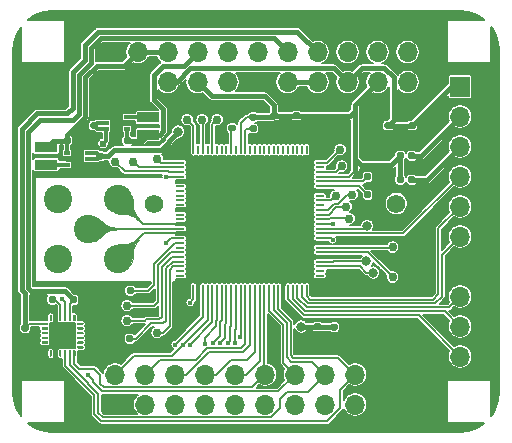
<source format=gtl>
G04 #@! TF.GenerationSoftware,KiCad,Pcbnew,(5.1.6)-1*
G04 #@! TF.CreationDate,2021-11-23T16:38:20-08:00*
G04 #@! TF.ProjectId,scum3c-devboard,7363756d-3363-42d6-9465-76626f617264,rev?*
G04 #@! TF.SameCoordinates,Original*
G04 #@! TF.FileFunction,Copper,L1,Top*
G04 #@! TF.FilePolarity,Positive*
%FSLAX46Y46*%
G04 Gerber Fmt 4.6, Leading zero omitted, Abs format (unit mm)*
G04 Created by KiCad (PCBNEW (5.1.6)-1) date 2021-11-23 16:38:20*
%MOMM*%
%LPD*%
G01*
G04 APERTURE LIST*
G04 #@! TA.AperFunction,ComponentPad*
%ADD10O,1.700000X1.700000*%
G04 #@! TD*
G04 #@! TA.AperFunction,ComponentPad*
%ADD11R,1.700000X1.700000*%
G04 #@! TD*
G04 #@! TA.AperFunction,SMDPad,CuDef*
%ADD12R,1.900000X0.850000*%
G04 #@! TD*
G04 #@! TA.AperFunction,ComponentPad*
%ADD13C,2.400000*%
G04 #@! TD*
G04 #@! TA.AperFunction,ComponentPad*
%ADD14C,1.574800*%
G04 #@! TD*
G04 #@! TA.AperFunction,SMDPad,CuDef*
%ADD15R,0.500000X0.300000*%
G04 #@! TD*
G04 #@! TA.AperFunction,ComponentPad*
%ADD16C,0.762000*%
G04 #@! TD*
G04 #@! TA.AperFunction,ComponentPad*
%ADD17C,0.568750*%
G04 #@! TD*
G04 #@! TA.AperFunction,SMDPad,CuDef*
%ADD18R,1.137500X1.137500*%
G04 #@! TD*
G04 #@! TA.AperFunction,SMDPad,CuDef*
%ADD19O,0.200000X0.800000*%
G04 #@! TD*
G04 #@! TA.AperFunction,SMDPad,CuDef*
%ADD20O,0.800000X0.200000*%
G04 #@! TD*
G04 #@! TA.AperFunction,ViaPad*
%ADD21C,0.406400*%
G04 #@! TD*
G04 #@! TA.AperFunction,ViaPad*
%ADD22C,0.812800*%
G04 #@! TD*
G04 #@! TA.AperFunction,ViaPad*
%ADD23C,0.609600*%
G04 #@! TD*
G04 #@! TA.AperFunction,Conductor*
%ADD24C,0.203200*%
G04 #@! TD*
G04 #@! TA.AperFunction,Conductor*
%ADD25C,0.406400*%
G04 #@! TD*
G04 #@! TA.AperFunction,Conductor*
%ADD26C,0.304800*%
G04 #@! TD*
G04 #@! TA.AperFunction,Conductor*
%ADD27C,0.127000*%
G04 #@! TD*
G04 #@! TA.AperFunction,Conductor*
%ADD28C,0.025400*%
G04 #@! TD*
G04 APERTURE END LIST*
D10*
G04 #@! TO.P,J3,10*
G04 #@! TO.N,/RsTx*
X114300000Y-80264000D03*
G04 #@! TO.P,J3,9*
G04 #@! TO.N,/RsRx*
X114300000Y-77724000D03*
G04 #@! TO.P,J3,8*
G04 #@! TO.N,/3WB_CLK*
X114300000Y-75184000D03*
G04 #@! TO.P,J3,7*
G04 #@! TO.N,GND*
X114300000Y-72644000D03*
G04 #@! TO.P,J3,6*
G04 #@! TO.N,/3WB_ENB*
X114300000Y-70104000D03*
G04 #@! TO.P,J3,5*
G04 #@! TO.N,/3WB_DATA*
X114300000Y-67564000D03*
G04 #@! TO.P,J3,4*
G04 #@! TO.N,/HARD_RESET*
X114300000Y-65024000D03*
G04 #@! TO.P,J3,3*
G04 #@! TO.N,+NRF_GND*
X114300000Y-62484000D03*
G04 #@! TO.P,J3,2*
G04 #@! TO.N,+NRF_VDDD*
X114300000Y-59944000D03*
D11*
G04 #@! TO.P,J3,1*
G04 #@! TO.N,+VBAT*
X114300000Y-57404000D03*
G04 #@! TD*
G04 #@! TO.P,C_1.8_OUT1,2*
G04 #@! TO.N,+1.8V_REG*
G04 #@! TA.AperFunction,SMDPad,CuDef*
G36*
G01*
X81321000Y-61803500D02*
X81321000Y-62148500D01*
G75*
G02*
X81173500Y-62296000I-147500J0D01*
G01*
X80878500Y-62296000D01*
G75*
G02*
X80731000Y-62148500I0J147500D01*
G01*
X80731000Y-61803500D01*
G75*
G02*
X80878500Y-61656000I147500J0D01*
G01*
X81173500Y-61656000D01*
G75*
G02*
X81321000Y-61803500I0J-147500D01*
G01*
G37*
G04 #@! TD.AperFunction*
G04 #@! TO.P,C_1.8_OUT1,1*
G04 #@! TO.N,GND*
G04 #@! TA.AperFunction,SMDPad,CuDef*
G36*
G01*
X82291000Y-61803500D02*
X82291000Y-62148500D01*
G75*
G02*
X82143500Y-62296000I-147500J0D01*
G01*
X81848500Y-62296000D01*
G75*
G02*
X81701000Y-62148500I0J147500D01*
G01*
X81701000Y-61803500D01*
G75*
G02*
X81848500Y-61656000I147500J0D01*
G01*
X82143500Y-61656000D01*
G75*
G02*
X82291000Y-61803500I0J-147500D01*
G01*
G37*
G04 #@! TD.AperFunction*
G04 #@! TD*
D12*
G04 #@! TO.P,L2,2*
G04 #@! TO.N,Net-(L2-Pad2)*
X87884000Y-60018000D03*
G04 #@! TO.P,L2,1*
G04 #@! TO.N,+1.1V_REG*
X87884000Y-61468000D03*
G04 #@! TD*
G04 #@! TO.P,L1,2*
G04 #@! TO.N,Net-(L1-Pad2)*
X79248000Y-64008000D03*
G04 #@! TO.P,L1,1*
G04 #@! TO.N,+1.8V_REG*
X79248000Y-62558000D03*
G04 #@! TD*
G04 #@! TO.P,C_1.1_OUT1,2*
G04 #@! TO.N,+1.1V_REG*
G04 #@! TA.AperFunction,SMDPad,CuDef*
G36*
G01*
X85811000Y-62148500D02*
X85811000Y-61803500D01*
G75*
G02*
X85958500Y-61656000I147500J0D01*
G01*
X86253500Y-61656000D01*
G75*
G02*
X86401000Y-61803500I0J-147500D01*
G01*
X86401000Y-62148500D01*
G75*
G02*
X86253500Y-62296000I-147500J0D01*
G01*
X85958500Y-62296000D01*
G75*
G02*
X85811000Y-62148500I0J147500D01*
G01*
G37*
G04 #@! TD.AperFunction*
G04 #@! TO.P,C_1.1_OUT1,1*
G04 #@! TO.N,GND*
G04 #@! TA.AperFunction,SMDPad,CuDef*
G36*
G01*
X84841000Y-62148500D02*
X84841000Y-61803500D01*
G75*
G02*
X84988500Y-61656000I147500J0D01*
G01*
X85283500Y-61656000D01*
G75*
G02*
X85431000Y-61803500I0J-147500D01*
G01*
X85431000Y-62148500D01*
G75*
G02*
X85283500Y-62296000I-147500J0D01*
G01*
X84988500Y-62296000D01*
G75*
G02*
X84841000Y-62148500I0J147500D01*
G01*
G37*
G04 #@! TD.AperFunction*
G04 #@! TD*
D13*
G04 #@! TO.P,J4,1*
G04 #@! TO.N,/scumsheet/ANTENNA*
X82804000Y-69469000D03*
G04 #@! TO.P,J4,2*
G04 #@! TO.N,GND*
X80264000Y-66929000D03*
G04 #@! TO.P,J4,3*
X85344000Y-66929000D03*
G04 #@! TO.P,J4,4*
X80264000Y-72009000D03*
G04 #@! TO.P,J4,5*
X85344000Y-72009000D03*
G04 #@! TD*
D14*
G04 #@! TO.P,B1,2*
G04 #@! TO.N,+EXT_BAT*
X108889800Y-67310000D03*
G04 #@! TO.P,B1,1*
G04 #@! TO.N,GND*
X88392000Y-67310000D03*
G04 #@! TD*
D11*
G04 #@! TO.P,J1,1*
G04 #@! TO.N,GND*
X84455000Y-57023000D03*
D10*
G04 #@! TO.P,J1,2*
X84455000Y-54483000D03*
G04 #@! TO.P,J1,3*
X86995000Y-57023000D03*
G04 #@! TO.P,J1,4*
G04 #@! TO.N,+1.8V_REG*
X86995000Y-54483000D03*
G04 #@! TO.P,J1,5*
G04 #@! TO.N,+VBAT*
X89535000Y-57023000D03*
G04 #@! TO.P,J1,6*
G04 #@! TO.N,+1.8V_REG*
X89535000Y-54483000D03*
G04 #@! TO.P,J1,7*
G04 #@! TO.N,+VDDD*
X92075000Y-57023000D03*
G04 #@! TO.P,J1,8*
G04 #@! TO.N,+1.1V_REG*
X92075000Y-54483000D03*
G04 #@! TO.P,J1,9*
G04 #@! TO.N,+EXT_BAT*
X94615000Y-57023000D03*
G04 #@! TO.P,J1,10*
G04 #@! TO.N,/1.1V_IN*
X94615000Y-54483000D03*
G04 #@! TO.P,J1,11*
G04 #@! TO.N,GND*
X97155000Y-57023000D03*
G04 #@! TO.P,J1,12*
G04 #@! TO.N,+EXT_BAT*
X97155000Y-54483000D03*
G04 #@! TO.P,J1,13*
G04 #@! TO.N,+VDDIO*
X99695000Y-57023000D03*
G04 #@! TO.P,J1,14*
G04 #@! TO.N,/IMU_VDDIO*
X99695000Y-54483000D03*
G04 #@! TO.P,J1,15*
G04 #@! TO.N,+VDDIO*
X102235000Y-57023000D03*
G04 #@! TO.P,J1,16*
G04 #@! TO.N,/IMU_VDD*
X102235000Y-54483000D03*
G04 #@! TO.P,J1,17*
G04 #@! TO.N,+VBAT*
X104775000Y-57023000D03*
G04 #@! TO.P,J1,18*
G04 #@! TO.N,+VDDIO*
X104775000Y-54483000D03*
G04 #@! TO.P,J1,19*
G04 #@! TO.N,+VDDD*
X107315000Y-57023000D03*
G04 #@! TO.P,J1,20*
G04 #@! TO.N,/BOOT_SOURCE_SEL*
X107315000Y-54483000D03*
G04 #@! TO.P,J1,21*
G04 #@! TO.N,/SENSOR_EXT_IN*
X109855000Y-57023000D03*
G04 #@! TO.P,J1,22*
G04 #@! TO.N,/SENSOR_LDO_OUTPUT*
X109855000Y-54483000D03*
G04 #@! TD*
G04 #@! TO.P,R4,2*
G04 #@! TO.N,Net-(R4-Pad2)*
G04 #@! TA.AperFunction,SMDPad,CuDef*
G36*
G01*
X96601500Y-60665000D02*
X96946500Y-60665000D01*
G75*
G02*
X97094000Y-60812500I0J-147500D01*
G01*
X97094000Y-61107500D01*
G75*
G02*
X96946500Y-61255000I-147500J0D01*
G01*
X96601500Y-61255000D01*
G75*
G02*
X96454000Y-61107500I0J147500D01*
G01*
X96454000Y-60812500D01*
G75*
G02*
X96601500Y-60665000I147500J0D01*
G01*
G37*
G04 #@! TD.AperFunction*
G04 #@! TO.P,R4,1*
G04 #@! TO.N,+VDDD*
G04 #@! TA.AperFunction,SMDPad,CuDef*
G36*
G01*
X96601500Y-59695000D02*
X96946500Y-59695000D01*
G75*
G02*
X97094000Y-59842500I0J-147500D01*
G01*
X97094000Y-60137500D01*
G75*
G02*
X96946500Y-60285000I-147500J0D01*
G01*
X96601500Y-60285000D01*
G75*
G02*
X96454000Y-60137500I0J147500D01*
G01*
X96454000Y-59842500D01*
G75*
G02*
X96601500Y-59695000I147500J0D01*
G01*
G37*
G04 #@! TD.AperFunction*
G04 #@! TD*
D15*
G04 #@! TO.P,U3,6*
G04 #@! TO.N,/1.1V_IN*
X84306000Y-60960000D03*
G04 #@! TO.P,U3,5*
X84306000Y-60460000D03*
G04 #@! TO.P,U3,4*
G04 #@! TO.N,GND*
X84306000Y-59960000D03*
G04 #@! TO.P,U3,3*
G04 #@! TO.N,Net-(L2-Pad2)*
X86106000Y-59960000D03*
G04 #@! TO.P,U3,2*
G04 #@! TO.N,GND*
X86106000Y-60460000D03*
G04 #@! TO.P,U3,1*
G04 #@! TO.N,+1.1V_REG*
X86106000Y-60960000D03*
G04 #@! TD*
G04 #@! TO.P,U2,6*
G04 #@! TO.N,+EXT_BAT*
X82804000Y-63008000D03*
G04 #@! TO.P,U2,5*
X82804000Y-63508000D03*
G04 #@! TO.P,U2,4*
G04 #@! TO.N,GND*
X82804000Y-64008000D03*
G04 #@! TO.P,U2,3*
G04 #@! TO.N,Net-(L1-Pad2)*
X81004000Y-64008000D03*
G04 #@! TO.P,U2,2*
G04 #@! TO.N,GND*
X81004000Y-63508000D03*
G04 #@! TO.P,U2,1*
G04 #@! TO.N,+1.8V_REG*
X81004000Y-63008000D03*
G04 #@! TD*
G04 #@! TO.P,R3,2*
G04 #@! TO.N,+NRF_GND*
G04 #@! TA.AperFunction,SMDPad,CuDef*
G36*
G01*
X109895000Y-65450500D02*
X109895000Y-65105500D01*
G75*
G02*
X110042500Y-64958000I147500J0D01*
G01*
X110337500Y-64958000D01*
G75*
G02*
X110485000Y-65105500I0J-147500D01*
G01*
X110485000Y-65450500D01*
G75*
G02*
X110337500Y-65598000I-147500J0D01*
G01*
X110042500Y-65598000D01*
G75*
G02*
X109895000Y-65450500I0J147500D01*
G01*
G37*
G04 #@! TD.AperFunction*
G04 #@! TO.P,R3,1*
G04 #@! TO.N,+VDDD*
G04 #@! TA.AperFunction,SMDPad,CuDef*
G36*
G01*
X108925000Y-65450500D02*
X108925000Y-65105500D01*
G75*
G02*
X109072500Y-64958000I147500J0D01*
G01*
X109367500Y-64958000D01*
G75*
G02*
X109515000Y-65105500I0J-147500D01*
G01*
X109515000Y-65450500D01*
G75*
G02*
X109367500Y-65598000I-147500J0D01*
G01*
X109072500Y-65598000D01*
G75*
G02*
X108925000Y-65450500I0J147500D01*
G01*
G37*
G04 #@! TD.AperFunction*
G04 #@! TD*
G04 #@! TO.P,R2,2*
G04 #@! TO.N,+VDDD*
G04 #@! TA.AperFunction,SMDPad,CuDef*
G36*
G01*
X109515000Y-63073500D02*
X109515000Y-63418500D01*
G75*
G02*
X109367500Y-63566000I-147500J0D01*
G01*
X109072500Y-63566000D01*
G75*
G02*
X108925000Y-63418500I0J147500D01*
G01*
X108925000Y-63073500D01*
G75*
G02*
X109072500Y-62926000I147500J0D01*
G01*
X109367500Y-62926000D01*
G75*
G02*
X109515000Y-63073500I0J-147500D01*
G01*
G37*
G04 #@! TD.AperFunction*
G04 #@! TO.P,R2,1*
G04 #@! TO.N,+NRF_VDDD*
G04 #@! TA.AperFunction,SMDPad,CuDef*
G36*
G01*
X110485000Y-63073500D02*
X110485000Y-63418500D01*
G75*
G02*
X110337500Y-63566000I-147500J0D01*
G01*
X110042500Y-63566000D01*
G75*
G02*
X109895000Y-63418500I0J147500D01*
G01*
X109895000Y-63073500D01*
G75*
G02*
X110042500Y-62926000I147500J0D01*
G01*
X110337500Y-62926000D01*
G75*
G02*
X110485000Y-63073500I0J-147500D01*
G01*
G37*
G04 #@! TD.AperFunction*
G04 #@! TD*
G04 #@! TO.P,C_1.1_IN1,2*
G04 #@! TO.N,GND*
G04 #@! TA.AperFunction,SMDPad,CuDef*
G36*
G01*
X83484500Y-60031000D02*
X83139500Y-60031000D01*
G75*
G02*
X82992000Y-59883500I0J147500D01*
G01*
X82992000Y-59588500D01*
G75*
G02*
X83139500Y-59441000I147500J0D01*
G01*
X83484500Y-59441000D01*
G75*
G02*
X83632000Y-59588500I0J-147500D01*
G01*
X83632000Y-59883500D01*
G75*
G02*
X83484500Y-60031000I-147500J0D01*
G01*
G37*
G04 #@! TD.AperFunction*
G04 #@! TO.P,C_1.1_IN1,1*
G04 #@! TO.N,/1.1V_IN*
G04 #@! TA.AperFunction,SMDPad,CuDef*
G36*
G01*
X83484500Y-61001000D02*
X83139500Y-61001000D01*
G75*
G02*
X82992000Y-60853500I0J147500D01*
G01*
X82992000Y-60558500D01*
G75*
G02*
X83139500Y-60411000I147500J0D01*
G01*
X83484500Y-60411000D01*
G75*
G02*
X83632000Y-60558500I0J-147500D01*
G01*
X83632000Y-60853500D01*
G75*
G02*
X83484500Y-61001000I-147500J0D01*
G01*
G37*
G04 #@! TD.AperFunction*
G04 #@! TD*
G04 #@! TO.P,C_1.8_IN1,2*
G04 #@! TO.N,GND*
G04 #@! TA.AperFunction,SMDPad,CuDef*
G36*
G01*
X83647500Y-63967000D02*
X83992500Y-63967000D01*
G75*
G02*
X84140000Y-64114500I0J-147500D01*
G01*
X84140000Y-64409500D01*
G75*
G02*
X83992500Y-64557000I-147500J0D01*
G01*
X83647500Y-64557000D01*
G75*
G02*
X83500000Y-64409500I0J147500D01*
G01*
X83500000Y-64114500D01*
G75*
G02*
X83647500Y-63967000I147500J0D01*
G01*
G37*
G04 #@! TD.AperFunction*
G04 #@! TO.P,C_1.8_IN1,1*
G04 #@! TO.N,+EXT_BAT*
G04 #@! TA.AperFunction,SMDPad,CuDef*
G36*
G01*
X83647500Y-62997000D02*
X83992500Y-62997000D01*
G75*
G02*
X84140000Y-63144500I0J-147500D01*
G01*
X84140000Y-63439500D01*
G75*
G02*
X83992500Y-63587000I-147500J0D01*
G01*
X83647500Y-63587000D01*
G75*
G02*
X83500000Y-63439500I0J147500D01*
G01*
X83500000Y-63144500D01*
G75*
G02*
X83647500Y-62997000I147500J0D01*
G01*
G37*
G04 #@! TD.AperFunction*
G04 #@! TD*
D16*
G04 #@! TO.P,J21,1*
G04 #@! TO.N,Net-(J21-Pad1)*
X108585000Y-70993000D03*
G04 #@! TD*
G04 #@! TO.P,J20,1*
G04 #@! TO.N,Net-(J20-Pad1)*
X104140000Y-62738000D03*
G04 #@! TD*
G04 #@! TO.P,J19,1*
G04 #@! TO.N,Net-(J19-Pad1)*
X93726000Y-60198000D03*
G04 #@! TD*
G04 #@! TO.P,J18,1*
G04 #@! TO.N,Net-(J18-Pad1)*
X92456000Y-60198000D03*
G04 #@! TD*
G04 #@! TO.P,J14,1*
G04 #@! TO.N,Net-(J14-Pad1)*
X91186000Y-60198000D03*
G04 #@! TD*
G04 #@! TO.P,J12,1*
G04 #@! TO.N,Net-(J12-Pad1)*
X86106000Y-77216000D03*
G04 #@! TD*
G04 #@! TO.P,J17,1*
G04 #@! TO.N,Net-(J17-Pad1)*
X108585000Y-73533000D03*
G04 #@! TD*
G04 #@! TO.P,J16,1*
G04 #@! TO.N,Net-(J16-Pad1)*
X105156000Y-66548000D03*
G04 #@! TD*
G04 #@! TO.P,J15,1*
G04 #@! TO.N,Net-(J15-Pad1)*
X103759000Y-66675000D03*
G04 #@! TD*
G04 #@! TO.P,J13,1*
G04 #@! TO.N,Net-(J13-Pad1)*
X88646000Y-78232000D03*
G04 #@! TD*
G04 #@! TO.P,J11,1*
G04 #@! TO.N,Net-(J11-Pad1)*
X86106000Y-75946000D03*
G04 #@! TD*
G04 #@! TO.P,J10,1*
G04 #@! TO.N,Net-(J10-Pad1)*
X104648000Y-67564000D03*
G04 #@! TD*
G04 #@! TO.P,J9,1*
G04 #@! TO.N,Net-(J9-Pad1)*
X104902000Y-68580000D03*
G04 #@! TD*
G04 #@! TO.P,J8,1*
G04 #@! TO.N,Net-(J8-Pad1)*
X85090000Y-63754000D03*
G04 #@! TD*
G04 #@! TO.P,J7,1*
G04 #@! TO.N,Net-(J7-Pad1)*
X86614000Y-63754000D03*
G04 #@! TD*
G04 #@! TO.P,J6,1*
G04 #@! TO.N,Net-(J6-Pad1)*
X88646000Y-63500000D03*
G04 #@! TD*
G04 #@! TO.P,J5,1*
G04 #@! TO.N,Net-(J5-Pad1)*
X104267000Y-64135000D03*
G04 #@! TD*
G04 #@! TO.P,GND6,1*
G04 #@! TO.N,GND*
X106680000Y-59944000D03*
G04 #@! TD*
G04 #@! TO.P,GND5,1*
G04 #@! TO.N,GND*
X106680000Y-74422000D03*
G04 #@! TD*
G04 #@! TO.P,GND4,1*
G04 #@! TO.N,GND*
X107188000Y-62992000D03*
G04 #@! TD*
G04 #@! TO.P,GND3,1*
G04 #@! TO.N,GND*
X90678000Y-76962000D03*
G04 #@! TD*
G04 #@! TO.P,GND2,1*
G04 #@! TO.N,GND*
X84328000Y-76708000D03*
G04 #@! TD*
G04 #@! TO.P,GND1,1*
G04 #@! TO.N,GND*
X98552000Y-77724000D03*
G04 #@! TD*
G04 #@! TO.P,R1,2*
G04 #@! TO.N,GND*
G04 #@! TA.AperFunction,SMDPad,CuDef*
G36*
G01*
X107147000Y-65196500D02*
X107147000Y-64851500D01*
G75*
G02*
X107294500Y-64704000I147500J0D01*
G01*
X107589500Y-64704000D01*
G75*
G02*
X107737000Y-64851500I0J-147500D01*
G01*
X107737000Y-65196500D01*
G75*
G02*
X107589500Y-65344000I-147500J0D01*
G01*
X107294500Y-65344000D01*
G75*
G02*
X107147000Y-65196500I0J147500D01*
G01*
G37*
G04 #@! TD.AperFunction*
G04 #@! TO.P,R1,1*
G04 #@! TO.N,/scumsheet/VDDD_DISABLE*
G04 #@! TA.AperFunction,SMDPad,CuDef*
G36*
G01*
X106177000Y-65196500D02*
X106177000Y-64851500D01*
G75*
G02*
X106324500Y-64704000I147500J0D01*
G01*
X106619500Y-64704000D01*
G75*
G02*
X106767000Y-64851500I0J-147500D01*
G01*
X106767000Y-65196500D01*
G75*
G02*
X106619500Y-65344000I-147500J0D01*
G01*
X106324500Y-65344000D01*
G75*
G02*
X106177000Y-65196500I0J147500D01*
G01*
G37*
G04 #@! TD.AperFunction*
G04 #@! TD*
G04 #@! TO.P,C13,2*
G04 #@! TO.N,+VDDD*
G04 #@! TA.AperFunction,SMDPad,CuDef*
G36*
G01*
X100629500Y-60158000D02*
X100284500Y-60158000D01*
G75*
G02*
X100137000Y-60010500I0J147500D01*
G01*
X100137000Y-59715500D01*
G75*
G02*
X100284500Y-59568000I147500J0D01*
G01*
X100629500Y-59568000D01*
G75*
G02*
X100777000Y-59715500I0J-147500D01*
G01*
X100777000Y-60010500D01*
G75*
G02*
X100629500Y-60158000I-147500J0D01*
G01*
G37*
G04 #@! TD.AperFunction*
G04 #@! TO.P,C13,1*
G04 #@! TO.N,GND*
G04 #@! TA.AperFunction,SMDPad,CuDef*
G36*
G01*
X100629500Y-61128000D02*
X100284500Y-61128000D01*
G75*
G02*
X100137000Y-60980500I0J147500D01*
G01*
X100137000Y-60685500D01*
G75*
G02*
X100284500Y-60538000I147500J0D01*
G01*
X100629500Y-60538000D01*
G75*
G02*
X100777000Y-60685500I0J-147500D01*
G01*
X100777000Y-60980500D01*
G75*
G02*
X100629500Y-61128000I-147500J0D01*
G01*
G37*
G04 #@! TD.AperFunction*
G04 #@! TD*
G04 #@! TO.P,C12,2*
G04 #@! TO.N,+VDDD*
G04 #@! TA.AperFunction,SMDPad,CuDef*
G36*
G01*
X98724500Y-60158000D02*
X98379500Y-60158000D01*
G75*
G02*
X98232000Y-60010500I0J147500D01*
G01*
X98232000Y-59715500D01*
G75*
G02*
X98379500Y-59568000I147500J0D01*
G01*
X98724500Y-59568000D01*
G75*
G02*
X98872000Y-59715500I0J-147500D01*
G01*
X98872000Y-60010500D01*
G75*
G02*
X98724500Y-60158000I-147500J0D01*
G01*
G37*
G04 #@! TD.AperFunction*
G04 #@! TO.P,C12,1*
G04 #@! TO.N,GND*
G04 #@! TA.AperFunction,SMDPad,CuDef*
G36*
G01*
X98724500Y-61128000D02*
X98379500Y-61128000D01*
G75*
G02*
X98232000Y-60980500I0J147500D01*
G01*
X98232000Y-60685500D01*
G75*
G02*
X98379500Y-60538000I147500J0D01*
G01*
X98724500Y-60538000D01*
G75*
G02*
X98872000Y-60685500I0J-147500D01*
G01*
X98872000Y-60980500D01*
G75*
G02*
X98724500Y-61128000I-147500J0D01*
G01*
G37*
G04 #@! TD.AperFunction*
G04 #@! TD*
G04 #@! TO.P,C11,2*
G04 #@! TO.N,/scumsheet/AUX_LDO_OUTPUT*
G04 #@! TA.AperFunction,SMDPad,CuDef*
G36*
G01*
X106767000Y-66375500D02*
X106767000Y-66720500D01*
G75*
G02*
X106619500Y-66868000I-147500J0D01*
G01*
X106324500Y-66868000D01*
G75*
G02*
X106177000Y-66720500I0J147500D01*
G01*
X106177000Y-66375500D01*
G75*
G02*
X106324500Y-66228000I147500J0D01*
G01*
X106619500Y-66228000D01*
G75*
G02*
X106767000Y-66375500I0J-147500D01*
G01*
G37*
G04 #@! TD.AperFunction*
G04 #@! TO.P,C11,1*
G04 #@! TO.N,GND*
G04 #@! TA.AperFunction,SMDPad,CuDef*
G36*
G01*
X107737000Y-66375500D02*
X107737000Y-66720500D01*
G75*
G02*
X107589500Y-66868000I-147500J0D01*
G01*
X107294500Y-66868000D01*
G75*
G02*
X107147000Y-66720500I0J147500D01*
G01*
X107147000Y-66375500D01*
G75*
G02*
X107294500Y-66228000I147500J0D01*
G01*
X107589500Y-66228000D01*
G75*
G02*
X107737000Y-66375500I0J-147500D01*
G01*
G37*
G04 #@! TD.AperFunction*
G04 #@! TD*
G04 #@! TO.P,C10,2*
G04 #@! TO.N,GND*
G04 #@! TA.AperFunction,SMDPad,CuDef*
G36*
G01*
X95168500Y-60239000D02*
X94823500Y-60239000D01*
G75*
G02*
X94676000Y-60091500I0J147500D01*
G01*
X94676000Y-59796500D01*
G75*
G02*
X94823500Y-59649000I147500J0D01*
G01*
X95168500Y-59649000D01*
G75*
G02*
X95316000Y-59796500I0J-147500D01*
G01*
X95316000Y-60091500D01*
G75*
G02*
X95168500Y-60239000I-147500J0D01*
G01*
G37*
G04 #@! TD.AperFunction*
G04 #@! TO.P,C10,1*
G04 #@! TO.N,+VDDAO*
G04 #@! TA.AperFunction,SMDPad,CuDef*
G36*
G01*
X95168500Y-61209000D02*
X94823500Y-61209000D01*
G75*
G02*
X94676000Y-61061500I0J147500D01*
G01*
X94676000Y-60766500D01*
G75*
G02*
X94823500Y-60619000I147500J0D01*
G01*
X95168500Y-60619000D01*
G75*
G02*
X95316000Y-60766500I0J-147500D01*
G01*
X95316000Y-61061500D01*
G75*
G02*
X95168500Y-61209000I-147500J0D01*
G01*
G37*
G04 #@! TD.AperFunction*
G04 #@! TD*
G04 #@! TO.P,C9,2*
G04 #@! TO.N,GND*
G04 #@! TA.AperFunction,SMDPad,CuDef*
G36*
G01*
X103459500Y-78445000D02*
X103804500Y-78445000D01*
G75*
G02*
X103952000Y-78592500I0J-147500D01*
G01*
X103952000Y-78887500D01*
G75*
G02*
X103804500Y-79035000I-147500J0D01*
G01*
X103459500Y-79035000D01*
G75*
G02*
X103312000Y-78887500I0J147500D01*
G01*
X103312000Y-78592500D01*
G75*
G02*
X103459500Y-78445000I147500J0D01*
G01*
G37*
G04 #@! TD.AperFunction*
G04 #@! TO.P,C9,1*
G04 #@! TO.N,+VDDIO*
G04 #@! TA.AperFunction,SMDPad,CuDef*
G36*
G01*
X103459500Y-77475000D02*
X103804500Y-77475000D01*
G75*
G02*
X103952000Y-77622500I0J-147500D01*
G01*
X103952000Y-77917500D01*
G75*
G02*
X103804500Y-78065000I-147500J0D01*
G01*
X103459500Y-78065000D01*
G75*
G02*
X103312000Y-77917500I0J147500D01*
G01*
X103312000Y-77622500D01*
G75*
G02*
X103459500Y-77475000I147500J0D01*
G01*
G37*
G04 #@! TD.AperFunction*
G04 #@! TD*
G04 #@! TO.P,C8,2*
G04 #@! TO.N,GND*
G04 #@! TA.AperFunction,SMDPad,CuDef*
G36*
G01*
X102062500Y-78399000D02*
X102407500Y-78399000D01*
G75*
G02*
X102555000Y-78546500I0J-147500D01*
G01*
X102555000Y-78841500D01*
G75*
G02*
X102407500Y-78989000I-147500J0D01*
G01*
X102062500Y-78989000D01*
G75*
G02*
X101915000Y-78841500I0J147500D01*
G01*
X101915000Y-78546500D01*
G75*
G02*
X102062500Y-78399000I147500J0D01*
G01*
G37*
G04 #@! TD.AperFunction*
G04 #@! TO.P,C8,1*
G04 #@! TO.N,+VDDIO*
G04 #@! TA.AperFunction,SMDPad,CuDef*
G36*
G01*
X102062500Y-77429000D02*
X102407500Y-77429000D01*
G75*
G02*
X102555000Y-77576500I0J-147500D01*
G01*
X102555000Y-77871500D01*
G75*
G02*
X102407500Y-78019000I-147500J0D01*
G01*
X102062500Y-78019000D01*
G75*
G02*
X101915000Y-77871500I0J147500D01*
G01*
X101915000Y-77576500D01*
G75*
G02*
X102062500Y-77429000I147500J0D01*
G01*
G37*
G04 #@! TD.AperFunction*
G04 #@! TD*
G04 #@! TO.P,C7,2*
G04 #@! TO.N,GND*
G04 #@! TA.AperFunction,SMDPad,CuDef*
G36*
G01*
X108031500Y-61381000D02*
X108376500Y-61381000D01*
G75*
G02*
X108524000Y-61528500I0J-147500D01*
G01*
X108524000Y-61823500D01*
G75*
G02*
X108376500Y-61971000I-147500J0D01*
G01*
X108031500Y-61971000D01*
G75*
G02*
X107884000Y-61823500I0J147500D01*
G01*
X107884000Y-61528500D01*
G75*
G02*
X108031500Y-61381000I147500J0D01*
G01*
G37*
G04 #@! TD.AperFunction*
G04 #@! TO.P,C7,1*
G04 #@! TO.N,+VBAT*
G04 #@! TA.AperFunction,SMDPad,CuDef*
G36*
G01*
X108031500Y-60411000D02*
X108376500Y-60411000D01*
G75*
G02*
X108524000Y-60558500I0J-147500D01*
G01*
X108524000Y-60853500D01*
G75*
G02*
X108376500Y-61001000I-147500J0D01*
G01*
X108031500Y-61001000D01*
G75*
G02*
X107884000Y-60853500I0J147500D01*
G01*
X107884000Y-60558500D01*
G75*
G02*
X108031500Y-60411000I147500J0D01*
G01*
G37*
G04 #@! TD.AperFunction*
G04 #@! TD*
G04 #@! TO.P,C6,2*
G04 #@! TO.N,GND*
G04 #@! TA.AperFunction,SMDPad,CuDef*
G36*
G01*
X110063500Y-61381000D02*
X110408500Y-61381000D01*
G75*
G02*
X110556000Y-61528500I0J-147500D01*
G01*
X110556000Y-61823500D01*
G75*
G02*
X110408500Y-61971000I-147500J0D01*
G01*
X110063500Y-61971000D01*
G75*
G02*
X109916000Y-61823500I0J147500D01*
G01*
X109916000Y-61528500D01*
G75*
G02*
X110063500Y-61381000I147500J0D01*
G01*
G37*
G04 #@! TD.AperFunction*
G04 #@! TO.P,C6,1*
G04 #@! TO.N,+VBAT*
G04 #@! TA.AperFunction,SMDPad,CuDef*
G36*
G01*
X110063500Y-60411000D02*
X110408500Y-60411000D01*
G75*
G02*
X110556000Y-60558500I0J-147500D01*
G01*
X110556000Y-60853500D01*
G75*
G02*
X110408500Y-61001000I-147500J0D01*
G01*
X110063500Y-61001000D01*
G75*
G02*
X109916000Y-60853500I0J147500D01*
G01*
X109916000Y-60558500D01*
G75*
G02*
X110063500Y-60411000I147500J0D01*
G01*
G37*
G04 #@! TD.AperFunction*
G04 #@! TD*
G04 #@! TO.P,C5,2*
G04 #@! TO.N,GND*
G04 #@! TA.AperFunction,SMDPad,CuDef*
G36*
G01*
X85685000Y-74503500D02*
X85685000Y-74848500D01*
G75*
G02*
X85537500Y-74996000I-147500J0D01*
G01*
X85242500Y-74996000D01*
G75*
G02*
X85095000Y-74848500I0J147500D01*
G01*
X85095000Y-74503500D01*
G75*
G02*
X85242500Y-74356000I147500J0D01*
G01*
X85537500Y-74356000D01*
G75*
G02*
X85685000Y-74503500I0J-147500D01*
G01*
G37*
G04 #@! TD.AperFunction*
G04 #@! TO.P,C5,1*
G04 #@! TO.N,/scumsheet/PA_LDO_OUTPUT*
G04 #@! TA.AperFunction,SMDPad,CuDef*
G36*
G01*
X86655000Y-74503500D02*
X86655000Y-74848500D01*
G75*
G02*
X86507500Y-74996000I-147500J0D01*
G01*
X86212500Y-74996000D01*
G75*
G02*
X86065000Y-74848500I0J147500D01*
G01*
X86065000Y-74503500D01*
G75*
G02*
X86212500Y-74356000I147500J0D01*
G01*
X86507500Y-74356000D01*
G75*
G02*
X86655000Y-74503500I0J-147500D01*
G01*
G37*
G04 #@! TD.AperFunction*
G04 #@! TD*
G04 #@! TO.P,C4,2*
G04 #@! TO.N,GND*
G04 #@! TA.AperFunction,SMDPad,CuDef*
G36*
G01*
X85662000Y-78567500D02*
X85662000Y-78912500D01*
G75*
G02*
X85514500Y-79060000I-147500J0D01*
G01*
X85219500Y-79060000D01*
G75*
G02*
X85072000Y-78912500I0J147500D01*
G01*
X85072000Y-78567500D01*
G75*
G02*
X85219500Y-78420000I147500J0D01*
G01*
X85514500Y-78420000D01*
G75*
G02*
X85662000Y-78567500I0J-147500D01*
G01*
G37*
G04 #@! TD.AperFunction*
G04 #@! TO.P,C4,1*
G04 #@! TO.N,/scumsheet/LO_LDO_OUTPUT*
G04 #@! TA.AperFunction,SMDPad,CuDef*
G36*
G01*
X86632000Y-78567500D02*
X86632000Y-78912500D01*
G75*
G02*
X86484500Y-79060000I-147500J0D01*
G01*
X86189500Y-79060000D01*
G75*
G02*
X86042000Y-78912500I0J147500D01*
G01*
X86042000Y-78567500D01*
G75*
G02*
X86189500Y-78420000I147500J0D01*
G01*
X86484500Y-78420000D01*
G75*
G02*
X86632000Y-78567500I0J-147500D01*
G01*
G37*
G04 #@! TD.AperFunction*
G04 #@! TD*
D10*
G04 #@! TO.P,J2,20*
G04 #@! TO.N,GND*
X107950000Y-81788000D03*
G04 #@! TO.P,J2,19*
X107950000Y-84328000D03*
G04 #@! TO.P,J2,18*
G04 #@! TO.N,/GPIO15*
X105410000Y-81788000D03*
G04 #@! TO.P,J2,17*
G04 #@! TO.N,/GPIO7*
X105410000Y-84328000D03*
G04 #@! TO.P,J2,16*
G04 #@! TO.N,/GPIO14*
X102870000Y-81788000D03*
G04 #@! TO.P,J2,15*
G04 #@! TO.N,/GPIO6*
X102870000Y-84328000D03*
G04 #@! TO.P,J2,14*
G04 #@! TO.N,/GPIO13*
X100330000Y-81788000D03*
G04 #@! TO.P,J2,13*
G04 #@! TO.N,/GPIO5*
X100330000Y-84328000D03*
G04 #@! TO.P,J2,12*
G04 #@! TO.N,/GPIO12*
X97790000Y-81788000D03*
G04 #@! TO.P,J2,11*
G04 #@! TO.N,/GPIO4*
X97790000Y-84328000D03*
G04 #@! TO.P,J2,10*
G04 #@! TO.N,/GPIO11*
X95250000Y-81788000D03*
G04 #@! TO.P,J2,9*
G04 #@! TO.N,/GPIO3*
X95250000Y-84328000D03*
G04 #@! TO.P,J2,8*
G04 #@! TO.N,/GPIO10*
X92710000Y-81788000D03*
G04 #@! TO.P,J2,7*
G04 #@! TO.N,/GPIO2*
X92710000Y-84328000D03*
G04 #@! TO.P,J2,6*
G04 #@! TO.N,/GPIO9*
X90170000Y-81788000D03*
G04 #@! TO.P,J2,5*
G04 #@! TO.N,/GPIO1*
X90170000Y-84328000D03*
G04 #@! TO.P,J2,4*
G04 #@! TO.N,/GPIO8*
X87630000Y-81788000D03*
G04 #@! TO.P,J2,3*
G04 #@! TO.N,/GPIO0*
X87630000Y-84328000D03*
G04 #@! TO.P,J2,2*
G04 #@! TO.N,/GPIO1*
X85090000Y-81788000D03*
D11*
G04 #@! TO.P,J2,1*
G04 #@! TO.N,GND*
X85090000Y-84328000D03*
G04 #@! TD*
D17*
G04 #@! TO.P,U1,101*
G04 #@! TO.N,GND*
X100501250Y-72619250D03*
X100501250Y-71481750D03*
X100501250Y-70344250D03*
X100501250Y-69206750D03*
X100501250Y-68069250D03*
X100501250Y-66931750D03*
X100501250Y-65794250D03*
X100501250Y-64656750D03*
X99363750Y-72619250D03*
X99363750Y-71481750D03*
X99363750Y-70344250D03*
X99363750Y-69206750D03*
X99363750Y-68069250D03*
X99363750Y-66931750D03*
X99363750Y-65794250D03*
X99363750Y-64656750D03*
X98226250Y-72619250D03*
X98226250Y-71481750D03*
X98226250Y-70344250D03*
X98226250Y-69206750D03*
X98226250Y-68069250D03*
X98226250Y-66931750D03*
X98226250Y-65794250D03*
X98226250Y-64656750D03*
X97088750Y-72619250D03*
X97088750Y-71481750D03*
X97088750Y-70344250D03*
X97088750Y-69206750D03*
X97088750Y-68069250D03*
X97088750Y-66931750D03*
X97088750Y-65794250D03*
X97088750Y-64656750D03*
X95951250Y-72619250D03*
X95951250Y-71481750D03*
X95951250Y-70344250D03*
X95951250Y-69206750D03*
X95951250Y-68069250D03*
X95951250Y-66931750D03*
X95951250Y-65794250D03*
X95951250Y-64656750D03*
X94813750Y-72619250D03*
X94813750Y-71481750D03*
X94813750Y-70344250D03*
X94813750Y-69206750D03*
X94813750Y-68069250D03*
X94813750Y-66931750D03*
X94813750Y-65794250D03*
X94813750Y-64656750D03*
X93676250Y-72619250D03*
X93676250Y-71481750D03*
X93676250Y-70344250D03*
X93676250Y-69206750D03*
X93676250Y-68069250D03*
X93676250Y-66931750D03*
X93676250Y-65794250D03*
X93676250Y-64656750D03*
X92538750Y-72619250D03*
X92538750Y-71481750D03*
X92538750Y-70344250D03*
X92538750Y-69206750D03*
X92538750Y-68069250D03*
X92538750Y-66931750D03*
X92538750Y-65794250D03*
X92538750Y-64656750D03*
D18*
X100501250Y-72619250D03*
X100501250Y-71481750D03*
X100501250Y-70344250D03*
X100501250Y-69206750D03*
X100501250Y-68069250D03*
X100501250Y-66931750D03*
X100501250Y-65794250D03*
X100501250Y-64656750D03*
X99363750Y-72619250D03*
X99363750Y-71481750D03*
X99363750Y-70344250D03*
X99363750Y-69206750D03*
X99363750Y-68069250D03*
X99363750Y-66931750D03*
X99363750Y-65794250D03*
X99363750Y-64656750D03*
X98226250Y-72619250D03*
X98226250Y-71481750D03*
X98226250Y-70344250D03*
X98226250Y-69206750D03*
X98226250Y-68069250D03*
X98226250Y-66931750D03*
X98226250Y-65794250D03*
X98226250Y-64656750D03*
X97088750Y-72619250D03*
X97088750Y-71481750D03*
X97088750Y-70344250D03*
X97088750Y-69206750D03*
X97088750Y-68069250D03*
X97088750Y-66931750D03*
X97088750Y-65794250D03*
X97088750Y-64656750D03*
X95951250Y-72619250D03*
X95951250Y-71481750D03*
X95951250Y-70344250D03*
X95951250Y-69206750D03*
X95951250Y-68069250D03*
X95951250Y-66931750D03*
X95951250Y-65794250D03*
X95951250Y-64656750D03*
X94813750Y-72619250D03*
X94813750Y-71481750D03*
X94813750Y-70344250D03*
X94813750Y-69206750D03*
X94813750Y-68069250D03*
X94813750Y-66931750D03*
X94813750Y-65794250D03*
X94813750Y-64656750D03*
X93676250Y-72619250D03*
X93676250Y-71481750D03*
X93676250Y-70344250D03*
X93676250Y-69206750D03*
X93676250Y-68069250D03*
X93676250Y-66931750D03*
X93676250Y-65794250D03*
X93676250Y-64656750D03*
X92538750Y-72619250D03*
X92538750Y-71481750D03*
X92538750Y-70344250D03*
X92538750Y-69206750D03*
X92538750Y-68069250D03*
X92538750Y-66931750D03*
X92538750Y-65794250D03*
X92538750Y-64656750D03*
D19*
G04 #@! TO.P,U1,100*
G04 #@! TO.N,Net-(J14-Pad1)*
X91720000Y-62738000D03*
G04 #@! TO.P,U1,99*
G04 #@! TO.N,N/C*
X92120000Y-62738000D03*
G04 #@! TO.P,U1,98*
G04 #@! TO.N,Net-(J18-Pad1)*
X92520000Y-62738000D03*
G04 #@! TO.P,U1,97*
G04 #@! TO.N,N/C*
X92920000Y-62738000D03*
G04 #@! TO.P,U1,96*
G04 #@! TO.N,Net-(J19-Pad1)*
X93320000Y-62738000D03*
G04 #@! TO.P,U1,95*
G04 #@! TO.N,N/C*
X93720000Y-62738000D03*
G04 #@! TO.P,U1,94*
X94120000Y-62738000D03*
G04 #@! TO.P,U1,93*
X94520000Y-62738000D03*
G04 #@! TO.P,U1,92*
G04 #@! TO.N,+VDDAO*
X94920000Y-62738000D03*
G04 #@! TO.P,U1,91*
G04 #@! TO.N,N/C*
X95320000Y-62738000D03*
G04 #@! TO.P,U1,90*
G04 #@! TO.N,+VDDD*
X95720000Y-62738000D03*
G04 #@! TO.P,U1,89*
G04 #@! TO.N,Net-(R4-Pad2)*
X96120000Y-62738000D03*
G04 #@! TO.P,U1,88*
G04 #@! TO.N,N/C*
X96520000Y-62738000D03*
G04 #@! TO.P,U1,87*
X96920000Y-62738000D03*
G04 #@! TO.P,U1,86*
X97320000Y-62738000D03*
G04 #@! TO.P,U1,85*
X97720000Y-62738000D03*
G04 #@! TO.P,U1,84*
X98120000Y-62738000D03*
G04 #@! TO.P,U1,83*
X98520000Y-62738000D03*
G04 #@! TO.P,U1,82*
X98920000Y-62738000D03*
G04 #@! TO.P,U1,81*
X99320000Y-62738000D03*
G04 #@! TO.P,U1,80*
X99720000Y-62738000D03*
G04 #@! TO.P,U1,79*
X100120000Y-62738000D03*
G04 #@! TO.P,U1,78*
X100520000Y-62738000D03*
G04 #@! TO.P,U1,77*
X100920000Y-62738000D03*
G04 #@! TO.P,U1,76*
X101320000Y-62738000D03*
D20*
G04 #@! TO.P,U1,75*
G04 #@! TO.N,Net-(J20-Pad1)*
X102420000Y-63838000D03*
G04 #@! TO.P,U1,74*
G04 #@! TO.N,N/C*
X102420000Y-64238000D03*
G04 #@! TO.P,U1,73*
G04 #@! TO.N,Net-(J5-Pad1)*
X102420000Y-64638000D03*
G04 #@! TO.P,U1,72*
G04 #@! TO.N,+VDDD*
X102420000Y-65038000D03*
G04 #@! TO.P,U1,71*
G04 #@! TO.N,/scumsheet/VDDD_DISABLE*
X102420000Y-65438000D03*
G04 #@! TO.P,U1,70*
G04 #@! TO.N,/scumsheet/AUX_LDO_OUTPUT*
X102420000Y-65838000D03*
G04 #@! TO.P,U1,69*
G04 #@! TO.N,GND*
X102420000Y-66238000D03*
G04 #@! TO.P,U1,68*
G04 #@! TO.N,N/C*
X102420000Y-66638000D03*
G04 #@! TO.P,U1,67*
G04 #@! TO.N,Net-(J15-Pad1)*
X102420000Y-67038000D03*
G04 #@! TO.P,U1,66*
G04 #@! TO.N,N/C*
X102420000Y-67438000D03*
G04 #@! TO.P,U1,65*
G04 #@! TO.N,Net-(J16-Pad1)*
X102420000Y-67838000D03*
G04 #@! TO.P,U1,64*
G04 #@! TO.N,Net-(J10-Pad1)*
X102420000Y-68238000D03*
G04 #@! TO.P,U1,63*
G04 #@! TO.N,Net-(J9-Pad1)*
X102420000Y-68638000D03*
G04 #@! TO.P,U1,62*
G04 #@! TO.N,+VBAT*
X102420000Y-69038000D03*
G04 #@! TO.P,U1,61*
G04 #@! TO.N,/BOOT_SOURCE_SEL*
X102420000Y-69438000D03*
G04 #@! TO.P,U1,60*
G04 #@! TO.N,/HARD_RESET*
X102420000Y-69838000D03*
G04 #@! TO.P,U1,59*
G04 #@! TO.N,+VBAT*
X102420000Y-70238000D03*
G04 #@! TO.P,U1,58*
G04 #@! TO.N,GND*
X102420000Y-70638000D03*
G04 #@! TO.P,U1,57*
G04 #@! TO.N,Net-(J21-Pad1)*
X102420000Y-71038000D03*
G04 #@! TO.P,U1,56*
G04 #@! TO.N,Net-(J17-Pad1)*
X102420000Y-71438000D03*
G04 #@! TO.P,U1,55*
G04 #@! TO.N,GND*
X102420000Y-71838000D03*
G04 #@! TO.P,U1,54*
G04 #@! TO.N,/SENSOR_EXT_IN*
X102420000Y-72238000D03*
G04 #@! TO.P,U1,53*
G04 #@! TO.N,/SENSOR_LDO_OUTPUT*
X102420000Y-72638000D03*
G04 #@! TO.P,U1,52*
G04 #@! TO.N,N/C*
X102420000Y-73038000D03*
G04 #@! TO.P,U1,51*
X102420000Y-73438000D03*
D19*
G04 #@! TO.P,U1,50*
G04 #@! TO.N,/3WB_DATA*
X101320000Y-74538000D03*
G04 #@! TO.P,U1,49*
G04 #@! TO.N,/3WB_ENB*
X100920000Y-74538000D03*
G04 #@! TO.P,U1,48*
G04 #@! TO.N,/3WB_CLK*
X100520000Y-74538000D03*
G04 #@! TO.P,U1,47*
G04 #@! TO.N,/RsRx*
X100120000Y-74538000D03*
G04 #@! TO.P,U1,46*
G04 #@! TO.N,/RsTx*
X99720000Y-74538000D03*
G04 #@! TO.P,U1,45*
G04 #@! TO.N,GND*
X99320000Y-74538000D03*
G04 #@! TO.P,U1,44*
G04 #@! TO.N,/GPIO15*
X98920000Y-74538000D03*
G04 #@! TO.P,U1,43*
G04 #@! TO.N,/GPIO14*
X98520000Y-74538000D03*
G04 #@! TO.P,U1,42*
G04 #@! TO.N,/GPIO13*
X98120000Y-74538000D03*
G04 #@! TO.P,U1,41*
G04 #@! TO.N,/GPIO12*
X97720000Y-74538000D03*
G04 #@! TO.P,U1,40*
G04 #@! TO.N,/GPIO11*
X97320000Y-74538000D03*
G04 #@! TO.P,U1,39*
G04 #@! TO.N,/GPIO10*
X96920000Y-74538000D03*
G04 #@! TO.P,U1,38*
G04 #@! TO.N,/GPIO9*
X96520000Y-74538000D03*
G04 #@! TO.P,U1,37*
G04 #@! TO.N,/GPIO8*
X96120000Y-74538000D03*
G04 #@! TO.P,U1,36*
G04 #@! TO.N,+VDDIO*
X95720000Y-74538000D03*
G04 #@! TO.P,U1,35*
G04 #@! TO.N,/GPIO7*
X95320000Y-74538000D03*
G04 #@! TO.P,U1,34*
G04 #@! TO.N,/GPIO6*
X94920000Y-74538000D03*
G04 #@! TO.P,U1,33*
G04 #@! TO.N,/GPIO5*
X94520000Y-74538000D03*
G04 #@! TO.P,U1,32*
G04 #@! TO.N,/GPIO4*
X94120000Y-74538000D03*
G04 #@! TO.P,U1,31*
G04 #@! TO.N,/GPIO3*
X93720000Y-74538000D03*
G04 #@! TO.P,U1,30*
G04 #@! TO.N,/GPIO2*
X93320000Y-74538000D03*
G04 #@! TO.P,U1,29*
G04 #@! TO.N,/GPIO1*
X92920000Y-74538000D03*
G04 #@! TO.P,U1,28*
G04 #@! TO.N,/GPIO0*
X92520000Y-74538000D03*
G04 #@! TO.P,U1,27*
G04 #@! TO.N,GND*
X92120000Y-74538000D03*
G04 #@! TO.P,U1,26*
G04 #@! TO.N,+VBAT*
X91720000Y-74538000D03*
D20*
G04 #@! TO.P,U1,25*
G04 #@! TO.N,N/C*
X90620000Y-73438000D03*
G04 #@! TO.P,U1,24*
X90620000Y-73038000D03*
G04 #@! TO.P,U1,23*
G04 #@! TO.N,Net-(J13-Pad1)*
X90620000Y-72638000D03*
G04 #@! TO.P,U1,22*
G04 #@! TO.N,/scumsheet/LO_LDO_OUTPUT*
X90620000Y-72238000D03*
G04 #@! TO.P,U1,21*
G04 #@! TO.N,Net-(J12-Pad1)*
X90620000Y-71838000D03*
G04 #@! TO.P,U1,20*
G04 #@! TO.N,Net-(J11-Pad1)*
X90620000Y-71438000D03*
G04 #@! TO.P,U1,19*
G04 #@! TO.N,N/C*
X90620000Y-71038000D03*
G04 #@! TO.P,U1,18*
G04 #@! TO.N,/scumsheet/PA_LDO_OUTPUT*
X90620000Y-70638000D03*
G04 #@! TO.P,U1,17*
G04 #@! TO.N,+VBAT*
X90620000Y-70238000D03*
G04 #@! TO.P,U1,16*
G04 #@! TO.N,GND*
X90620000Y-69838000D03*
G04 #@! TO.P,U1,15*
G04 #@! TO.N,/scumsheet/ANTENNA*
X90620000Y-69438000D03*
G04 #@! TO.P,U1,14*
G04 #@! TO.N,GND*
X90620000Y-69038000D03*
G04 #@! TO.P,U1,13*
G04 #@! TO.N,N/C*
X90620000Y-68638000D03*
G04 #@! TO.P,U1,12*
X90620000Y-68238000D03*
G04 #@! TO.P,U1,11*
G04 #@! TO.N,GND*
X90620000Y-67838000D03*
G04 #@! TO.P,U1,10*
G04 #@! TO.N,N/C*
X90620000Y-67438000D03*
G04 #@! TO.P,U1,9*
X90620000Y-67038000D03*
G04 #@! TO.P,U1,8*
X90620000Y-66638000D03*
G04 #@! TO.P,U1,7*
X90620000Y-66238000D03*
G04 #@! TO.P,U1,6*
X90620000Y-65838000D03*
G04 #@! TO.P,U1,5*
G04 #@! TO.N,GND*
X90620000Y-65438000D03*
G04 #@! TO.P,U1,4*
G04 #@! TO.N,+VBAT*
X90620000Y-65038000D03*
G04 #@! TO.P,U1,3*
G04 #@! TO.N,Net-(J8-Pad1)*
X90620000Y-64638000D03*
G04 #@! TO.P,U1,2*
G04 #@! TO.N,Net-(J7-Pad1)*
X90620000Y-64238000D03*
G04 #@! TO.P,U1,1*
G04 #@! TO.N,Net-(J6-Pad1)*
X90620000Y-63838000D03*
G04 #@! TD*
G04 #@! TO.P,C3,1*
G04 #@! TO.N,Net-(C3-Pad1)*
G04 #@! TA.AperFunction,SMDPad,CuDef*
G36*
G01*
X80051000Y-75265500D02*
X80051000Y-75610500D01*
G75*
G02*
X79903500Y-75758000I-147500J0D01*
G01*
X79608500Y-75758000D01*
G75*
G02*
X79461000Y-75610500I0J147500D01*
G01*
X79461000Y-75265500D01*
G75*
G02*
X79608500Y-75118000I147500J0D01*
G01*
X79903500Y-75118000D01*
G75*
G02*
X80051000Y-75265500I0J-147500D01*
G01*
G37*
G04 #@! TD.AperFunction*
G04 #@! TO.P,C3,2*
G04 #@! TO.N,GND*
G04 #@! TA.AperFunction,SMDPad,CuDef*
G36*
G01*
X79081000Y-75265500D02*
X79081000Y-75610500D01*
G75*
G02*
X78933500Y-75758000I-147500J0D01*
G01*
X78638500Y-75758000D01*
G75*
G02*
X78491000Y-75610500I0J147500D01*
G01*
X78491000Y-75265500D01*
G75*
G02*
X78638500Y-75118000I147500J0D01*
G01*
X78933500Y-75118000D01*
G75*
G02*
X79081000Y-75265500I0J-147500D01*
G01*
G37*
G04 #@! TD.AperFunction*
G04 #@! TD*
G04 #@! TO.P,C2,1*
G04 #@! TO.N,/IMU_VDD*
G04 #@! TA.AperFunction,SMDPad,CuDef*
G36*
G01*
X77297500Y-77556000D02*
X77642500Y-77556000D01*
G75*
G02*
X77790000Y-77703500I0J-147500D01*
G01*
X77790000Y-77998500D01*
G75*
G02*
X77642500Y-78146000I-147500J0D01*
G01*
X77297500Y-78146000D01*
G75*
G02*
X77150000Y-77998500I0J147500D01*
G01*
X77150000Y-77703500D01*
G75*
G02*
X77297500Y-77556000I147500J0D01*
G01*
G37*
G04 #@! TD.AperFunction*
G04 #@! TO.P,C2,2*
G04 #@! TO.N,GND*
G04 #@! TA.AperFunction,SMDPad,CuDef*
G36*
G01*
X77297500Y-78526000D02*
X77642500Y-78526000D01*
G75*
G02*
X77790000Y-78673500I0J-147500D01*
G01*
X77790000Y-78968500D01*
G75*
G02*
X77642500Y-79116000I-147500J0D01*
G01*
X77297500Y-79116000D01*
G75*
G02*
X77150000Y-78968500I0J147500D01*
G01*
X77150000Y-78673500D01*
G75*
G02*
X77297500Y-78526000I147500J0D01*
G01*
G37*
G04 #@! TD.AperFunction*
G04 #@! TD*
G04 #@! TO.P,C1,1*
G04 #@! TO.N,/IMU_VDDIO*
G04 #@! TA.AperFunction,SMDPad,CuDef*
G36*
G01*
X81285000Y-75610500D02*
X81285000Y-75265500D01*
G75*
G02*
X81432500Y-75118000I147500J0D01*
G01*
X81727500Y-75118000D01*
G75*
G02*
X81875000Y-75265500I0J-147500D01*
G01*
X81875000Y-75610500D01*
G75*
G02*
X81727500Y-75758000I-147500J0D01*
G01*
X81432500Y-75758000D01*
G75*
G02*
X81285000Y-75610500I0J147500D01*
G01*
G37*
G04 #@! TD.AperFunction*
G04 #@! TO.P,C1,2*
G04 #@! TO.N,GND*
G04 #@! TA.AperFunction,SMDPad,CuDef*
G36*
G01*
X82255000Y-75610500D02*
X82255000Y-75265500D01*
G75*
G02*
X82402500Y-75118000I147500J0D01*
G01*
X82697500Y-75118000D01*
G75*
G02*
X82845000Y-75265500I0J-147500D01*
G01*
X82845000Y-75610500D01*
G75*
G02*
X82697500Y-75758000I-147500J0D01*
G01*
X82402500Y-75758000D01*
G75*
G02*
X82255000Y-75610500I0J147500D01*
G01*
G37*
G04 #@! TD.AperFunction*
G04 #@! TD*
G04 #@! TO.P,U9AB1,1*
G04 #@! TO.N,N/C*
G04 #@! TA.AperFunction,SMDPad,CuDef*
G36*
G01*
X82420000Y-79436000D02*
X82420000Y-79536000D01*
G75*
G02*
X82370000Y-79586000I-50000J0D01*
G01*
X81920000Y-79586000D01*
G75*
G02*
X81870000Y-79536000I0J50000D01*
G01*
X81870000Y-79436000D01*
G75*
G02*
X81920000Y-79386000I50000J0D01*
G01*
X82370000Y-79386000D01*
G75*
G02*
X82420000Y-79436000I0J-50000D01*
G01*
G37*
G04 #@! TD.AperFunction*
G04 #@! TO.P,U9AB1,2*
G04 #@! TA.AperFunction,SMDPad,CuDef*
G36*
G01*
X82420000Y-79036000D02*
X82420000Y-79136000D01*
G75*
G02*
X82370000Y-79186000I-50000J0D01*
G01*
X81920000Y-79186000D01*
G75*
G02*
X81870000Y-79136000I0J50000D01*
G01*
X81870000Y-79036000D01*
G75*
G02*
X81920000Y-78986000I50000J0D01*
G01*
X82370000Y-78986000D01*
G75*
G02*
X82420000Y-79036000I0J-50000D01*
G01*
G37*
G04 #@! TD.AperFunction*
G04 #@! TO.P,U9AB1,3*
G04 #@! TA.AperFunction,SMDPad,CuDef*
G36*
G01*
X82420000Y-78636000D02*
X82420000Y-78736000D01*
G75*
G02*
X82370000Y-78786000I-50000J0D01*
G01*
X81920000Y-78786000D01*
G75*
G02*
X81870000Y-78736000I0J50000D01*
G01*
X81870000Y-78636000D01*
G75*
G02*
X81920000Y-78586000I50000J0D01*
G01*
X82370000Y-78586000D01*
G75*
G02*
X82420000Y-78636000I0J-50000D01*
G01*
G37*
G04 #@! TD.AperFunction*
G04 #@! TO.P,U9AB1,4*
G04 #@! TA.AperFunction,SMDPad,CuDef*
G36*
G01*
X82420000Y-78236000D02*
X82420000Y-78336000D01*
G75*
G02*
X82370000Y-78386000I-50000J0D01*
G01*
X81920000Y-78386000D01*
G75*
G02*
X81870000Y-78336000I0J50000D01*
G01*
X81870000Y-78236000D01*
G75*
G02*
X81920000Y-78186000I50000J0D01*
G01*
X82370000Y-78186000D01*
G75*
G02*
X82420000Y-78236000I0J-50000D01*
G01*
G37*
G04 #@! TD.AperFunction*
G04 #@! TO.P,U9AB1,5*
G04 #@! TA.AperFunction,SMDPad,CuDef*
G36*
G01*
X82420000Y-77836000D02*
X82420000Y-77936000D01*
G75*
G02*
X82370000Y-77986000I-50000J0D01*
G01*
X81920000Y-77986000D01*
G75*
G02*
X81870000Y-77936000I0J50000D01*
G01*
X81870000Y-77836000D01*
G75*
G02*
X81920000Y-77786000I50000J0D01*
G01*
X82370000Y-77786000D01*
G75*
G02*
X82420000Y-77836000I0J-50000D01*
G01*
G37*
G04 #@! TD.AperFunction*
G04 #@! TO.P,U9AB1,6*
G04 #@! TA.AperFunction,SMDPad,CuDef*
G36*
G01*
X82420000Y-77436000D02*
X82420000Y-77536000D01*
G75*
G02*
X82370000Y-77586000I-50000J0D01*
G01*
X81920000Y-77586000D01*
G75*
G02*
X81870000Y-77536000I0J50000D01*
G01*
X81870000Y-77436000D01*
G75*
G02*
X81920000Y-77386000I50000J0D01*
G01*
X82370000Y-77386000D01*
G75*
G02*
X82420000Y-77436000I0J-50000D01*
G01*
G37*
G04 #@! TD.AperFunction*
G04 #@! TO.P,U9AB1,7*
G04 #@! TA.AperFunction,SMDPad,CuDef*
G36*
G01*
X81595000Y-76711000D02*
X81695000Y-76711000D01*
G75*
G02*
X81745000Y-76761000I0J-50000D01*
G01*
X81745000Y-77211000D01*
G75*
G02*
X81695000Y-77261000I-50000J0D01*
G01*
X81595000Y-77261000D01*
G75*
G02*
X81545000Y-77211000I0J50000D01*
G01*
X81545000Y-76761000D01*
G75*
G02*
X81595000Y-76711000I50000J0D01*
G01*
G37*
G04 #@! TD.AperFunction*
G04 #@! TO.P,U9AB1,8*
G04 #@! TO.N,/IMU_VDDIO*
G04 #@! TA.AperFunction,SMDPad,CuDef*
G36*
G01*
X81195000Y-76711000D02*
X81295000Y-76711000D01*
G75*
G02*
X81345000Y-76761000I0J-50000D01*
G01*
X81345000Y-77211000D01*
G75*
G02*
X81295000Y-77261000I-50000J0D01*
G01*
X81195000Y-77261000D01*
G75*
G02*
X81145000Y-77211000I0J50000D01*
G01*
X81145000Y-76761000D01*
G75*
G02*
X81195000Y-76711000I50000J0D01*
G01*
G37*
G04 #@! TD.AperFunction*
G04 #@! TO.P,U9AB1,9*
G04 #@! TO.N,/GPIO13*
G04 #@! TA.AperFunction,SMDPad,CuDef*
G36*
G01*
X80795000Y-76711000D02*
X80895000Y-76711000D01*
G75*
G02*
X80945000Y-76761000I0J-50000D01*
G01*
X80945000Y-77211000D01*
G75*
G02*
X80895000Y-77261000I-50000J0D01*
G01*
X80795000Y-77261000D01*
G75*
G02*
X80745000Y-77211000I0J50000D01*
G01*
X80745000Y-76761000D01*
G75*
G02*
X80795000Y-76711000I50000J0D01*
G01*
G37*
G04 #@! TD.AperFunction*
G04 #@! TO.P,U9AB1,10*
G04 #@! TO.N,Net-(C3-Pad1)*
G04 #@! TA.AperFunction,SMDPad,CuDef*
G36*
G01*
X80395000Y-76711000D02*
X80495000Y-76711000D01*
G75*
G02*
X80545000Y-76761000I0J-50000D01*
G01*
X80545000Y-77211000D01*
G75*
G02*
X80495000Y-77261000I-50000J0D01*
G01*
X80395000Y-77261000D01*
G75*
G02*
X80345000Y-77211000I0J50000D01*
G01*
X80345000Y-76761000D01*
G75*
G02*
X80395000Y-76711000I50000J0D01*
G01*
G37*
G04 #@! TD.AperFunction*
G04 #@! TO.P,U9AB1,11*
G04 #@! TO.N,GND*
G04 #@! TA.AperFunction,SMDPad,CuDef*
G36*
G01*
X79995000Y-76711000D02*
X80095000Y-76711000D01*
G75*
G02*
X80145000Y-76761000I0J-50000D01*
G01*
X80145000Y-77211000D01*
G75*
G02*
X80095000Y-77261000I-50000J0D01*
G01*
X79995000Y-77261000D01*
G75*
G02*
X79945000Y-77211000I0J50000D01*
G01*
X79945000Y-76761000D01*
G75*
G02*
X79995000Y-76711000I50000J0D01*
G01*
G37*
G04 #@! TD.AperFunction*
G04 #@! TO.P,U9AB1,12*
G04 #@! TO.N,N/C*
G04 #@! TA.AperFunction,SMDPad,CuDef*
G36*
G01*
X79595000Y-76711000D02*
X79695000Y-76711000D01*
G75*
G02*
X79745000Y-76761000I0J-50000D01*
G01*
X79745000Y-77211000D01*
G75*
G02*
X79695000Y-77261000I-50000J0D01*
G01*
X79595000Y-77261000D01*
G75*
G02*
X79545000Y-77211000I0J50000D01*
G01*
X79545000Y-76761000D01*
G75*
G02*
X79595000Y-76711000I50000J0D01*
G01*
G37*
G04 #@! TD.AperFunction*
G04 #@! TO.P,U9AB1,13*
G04 #@! TO.N,/IMU_VDD*
G04 #@! TA.AperFunction,SMDPad,CuDef*
G36*
G01*
X79420000Y-77436000D02*
X79420000Y-77536000D01*
G75*
G02*
X79370000Y-77586000I-50000J0D01*
G01*
X78920000Y-77586000D01*
G75*
G02*
X78870000Y-77536000I0J50000D01*
G01*
X78870000Y-77436000D01*
G75*
G02*
X78920000Y-77386000I50000J0D01*
G01*
X79370000Y-77386000D01*
G75*
G02*
X79420000Y-77436000I0J-50000D01*
G01*
G37*
G04 #@! TD.AperFunction*
G04 #@! TO.P,U9AB1,14*
G04 #@! TO.N,N/C*
G04 #@! TA.AperFunction,SMDPad,CuDef*
G36*
G01*
X79420000Y-77836000D02*
X79420000Y-77936000D01*
G75*
G02*
X79370000Y-77986000I-50000J0D01*
G01*
X78920000Y-77986000D01*
G75*
G02*
X78870000Y-77936000I0J50000D01*
G01*
X78870000Y-77836000D01*
G75*
G02*
X78920000Y-77786000I50000J0D01*
G01*
X79370000Y-77786000D01*
G75*
G02*
X79420000Y-77836000I0J-50000D01*
G01*
G37*
G04 #@! TD.AperFunction*
G04 #@! TO.P,U9AB1,15*
G04 #@! TA.AperFunction,SMDPad,CuDef*
G36*
G01*
X79420000Y-78236000D02*
X79420000Y-78336000D01*
G75*
G02*
X79370000Y-78386000I-50000J0D01*
G01*
X78920000Y-78386000D01*
G75*
G02*
X78870000Y-78336000I0J50000D01*
G01*
X78870000Y-78236000D01*
G75*
G02*
X78920000Y-78186000I50000J0D01*
G01*
X79370000Y-78186000D01*
G75*
G02*
X79420000Y-78236000I0J-50000D01*
G01*
G37*
G04 #@! TD.AperFunction*
G04 #@! TO.P,U9AB1,16*
G04 #@! TA.AperFunction,SMDPad,CuDef*
G36*
G01*
X79420000Y-78636000D02*
X79420000Y-78736000D01*
G75*
G02*
X79370000Y-78786000I-50000J0D01*
G01*
X78920000Y-78786000D01*
G75*
G02*
X78870000Y-78736000I0J50000D01*
G01*
X78870000Y-78636000D01*
G75*
G02*
X78920000Y-78586000I50000J0D01*
G01*
X79370000Y-78586000D01*
G75*
G02*
X79420000Y-78636000I0J-50000D01*
G01*
G37*
G04 #@! TD.AperFunction*
G04 #@! TO.P,U9AB1,17*
G04 #@! TA.AperFunction,SMDPad,CuDef*
G36*
G01*
X79420000Y-79036000D02*
X79420000Y-79136000D01*
G75*
G02*
X79370000Y-79186000I-50000J0D01*
G01*
X78920000Y-79186000D01*
G75*
G02*
X78870000Y-79136000I0J50000D01*
G01*
X78870000Y-79036000D01*
G75*
G02*
X78920000Y-78986000I50000J0D01*
G01*
X79370000Y-78986000D01*
G75*
G02*
X79420000Y-79036000I0J-50000D01*
G01*
G37*
G04 #@! TD.AperFunction*
G04 #@! TO.P,U9AB1,18*
G04 #@! TO.N,GND*
G04 #@! TA.AperFunction,SMDPad,CuDef*
G36*
G01*
X79420000Y-79436000D02*
X79420000Y-79536000D01*
G75*
G02*
X79370000Y-79586000I-50000J0D01*
G01*
X78920000Y-79586000D01*
G75*
G02*
X78870000Y-79536000I0J50000D01*
G01*
X78870000Y-79436000D01*
G75*
G02*
X78920000Y-79386000I50000J0D01*
G01*
X79370000Y-79386000D01*
G75*
G02*
X79420000Y-79436000I0J-50000D01*
G01*
G37*
G04 #@! TD.AperFunction*
G04 #@! TO.P,U9AB1,19*
G04 #@! TO.N,N/C*
G04 #@! TA.AperFunction,SMDPad,CuDef*
G36*
G01*
X79595000Y-79711000D02*
X79695000Y-79711000D01*
G75*
G02*
X79745000Y-79761000I0J-50000D01*
G01*
X79745000Y-80211000D01*
G75*
G02*
X79695000Y-80261000I-50000J0D01*
G01*
X79595000Y-80261000D01*
G75*
G02*
X79545000Y-80211000I0J50000D01*
G01*
X79545000Y-79761000D01*
G75*
G02*
X79595000Y-79711000I50000J0D01*
G01*
G37*
G04 #@! TD.AperFunction*
G04 #@! TO.P,U9AB1,20*
G04 #@! TO.N,GND*
G04 #@! TA.AperFunction,SMDPad,CuDef*
G36*
G01*
X79995000Y-79711000D02*
X80095000Y-79711000D01*
G75*
G02*
X80145000Y-79761000I0J-50000D01*
G01*
X80145000Y-80211000D01*
G75*
G02*
X80095000Y-80261000I-50000J0D01*
G01*
X79995000Y-80261000D01*
G75*
G02*
X79945000Y-80211000I0J50000D01*
G01*
X79945000Y-79761000D01*
G75*
G02*
X79995000Y-79711000I50000J0D01*
G01*
G37*
G04 #@! TD.AperFunction*
G04 #@! TO.P,U9AB1,21*
G04 #@! TO.N,N/C*
G04 #@! TA.AperFunction,SMDPad,CuDef*
G36*
G01*
X80395000Y-79711000D02*
X80495000Y-79711000D01*
G75*
G02*
X80545000Y-79761000I0J-50000D01*
G01*
X80545000Y-80211000D01*
G75*
G02*
X80495000Y-80261000I-50000J0D01*
G01*
X80395000Y-80261000D01*
G75*
G02*
X80345000Y-80211000I0J50000D01*
G01*
X80345000Y-79761000D01*
G75*
G02*
X80395000Y-79711000I50000J0D01*
G01*
G37*
G04 #@! TD.AperFunction*
G04 #@! TO.P,U9AB1,22*
G04 #@! TO.N,/GPIO15*
G04 #@! TA.AperFunction,SMDPad,CuDef*
G36*
G01*
X80795000Y-79711000D02*
X80895000Y-79711000D01*
G75*
G02*
X80945000Y-79761000I0J-50000D01*
G01*
X80945000Y-80211000D01*
G75*
G02*
X80895000Y-80261000I-50000J0D01*
G01*
X80795000Y-80261000D01*
G75*
G02*
X80745000Y-80211000I0J50000D01*
G01*
X80745000Y-79761000D01*
G75*
G02*
X80795000Y-79711000I50000J0D01*
G01*
G37*
G04 #@! TD.AperFunction*
G04 #@! TO.P,U9AB1,23*
G04 #@! TO.N,/GPIO14*
G04 #@! TA.AperFunction,SMDPad,CuDef*
G36*
G01*
X81195000Y-79711000D02*
X81295000Y-79711000D01*
G75*
G02*
X81345000Y-79761000I0J-50000D01*
G01*
X81345000Y-80211000D01*
G75*
G02*
X81295000Y-80261000I-50000J0D01*
G01*
X81195000Y-80261000D01*
G75*
G02*
X81145000Y-80211000I0J50000D01*
G01*
X81145000Y-79761000D01*
G75*
G02*
X81195000Y-79711000I50000J0D01*
G01*
G37*
G04 #@! TD.AperFunction*
G04 #@! TO.P,U9AB1,24*
G04 #@! TO.N,/GPIO12*
G04 #@! TA.AperFunction,SMDPad,CuDef*
G36*
G01*
X81595000Y-79711000D02*
X81695000Y-79711000D01*
G75*
G02*
X81745000Y-79761000I0J-50000D01*
G01*
X81745000Y-80211000D01*
G75*
G02*
X81695000Y-80261000I-50000J0D01*
G01*
X81595000Y-80261000D01*
G75*
G02*
X81545000Y-80211000I0J50000D01*
G01*
X81545000Y-79761000D01*
G75*
G02*
X81595000Y-79711000I50000J0D01*
G01*
G37*
G04 #@! TD.AperFunction*
G04 #@! TD*
D21*
G04 #@! TO.N,GND*
X89535000Y-79248000D03*
G04 #@! TO.N,+VBAT*
X103505000Y-70358000D03*
X103505000Y-69006200D03*
X89408000Y-65024000D03*
X91440000Y-75692000D03*
X89408000Y-70612000D03*
G04 #@! TO.N,+VDDIO*
X95688200Y-78613000D03*
D22*
X100838000Y-77724000D03*
D21*
G04 #@! TO.N,/GPIO7*
X95250000Y-79120990D03*
G04 #@! TO.N,/GPIO5*
X93980000Y-79120990D03*
G04 #@! TO.N,/GPIO3*
X92669778Y-79176680D03*
G04 #@! TO.N,/GPIO1*
X90805000Y-79248000D03*
G04 #@! TO.N,/GPIO6*
X94615000Y-79120990D03*
G04 #@! TO.N,/GPIO4*
X93345000Y-79120990D03*
G04 #@! TO.N,/GPIO2*
X91440000Y-79248000D03*
G04 #@! TO.N,/GPIO0*
X90170000Y-79248000D03*
D22*
G04 #@! TO.N,/SENSOR_LDO_OUTPUT*
X106934000Y-73152000D03*
G04 #@! TO.N,/SENSOR_EXT_IN*
X106357987Y-72204013D03*
G04 #@! TO.N,/BOOT_SOURCE_SEL*
X106425990Y-69203000D03*
D21*
G04 #@! TO.N,/GPIO13*
X82804000Y-81788000D03*
X80569329Y-75386671D03*
D22*
G04 #@! TO.N,+EXT_BAT*
X90424000Y-61214000D03*
D23*
G04 #@! TO.N,/1.1V_IN*
X84074000Y-62230000D03*
G04 #@! TD*
D24*
G04 #@! TO.N,GND*
X92120000Y-74538000D02*
X92120000Y-76663000D01*
X92120000Y-76663000D02*
X89535000Y-79248000D01*
X87515000Y-69838000D02*
X90620000Y-69838000D01*
X85344000Y-72009000D02*
X87515000Y-69838000D01*
X87453000Y-69038000D02*
X85344000Y-66929000D01*
X90620000Y-69038000D02*
X87453000Y-69038000D01*
G04 #@! TO.N,+VBAT*
X102420000Y-70238000D02*
X103385000Y-70238000D01*
X103385000Y-70238000D02*
X103505000Y-70358000D01*
X103586800Y-69006200D02*
X103505000Y-69006200D01*
X103473200Y-69038000D02*
X103505000Y-69006200D01*
X102420000Y-69038000D02*
X103473200Y-69038000D01*
X90620000Y-65038000D02*
X89422000Y-65038000D01*
X89422000Y-65038000D02*
X89408000Y-65024000D01*
D25*
X90289354Y-57023000D02*
X89535000Y-57023000D01*
X91469555Y-55842799D02*
X90289354Y-57023000D01*
X103594799Y-55842799D02*
X91469555Y-55842799D01*
X104775000Y-57023000D02*
X103594799Y-55842799D01*
D24*
X91720000Y-74538000D02*
X91720000Y-75412000D01*
X91720000Y-75412000D02*
X91440000Y-75692000D01*
X89782000Y-70238000D02*
X89408000Y-70612000D01*
X90620000Y-70238000D02*
X89782000Y-70238000D01*
D25*
X108674799Y-56636101D02*
X108674799Y-60235201D01*
X108674799Y-60235201D02*
X108204000Y-60706000D01*
X107881497Y-55842799D02*
X108674799Y-56636101D01*
X105955201Y-55842799D02*
X107881497Y-55842799D01*
X104775000Y-57023000D02*
X105955201Y-55842799D01*
X108204000Y-60706000D02*
X110236000Y-60706000D01*
X113538000Y-57404000D02*
X110236000Y-60706000D01*
X114300000Y-57404000D02*
X113538000Y-57404000D01*
D24*
G04 #@! TO.N,+VDDD*
X95720000Y-62738000D02*
X95720000Y-60490000D01*
X96220000Y-59990000D02*
X96774000Y-59990000D01*
X95720000Y-60490000D02*
X96220000Y-59990000D01*
D25*
X93255201Y-58203201D02*
X97752799Y-58203201D01*
X92075000Y-57023000D02*
X93255201Y-58203201D01*
X98552000Y-59002402D02*
X98552000Y-59863000D01*
X97752799Y-58203201D02*
X98552000Y-59002402D01*
X98552000Y-59863000D02*
X100457000Y-59863000D01*
X98425000Y-59990000D02*
X98552000Y-59863000D01*
X96774000Y-59990000D02*
X98425000Y-59990000D01*
D24*
X104888000Y-65038000D02*
X102420000Y-65038000D01*
X105410000Y-64516000D02*
X104888000Y-65038000D01*
D25*
X109220000Y-63246000D02*
X109220000Y-65278000D01*
X109220000Y-63246000D02*
X108458000Y-64008000D01*
X107315000Y-57023000D02*
X105410000Y-58928000D01*
X105918000Y-64008000D02*
X105410000Y-63500000D01*
X108458000Y-64008000D02*
X105918000Y-64008000D01*
X105410000Y-64516000D02*
X105410000Y-63500000D01*
X104983000Y-59863000D02*
X105410000Y-59436000D01*
X100457000Y-59863000D02*
X104983000Y-59863000D01*
X105410000Y-58928000D02*
X105410000Y-59436000D01*
X105410000Y-59436000D02*
X105410000Y-63500000D01*
D24*
G04 #@! TO.N,+VDDIO*
X95720000Y-74538000D02*
X95720000Y-78581200D01*
X95720000Y-78581200D02*
X95688200Y-78613000D01*
D25*
X102281000Y-77770000D02*
X102235000Y-77724000D01*
X103632000Y-77770000D02*
X102281000Y-77770000D01*
X99695000Y-57023000D02*
X102235000Y-57023000D01*
X101092000Y-77724000D02*
X102235000Y-77724000D01*
X102235000Y-77724000D02*
X100838000Y-77724000D01*
D24*
G04 #@! TO.N,/scumsheet/AUX_LDO_OUTPUT*
X105762000Y-65838000D02*
X106472000Y-66548000D01*
X102420000Y-65838000D02*
X105762000Y-65838000D01*
G04 #@! TO.N,+VDDAO*
X94920000Y-60990000D02*
X94996000Y-60914000D01*
X94920000Y-62738000D02*
X94920000Y-60990000D01*
G04 #@! TO.N,/GPIO7*
X95320000Y-74538000D02*
X95320000Y-77908000D01*
X95320000Y-77908000D02*
X95250000Y-77978000D01*
X95250000Y-77978000D02*
X95250000Y-79120990D01*
G04 #@! TO.N,/GPIO5*
X94520000Y-74538000D02*
X94520000Y-77438000D01*
X94386399Y-78714591D02*
X93980000Y-79120990D01*
X94520000Y-77438000D02*
X94386399Y-77571601D01*
X94386399Y-77571601D02*
X94386399Y-78714591D01*
G04 #@! TO.N,/GPIO3*
X93720000Y-74538000D02*
X93720000Y-77136013D01*
X93720000Y-77136013D02*
X93649790Y-77206223D01*
X93649790Y-77206223D02*
X93649790Y-77673210D01*
X93649790Y-77673210D02*
X92669778Y-78653222D01*
X92669778Y-78653222D02*
X92669778Y-79176680D01*
G04 #@! TO.N,/GPIO1*
X92920000Y-74538000D02*
X92920000Y-77133000D01*
X92920000Y-77133000D02*
X90805000Y-79248000D01*
X86690210Y-80187790D02*
X85090000Y-81788000D01*
X89865210Y-80187790D02*
X86690210Y-80187790D01*
X90805000Y-79248000D02*
X89865210Y-80187790D01*
G04 #@! TO.N,/GPIO6*
X94920000Y-74538000D02*
X94920000Y-77673000D01*
X94920000Y-77673000D02*
X94818200Y-77774800D01*
X94818200Y-77774800D02*
X94818200Y-78917790D01*
X94818200Y-78917790D02*
X94615000Y-79120990D01*
G04 #@! TO.N,/GPIO4*
X94120000Y-74538000D02*
X94120000Y-77203000D01*
X94120000Y-77203000D02*
X93980000Y-77343000D01*
X93980000Y-77343000D02*
X93980000Y-78485990D01*
X93980000Y-78485990D02*
X93345000Y-79120990D01*
G04 #@! TO.N,/GPIO2*
X93320000Y-75141200D02*
X93320000Y-74538000D01*
X93319580Y-75141620D02*
X93320000Y-75141200D01*
X93319580Y-77368420D02*
X93319580Y-75141620D01*
X91440000Y-79248000D02*
X93319580Y-77368420D01*
G04 #@! TO.N,/GPIO0*
X92520000Y-74538000D02*
X92520000Y-76898000D01*
X92520000Y-76898000D02*
X90170000Y-79248000D01*
G04 #@! TO.N,/3WB_DATA*
X101320000Y-75158000D02*
X101600000Y-75438000D01*
X112445790Y-69418210D02*
X114300000Y-67564000D01*
X101600000Y-75438000D02*
X112014000Y-75438000D01*
X101320000Y-74538000D02*
X101320000Y-75158000D01*
X112445790Y-75006210D02*
X112445790Y-69418210D01*
X112014000Y-75438000D02*
X112445790Y-75006210D01*
G04 #@! TO.N,/3WB_ENB*
X112776000Y-71628000D02*
X114300000Y-70104000D01*
X100920000Y-74538000D02*
X100920001Y-75224987D01*
X101463224Y-75768210D02*
X112191790Y-75768210D01*
X100920001Y-75224987D02*
X101463224Y-75768210D01*
X112191790Y-75768210D02*
X112776000Y-75184000D01*
X112776000Y-75184000D02*
X112776000Y-71628000D01*
G04 #@! TO.N,/3WB_CLK*
X114046000Y-75438000D02*
X114300000Y-75184000D01*
X100520000Y-74538000D02*
X100520000Y-75291972D01*
X100520000Y-75291972D02*
X101326447Y-76098420D01*
X113385580Y-76098420D02*
X114300000Y-75184000D01*
X101326447Y-76098420D02*
X113385580Y-76098420D01*
G04 #@! TO.N,/RsTx*
X99720000Y-74538000D02*
X99720000Y-75425947D01*
X99720000Y-75425947D02*
X100983526Y-76689474D01*
X100983526Y-76689474D02*
X101052892Y-76758840D01*
X110794840Y-76758840D02*
X114300000Y-80264000D01*
X101052893Y-76758840D02*
X110794840Y-76758840D01*
X100983526Y-76689474D02*
X101052893Y-76758840D01*
G04 #@! TO.N,/RsRx*
X100120000Y-74538000D02*
X100120000Y-75358957D01*
X100120000Y-75358957D02*
X101189670Y-76428630D01*
X113004630Y-76428630D02*
X114300000Y-77724000D01*
X101189670Y-76428630D02*
X113004630Y-76428630D01*
G04 #@! TO.N,/SENSOR_LDO_OUTPUT*
X106366172Y-73152000D02*
X106934000Y-73152000D01*
X102420000Y-72638000D02*
X105852172Y-72638000D01*
X105852172Y-72638000D02*
X106366172Y-73152000D01*
G04 #@! TO.N,/SENSOR_EXT_IN*
X102420000Y-72238000D02*
X103530000Y-72238000D01*
X103563987Y-72204013D02*
X106357987Y-72204013D01*
X103530000Y-72238000D02*
X103563987Y-72204013D01*
G04 #@! TO.N,/GPIO10*
X94923670Y-80518000D02*
X93653670Y-81788000D01*
X93653670Y-81788000D02*
X92710000Y-81788000D01*
X96920000Y-74538000D02*
X96920000Y-74568000D01*
X96920000Y-74538000D02*
X96920000Y-79864000D01*
X96920000Y-79864000D02*
X96266000Y-80518000D01*
X96266000Y-80518000D02*
X94923670Y-80518000D01*
G04 #@! TO.N,/GPIO9*
X95885000Y-79883000D02*
X93018670Y-79883000D01*
X93018670Y-79883000D02*
X91113670Y-81788000D01*
X91113670Y-81788000D02*
X90170000Y-81788000D01*
X96520000Y-79248000D02*
X95885000Y-79883000D01*
X96520000Y-74538000D02*
X96520000Y-79248000D01*
G04 #@! TO.N,/GPIO8*
X87630000Y-81788000D02*
X88900000Y-80518000D01*
X88900000Y-80518000D02*
X91916684Y-80518000D01*
X91916684Y-80518000D02*
X92881893Y-79552790D01*
X92881893Y-79552790D02*
X95748224Y-79552790D01*
X96120000Y-79181014D02*
X96120000Y-74538000D01*
X95748224Y-79552790D02*
X96120000Y-79181014D01*
G04 #@! TO.N,/BOOT_SOURCE_SEL*
X106190990Y-69438000D02*
X102420000Y-69438000D01*
X106190990Y-69438000D02*
X106425990Y-69203000D01*
G04 #@! TO.N,/GPIO13*
X98921189Y-83196811D02*
X100330000Y-81788000D01*
X98921189Y-83196811D02*
X83999824Y-83196811D01*
X83999824Y-83196811D02*
X83260671Y-82457658D01*
X83260671Y-82457658D02*
X83260671Y-82244671D01*
X83260671Y-82244671D02*
X82804000Y-81788000D01*
X80845000Y-75662342D02*
X80845000Y-76986000D01*
X80569329Y-75386671D02*
X80845000Y-75662342D01*
X98120000Y-76378000D02*
X98120000Y-74538000D01*
X100330000Y-81788000D02*
X99314000Y-80772000D01*
X99314000Y-80772000D02*
X99314000Y-77583790D01*
X98189792Y-76447792D02*
X98120000Y-76378000D01*
X99314000Y-77583790D02*
X98189792Y-76459581D01*
X98189792Y-76459581D02*
X98189792Y-76447792D01*
G04 #@! TO.N,/GPIO14*
X101408601Y-83249399D02*
X102870000Y-81788000D01*
X99630601Y-83249399D02*
X101408601Y-83249399D01*
X99060000Y-83820000D02*
X99630601Y-83249399D01*
X99060000Y-84654330D02*
X99060000Y-83820000D01*
X98307729Y-85406601D02*
X99060000Y-84654330D01*
X81245000Y-80949986D02*
X82804000Y-82508986D01*
X81245000Y-79986000D02*
X81245000Y-80949986D01*
X84057119Y-85406601D02*
X98307729Y-85406601D01*
X81245000Y-80949986D02*
X81905223Y-81610210D01*
X83653259Y-85002741D02*
X83653259Y-83399259D01*
X83653259Y-85002741D02*
X84057119Y-85406601D01*
X82804000Y-82550000D02*
X83653259Y-83399259D01*
X82804000Y-82508986D02*
X82804000Y-82550000D01*
X101791399Y-80709399D02*
X102870000Y-81788000D01*
X98520000Y-76322803D02*
X99644210Y-77447013D01*
X99644210Y-80340210D02*
X100013399Y-80709399D01*
X100013399Y-80709399D02*
X101791399Y-80709399D01*
X98520000Y-74538000D02*
X98520000Y-76322803D01*
X99644210Y-77447013D02*
X99644210Y-80340210D01*
G04 #@! TO.N,/GPIO15*
X98920000Y-74538000D02*
X98920000Y-76255817D01*
X105410000Y-81788000D02*
X104140000Y-83058000D01*
X104140000Y-83058000D02*
X104140000Y-84654330D01*
X104140000Y-84654330D02*
X103057519Y-85736811D01*
X80845000Y-79986000D02*
X80845000Y-81057986D01*
X83920342Y-85736811D02*
X103057519Y-85736811D01*
X83323049Y-85139518D02*
X83920342Y-85736811D01*
X83323049Y-83536035D02*
X83323049Y-85139518D01*
X80845000Y-81057986D02*
X83323049Y-83536035D01*
X98920000Y-76255817D02*
X99974420Y-77310236D01*
X99974420Y-80162420D02*
X100191189Y-80379189D01*
X99974420Y-77310236D02*
X99974420Y-80162420D01*
X104001189Y-80379189D02*
X105410000Y-81788000D01*
X100191189Y-80379189D02*
X104001189Y-80379189D01*
G04 #@! TO.N,/GPIO12*
X97790000Y-81788000D02*
X96711399Y-82866601D01*
X81645000Y-79986000D02*
X81645000Y-80883000D01*
X81645000Y-80883000D02*
X82042000Y-81280000D01*
X82042000Y-81280000D02*
X83312000Y-81280000D01*
X83312000Y-81280000D02*
X83820000Y-81788000D01*
X83820000Y-82550000D02*
X84136601Y-82866601D01*
X83820000Y-81788000D02*
X83820000Y-82550000D01*
X96711399Y-82866601D02*
X84136601Y-82866601D01*
X97720000Y-81718000D02*
X97790000Y-81788000D01*
X97720000Y-74538000D02*
X97720000Y-81718000D01*
G04 #@! TO.N,/IMU_VDD*
X77835000Y-77486000D02*
X77470000Y-77851000D01*
X79145000Y-77486000D02*
X77835000Y-77486000D01*
D25*
X77470000Y-74922355D02*
X77190590Y-74642945D01*
X77470000Y-77851000D02*
X77470000Y-74922355D01*
X77198235Y-60985410D02*
X78519055Y-59664590D01*
X77190590Y-60985410D02*
X77198235Y-60985410D01*
X77190590Y-74642945D02*
X77190590Y-60985410D01*
X81051410Y-59664590D02*
X81483180Y-59232820D01*
X78519055Y-59664590D02*
X81051410Y-59664590D01*
X81483180Y-56184820D02*
X82524590Y-55143410D01*
X81483180Y-59232820D02*
X81483180Y-56184820D01*
X100521389Y-52769389D02*
X102235000Y-54483000D01*
X83636256Y-52769389D02*
X100521389Y-52769389D01*
X82524590Y-53881055D02*
X83636256Y-52769389D01*
X82524590Y-55143410D02*
X82524590Y-53881055D01*
G04 #@! TO.N,/IMU_VDDIO*
X80818000Y-74676000D02*
X81580000Y-75438000D01*
X77724000Y-74422000D02*
X77978000Y-74676000D01*
X77978000Y-74676000D02*
X80818000Y-74676000D01*
D24*
X81245000Y-75773000D02*
X81580000Y-75438000D01*
X81245000Y-76986000D02*
X81245000Y-75773000D01*
D25*
X98514799Y-53302799D02*
X83857201Y-53302799D01*
X99695000Y-54483000D02*
X98514799Y-53302799D01*
X83058000Y-54102000D02*
X83058000Y-55371283D01*
X83857201Y-53302799D02*
X83058000Y-54102000D01*
X83058000Y-55371283D02*
X82016590Y-56412693D01*
X82016590Y-56412693D02*
X82016590Y-59715410D01*
X82016590Y-59715410D02*
X81534000Y-60198000D01*
X78740000Y-60198000D02*
X77724000Y-61214000D01*
X81534000Y-60198000D02*
X78740000Y-60198000D01*
X77724000Y-61214000D02*
X77724000Y-74422000D01*
D24*
G04 #@! TO.N,/GPIO11*
X97320000Y-80661670D02*
X96193670Y-81788000D01*
X96193670Y-81788000D02*
X95250000Y-81788000D01*
X97320000Y-74538000D02*
X97320000Y-80661670D01*
G04 #@! TO.N,/HARD_RESET*
X109486000Y-69838000D02*
X114300000Y-65024000D01*
X102420000Y-69838000D02*
X109486000Y-69838000D01*
G04 #@! TO.N,Net-(C3-Pad1)*
X80445000Y-76986000D02*
X80445000Y-75873000D01*
X80010000Y-75438000D02*
X79756000Y-75438000D01*
X80445000Y-75873000D02*
X80010000Y-75438000D01*
G04 #@! TO.N,/scumsheet/LO_LDO_OUTPUT*
X86337000Y-78740000D02*
X86826987Y-78740000D01*
X89949814Y-72238000D02*
X89379190Y-72808623D01*
X90620000Y-72238000D02*
X89949814Y-72238000D01*
X89379190Y-72808623D02*
X89379190Y-77244810D01*
X89174506Y-77449494D02*
X88117494Y-77449494D01*
X89379190Y-77244810D02*
X89174506Y-77449494D01*
X86826987Y-78740000D02*
X88117494Y-77449494D01*
G04 #@! TO.N,/scumsheet/PA_LDO_OUTPUT*
X90148865Y-70638000D02*
X88388560Y-72398292D01*
X90620000Y-70638000D02*
X90148865Y-70638000D01*
X88388560Y-72398292D02*
X88388560Y-74171440D01*
X87884000Y-74676000D02*
X86360000Y-74676000D01*
X88388560Y-74171440D02*
X87884000Y-74676000D01*
G04 #@! TO.N,/scumsheet/VDDD_DISABLE*
X106078000Y-65418000D02*
X106472000Y-65024000D01*
X106078000Y-65438000D02*
X106078000Y-65418000D01*
X102420000Y-65438000D02*
X106078000Y-65438000D01*
G04 #@! TO.N,Net-(J5-Pad1)*
X103764000Y-64638000D02*
X104267000Y-64135000D01*
X102420000Y-64638000D02*
X103764000Y-64638000D01*
G04 #@! TO.N,Net-(J6-Pad1)*
X88984000Y-63838000D02*
X88646000Y-63500000D01*
X90620000Y-63838000D02*
X88984000Y-63838000D01*
G04 #@! TO.N,Net-(J7-Pad1)*
X87098000Y-64238000D02*
X86614000Y-63754000D01*
X90620000Y-64238000D02*
X87098000Y-64238000D01*
G04 #@! TO.N,Net-(J8-Pad1)*
X89661066Y-64638000D02*
X89615265Y-64592199D01*
X90620000Y-64638000D02*
X89661066Y-64638000D01*
X85928199Y-64592199D02*
X85090000Y-63754000D01*
X89615265Y-64592199D02*
X85928199Y-64592199D01*
G04 #@! TO.N,Net-(J9-Pad1)*
X104642399Y-68574399D02*
X104902000Y-68834000D01*
X103297735Y-68574399D02*
X104642399Y-68574399D01*
X103234134Y-68638000D02*
X103297735Y-68574399D01*
X102420000Y-68638000D02*
X103234134Y-68638000D01*
G04 #@! TO.N,Net-(J10-Pad1)*
X102420000Y-68238000D02*
X103212000Y-68238000D01*
X104571790Y-67640210D02*
X104648000Y-67564000D01*
X103809790Y-67640210D02*
X104571790Y-67640210D01*
X103212000Y-68238000D02*
X103809790Y-67640210D01*
G04 #@! TO.N,Net-(J11-Pad1)*
X89815840Y-71438000D02*
X88718770Y-72535069D01*
X90620000Y-71438000D02*
X89815840Y-71438000D01*
X88718770Y-72535069D02*
X88718770Y-75619230D01*
X88718770Y-75619230D02*
X88392000Y-75946000D01*
X88392000Y-75946000D02*
X86106000Y-75946000D01*
G04 #@! TO.N,Net-(J12-Pad1)*
X87630000Y-77216000D02*
X86106000Y-77216000D01*
X87726716Y-77119284D02*
X87630000Y-77216000D01*
X88803284Y-77119284D02*
X87726716Y-77119284D01*
X89048980Y-76873588D02*
X88803284Y-77119284D01*
X89048980Y-72671846D02*
X89048980Y-76873588D01*
X89882826Y-71838000D02*
X89048980Y-72671846D01*
X90620000Y-71838000D02*
X89882826Y-71838000D01*
G04 #@! TO.N,Net-(J13-Pad1)*
X89709400Y-77676600D02*
X89154000Y-78232000D01*
X89709400Y-72945400D02*
X89709400Y-77676600D01*
X89154000Y-78232000D02*
X88646000Y-78232000D01*
X90620000Y-72638000D02*
X90016800Y-72638000D01*
X90016800Y-72638000D02*
X89709400Y-72945400D01*
G04 #@! TO.N,Net-(J14-Pad1)*
X91720000Y-60732000D02*
X91186000Y-60198000D01*
X91720000Y-62738000D02*
X91720000Y-60732000D01*
G04 #@! TO.N,Net-(J15-Pad1)*
X103396000Y-67038000D02*
X103759000Y-66675000D01*
X102420000Y-67038000D02*
X103396000Y-67038000D01*
G04 #@! TO.N,Net-(J16-Pad1)*
X103999790Y-67310000D02*
X104761790Y-66548000D01*
X103632000Y-67310000D02*
X103999790Y-67310000D01*
X103104000Y-67838000D02*
X103632000Y-67310000D01*
X104761790Y-66548000D02*
X105156000Y-66548000D01*
X102420000Y-67838000D02*
X103104000Y-67838000D01*
G04 #@! TO.N,Net-(J17-Pad1)*
X106490000Y-71438000D02*
X102420000Y-71438000D01*
X108585000Y-73533000D02*
X106490000Y-71438000D01*
G04 #@! TO.N,Net-(J18-Pad1)*
X92520000Y-60262000D02*
X92456000Y-60198000D01*
X92520000Y-62738000D02*
X92520000Y-60262000D01*
G04 #@! TO.N,Net-(J19-Pad1)*
X93320000Y-60604000D02*
X93726000Y-60198000D01*
X93320000Y-62738000D02*
X93320000Y-60604000D01*
G04 #@! TO.N,Net-(J20-Pad1)*
X102420000Y-63838000D02*
X103040000Y-63838000D01*
X103040000Y-63838000D02*
X104267000Y-62611000D01*
G04 #@! TO.N,Net-(J21-Pad1)*
X108540000Y-71038000D02*
X108585000Y-70993000D01*
X102420000Y-71038000D02*
X108540000Y-71038000D01*
D25*
G04 #@! TO.N,+1.8V_REG*
X90170000Y-54483000D02*
X89376698Y-54483000D01*
X89535000Y-54483000D02*
X86995000Y-54483000D01*
X79830000Y-61976000D02*
X79248000Y-62558000D01*
X81026000Y-61976000D02*
X79830000Y-61976000D01*
D26*
X81004000Y-61998000D02*
X81026000Y-61976000D01*
X81004000Y-63008000D02*
X81004000Y-61998000D01*
D25*
X86995000Y-54483000D02*
X85814799Y-55663201D01*
X85814799Y-55663201D02*
X83520437Y-55663201D01*
X81026000Y-61976000D02*
X81026000Y-61468000D01*
X81026000Y-61468000D02*
X82550000Y-59944000D01*
X82550000Y-56633638D02*
X83520437Y-55663201D01*
X82550000Y-59944000D02*
X82550000Y-56633638D01*
D26*
G04 #@! TO.N,+EXT_BAT*
X83604000Y-63508000D02*
X83820000Y-63292000D01*
X82804000Y-63508000D02*
X83604000Y-63508000D01*
X83536000Y-63008000D02*
X83820000Y-63292000D01*
X82804000Y-63008000D02*
X83536000Y-63008000D01*
D25*
X85002623Y-62788799D02*
X88950799Y-62788799D01*
X83820000Y-63292000D02*
X84499422Y-63292000D01*
X84499422Y-63292000D02*
X85002623Y-62788799D01*
X88950799Y-62788799D02*
X89662000Y-62077598D01*
X89662000Y-62077598D02*
X89662000Y-61976000D01*
X89662000Y-61976000D02*
X90424000Y-61214000D01*
G04 #@! TO.N,+1.1V_REG*
X87376000Y-61976000D02*
X87884000Y-61468000D01*
X86106000Y-61976000D02*
X87376000Y-61976000D01*
D26*
X86106000Y-60960000D02*
X86106000Y-61976000D01*
D25*
X88900000Y-61468000D02*
X87884000Y-61468000D01*
X89164201Y-59328839D02*
X89164201Y-61203799D01*
X88354799Y-58519437D02*
X89164201Y-59328839D01*
X88354799Y-56456503D02*
X88354799Y-58519437D01*
X89164201Y-61203799D02*
X88900000Y-61468000D01*
X88392000Y-56419302D02*
X88354799Y-56456503D01*
X88392000Y-56388000D02*
X88392000Y-56419302D01*
X89116799Y-55663201D02*
X88392000Y-56388000D01*
X90894799Y-55663201D02*
X89116799Y-55663201D01*
X92075000Y-54483000D02*
X90894799Y-55663201D01*
G04 #@! TO.N,+NRF_VDDD*
X110998000Y-63246000D02*
X110190000Y-63246000D01*
X114300000Y-59944000D02*
X110998000Y-63246000D01*
D26*
G04 #@! TO.N,Net-(L1-Pad2)*
X81004000Y-64008000D02*
X79248000Y-64008000D01*
G04 #@! TO.N,Net-(L2-Pad2)*
X87826000Y-59960000D02*
X87884000Y-60018000D01*
X86106000Y-59960000D02*
X87826000Y-59960000D01*
D24*
G04 #@! TO.N,Net-(R4-Pad2)*
X96120000Y-62738000D02*
X96120000Y-61106000D01*
X96266000Y-60960000D02*
X96774000Y-60960000D01*
X96120000Y-61106000D02*
X96266000Y-60960000D01*
D25*
G04 #@! TO.N,/1.1V_IN*
X95250000Y-54483000D02*
X94456698Y-54483000D01*
D26*
X83558000Y-60460000D02*
X83312000Y-60706000D01*
X84306000Y-60460000D02*
X83558000Y-60460000D01*
X83566000Y-60960000D02*
X83312000Y-60706000D01*
X84306000Y-60960000D02*
X83566000Y-60960000D01*
X84306000Y-60960000D02*
X84306000Y-61998000D01*
X84306000Y-61998000D02*
X84074000Y-62230000D01*
D24*
G04 #@! TO.N,/scumsheet/ANTENNA*
X82900000Y-69438000D02*
X82804000Y-69342000D01*
X82835000Y-69438000D02*
X82804000Y-69469000D01*
X90620000Y-69438000D02*
X82835000Y-69438000D01*
D25*
G04 #@! TO.N,+NRF_GND*
X111506000Y-65278000D02*
X114300000Y-62484000D01*
X110190000Y-65278000D02*
X111506000Y-65278000D01*
G04 #@! TD*
D27*
G04 #@! TO.N,GND*
G36*
X114943603Y-51105562D02*
G01*
X115562691Y-51292476D01*
X116133684Y-51596078D01*
X116325477Y-51752500D01*
X113284000Y-51752500D01*
X113271612Y-51753720D01*
X113259700Y-51757334D01*
X113248721Y-51763202D01*
X113239099Y-51771099D01*
X113231202Y-51780721D01*
X113225334Y-51791700D01*
X113221720Y-51803612D01*
X113220500Y-51816000D01*
X113220500Y-55372000D01*
X113221720Y-55384388D01*
X113225334Y-55396300D01*
X113231202Y-55407279D01*
X113239099Y-55416901D01*
X113248721Y-55424798D01*
X113259700Y-55430666D01*
X113271612Y-55434280D01*
X113284000Y-55435500D01*
X116840000Y-55435500D01*
X116852388Y-55434280D01*
X116864300Y-55430666D01*
X116875279Y-55424798D01*
X116884901Y-55416901D01*
X116892798Y-55407279D01*
X116898666Y-55396300D01*
X116902280Y-55384388D01*
X116903500Y-55372000D01*
X116903500Y-52329566D01*
X117047052Y-52503091D01*
X117354631Y-53071947D01*
X117545865Y-53689722D01*
X117614657Y-54344237D01*
X117614700Y-54356560D01*
X117614701Y-83300193D01*
X117550438Y-83955602D01*
X117363524Y-84574691D01*
X117059919Y-85145689D01*
X116903500Y-85337477D01*
X116903500Y-82296000D01*
X116902280Y-82283612D01*
X116898666Y-82271700D01*
X116892798Y-82260721D01*
X116884901Y-82251099D01*
X116875279Y-82243202D01*
X116864300Y-82237334D01*
X116852388Y-82233720D01*
X116840000Y-82232500D01*
X113284000Y-82232500D01*
X113271612Y-82233720D01*
X113259700Y-82237334D01*
X113248721Y-82243202D01*
X113239099Y-82251099D01*
X113231202Y-82260721D01*
X113225334Y-82271700D01*
X113221720Y-82283612D01*
X113220500Y-82296000D01*
X113220500Y-85852000D01*
X113221720Y-85864388D01*
X113225334Y-85876300D01*
X113231202Y-85887279D01*
X113239099Y-85896901D01*
X113248721Y-85904798D01*
X113259700Y-85910666D01*
X113271612Y-85914280D01*
X113284000Y-85915500D01*
X116326434Y-85915500D01*
X116152913Y-86059050D01*
X115584048Y-86366633D01*
X114966277Y-86557866D01*
X114311764Y-86626657D01*
X114299439Y-86626700D01*
X79767797Y-86626700D01*
X79112398Y-86562438D01*
X78493309Y-86375524D01*
X77922311Y-86071919D01*
X77730523Y-85915500D01*
X80772000Y-85915500D01*
X80784388Y-85914280D01*
X80796300Y-85910666D01*
X80807279Y-85904798D01*
X80816901Y-85896901D01*
X80824798Y-85887279D01*
X80830666Y-85876300D01*
X80834280Y-85864388D01*
X80835500Y-85852000D01*
X80835500Y-82296000D01*
X80834280Y-82283612D01*
X80830666Y-82271700D01*
X80824798Y-82260721D01*
X80816901Y-82251099D01*
X80807279Y-82243202D01*
X80796300Y-82237334D01*
X80784388Y-82233720D01*
X80772000Y-82232500D01*
X77216000Y-82232500D01*
X77203612Y-82233720D01*
X77191700Y-82237334D01*
X77180721Y-82243202D01*
X77171099Y-82251099D01*
X77163202Y-82260721D01*
X77157334Y-82271700D01*
X77153720Y-82283612D01*
X77152500Y-82296000D01*
X77152500Y-85338434D01*
X77008950Y-85164913D01*
X76701367Y-84596048D01*
X76510134Y-83978277D01*
X76441343Y-83323764D01*
X76441300Y-83311439D01*
X76441300Y-79761000D01*
X79353579Y-79761000D01*
X79353579Y-80211000D01*
X79358218Y-80258099D01*
X79371956Y-80303388D01*
X79394266Y-80345126D01*
X79424290Y-80381710D01*
X79460874Y-80411734D01*
X79502612Y-80434044D01*
X79547901Y-80447782D01*
X79595000Y-80452421D01*
X79695000Y-80452421D01*
X79742099Y-80447782D01*
X79787388Y-80434044D01*
X79829126Y-80411734D01*
X79865710Y-80381710D01*
X79895734Y-80345126D01*
X79918044Y-80303388D01*
X79931782Y-80258099D01*
X79936421Y-80211000D01*
X79936421Y-79761000D01*
X79931782Y-79713901D01*
X79918044Y-79668612D01*
X79895734Y-79626874D01*
X79865710Y-79590290D01*
X79829126Y-79560266D01*
X79787388Y-79537956D01*
X79742099Y-79524218D01*
X79695000Y-79519579D01*
X79595000Y-79519579D01*
X79547901Y-79524218D01*
X79502612Y-79537956D01*
X79460874Y-79560266D01*
X79424290Y-79590290D01*
X79394266Y-79626874D01*
X79371956Y-79668612D01*
X79358218Y-79713901D01*
X79353579Y-79761000D01*
X76441300Y-79761000D01*
X76441300Y-60985410D01*
X76794986Y-60985410D01*
X76796891Y-61004753D01*
X76796890Y-74623623D01*
X76794987Y-74642945D01*
X76796890Y-74662267D01*
X76796890Y-74662277D01*
X76802587Y-74720123D01*
X76825100Y-74794335D01*
X76861657Y-74862730D01*
X76910856Y-74922679D01*
X76925875Y-74935005D01*
X77076301Y-75085432D01*
X77076300Y-77448703D01*
X77057847Y-77463847D01*
X77015697Y-77515206D01*
X76984378Y-77573801D01*
X76965091Y-77637380D01*
X76958579Y-77703500D01*
X76958579Y-77998500D01*
X76965091Y-78064620D01*
X76984378Y-78128199D01*
X77015697Y-78186794D01*
X77057847Y-78238153D01*
X77109206Y-78280303D01*
X77167801Y-78311622D01*
X77231380Y-78330909D01*
X77297500Y-78337421D01*
X77642500Y-78337421D01*
X77708620Y-78330909D01*
X77772199Y-78311622D01*
X77830794Y-78280303D01*
X77882153Y-78238153D01*
X77924303Y-78186794D01*
X77955622Y-78128199D01*
X77974909Y-78064620D01*
X77981421Y-77998500D01*
X77981421Y-77778100D01*
X78686494Y-77778100D01*
X78683218Y-77788901D01*
X78678579Y-77836000D01*
X78678579Y-77936000D01*
X78683218Y-77983099D01*
X78696956Y-78028388D01*
X78719266Y-78070126D01*
X78732294Y-78086000D01*
X78719266Y-78101874D01*
X78696956Y-78143612D01*
X78683218Y-78188901D01*
X78678579Y-78236000D01*
X78678579Y-78336000D01*
X78683218Y-78383099D01*
X78696956Y-78428388D01*
X78719266Y-78470126D01*
X78732294Y-78486000D01*
X78719266Y-78501874D01*
X78696956Y-78543612D01*
X78683218Y-78588901D01*
X78678579Y-78636000D01*
X78678579Y-78736000D01*
X78683218Y-78783099D01*
X78696956Y-78828388D01*
X78719266Y-78870126D01*
X78732294Y-78886000D01*
X78719266Y-78901874D01*
X78696956Y-78943612D01*
X78683218Y-78988901D01*
X78678579Y-79036000D01*
X78678579Y-79136000D01*
X78683218Y-79183099D01*
X78696956Y-79228388D01*
X78719266Y-79270126D01*
X78749290Y-79306710D01*
X78785874Y-79336734D01*
X78827612Y-79359044D01*
X78872901Y-79372782D01*
X78920000Y-79377421D01*
X79370000Y-79377421D01*
X79417099Y-79372782D01*
X79462388Y-79359044D01*
X79504126Y-79336734D01*
X79540710Y-79306710D01*
X79570734Y-79270126D01*
X79593044Y-79228388D01*
X79606782Y-79183099D01*
X79611421Y-79136000D01*
X79611421Y-79036000D01*
X79606782Y-78988901D01*
X79593044Y-78943612D01*
X79570734Y-78901874D01*
X79557706Y-78886000D01*
X79570734Y-78870126D01*
X79593044Y-78828388D01*
X79606782Y-78783099D01*
X79611421Y-78736000D01*
X79611421Y-78636000D01*
X79606782Y-78588901D01*
X79593044Y-78543612D01*
X79570734Y-78501874D01*
X79557706Y-78486000D01*
X79570734Y-78470126D01*
X79593044Y-78428388D01*
X79606782Y-78383099D01*
X79611421Y-78336000D01*
X79611421Y-78236000D01*
X79606782Y-78188901D01*
X79593044Y-78143612D01*
X79570734Y-78101874D01*
X79557706Y-78086000D01*
X79570734Y-78070126D01*
X79593044Y-78028388D01*
X79606782Y-77983099D01*
X79611421Y-77936000D01*
X79611421Y-77836000D01*
X79606782Y-77788901D01*
X79593044Y-77743612D01*
X79570734Y-77701874D01*
X79557706Y-77686000D01*
X79570734Y-77670126D01*
X79593044Y-77628388D01*
X79606782Y-77583099D01*
X79611421Y-77536000D01*
X79611421Y-77452421D01*
X79695000Y-77452421D01*
X79742099Y-77447782D01*
X79787388Y-77434044D01*
X79829126Y-77411734D01*
X79865710Y-77381710D01*
X79895734Y-77345126D01*
X79918044Y-77303388D01*
X79931782Y-77258099D01*
X79936421Y-77211000D01*
X79936421Y-76761000D01*
X79931782Y-76713901D01*
X79918044Y-76668612D01*
X79895734Y-76626874D01*
X79865710Y-76590290D01*
X79829126Y-76560266D01*
X79787388Y-76537956D01*
X79742099Y-76524218D01*
X79695000Y-76519579D01*
X79595000Y-76519579D01*
X79547901Y-76524218D01*
X79502612Y-76537956D01*
X79460874Y-76560266D01*
X79424290Y-76590290D01*
X79394266Y-76626874D01*
X79371956Y-76668612D01*
X79358218Y-76713901D01*
X79353579Y-76761000D01*
X79353579Y-77194579D01*
X79166240Y-77194579D01*
X79159346Y-77193900D01*
X77863700Y-77193900D01*
X77863700Y-75052742D01*
X77900821Y-75064003D01*
X77958667Y-75069700D01*
X77958677Y-75069700D01*
X77977999Y-75071603D01*
X77997322Y-75069700D01*
X79332857Y-75069700D01*
X79326697Y-75077206D01*
X79295378Y-75135801D01*
X79276091Y-75199380D01*
X79269579Y-75265500D01*
X79269579Y-75610500D01*
X79276091Y-75676620D01*
X79295378Y-75740199D01*
X79326697Y-75798794D01*
X79368847Y-75850153D01*
X79420206Y-75892303D01*
X79478801Y-75923622D01*
X79542380Y-75942909D01*
X79608500Y-75949421D01*
X79903500Y-75949421D01*
X79969620Y-75942909D01*
X80033199Y-75923622D01*
X80065347Y-75906439D01*
X80152901Y-75993993D01*
X80152900Y-77000345D01*
X80153579Y-77007239D01*
X80153579Y-77211000D01*
X80158218Y-77258099D01*
X80171956Y-77303388D01*
X80194266Y-77345126D01*
X80224290Y-77381710D01*
X80260874Y-77411734D01*
X80302612Y-77434044D01*
X80347901Y-77447782D01*
X80395000Y-77452421D01*
X80495000Y-77452421D01*
X80542099Y-77447782D01*
X80587388Y-77434044D01*
X80629126Y-77411734D01*
X80645000Y-77398706D01*
X80660874Y-77411734D01*
X80702612Y-77434044D01*
X80747901Y-77447782D01*
X80795000Y-77452421D01*
X80895000Y-77452421D01*
X80942099Y-77447782D01*
X80987388Y-77434044D01*
X81029126Y-77411734D01*
X81045000Y-77398706D01*
X81060874Y-77411734D01*
X81102612Y-77434044D01*
X81147901Y-77447782D01*
X81195000Y-77452421D01*
X81295000Y-77452421D01*
X81342099Y-77447782D01*
X81387388Y-77434044D01*
X81429126Y-77411734D01*
X81445000Y-77398706D01*
X81460874Y-77411734D01*
X81502612Y-77434044D01*
X81547901Y-77447782D01*
X81595000Y-77452421D01*
X81678579Y-77452421D01*
X81678579Y-77536000D01*
X81683218Y-77583099D01*
X81696956Y-77628388D01*
X81719266Y-77670126D01*
X81732294Y-77686000D01*
X81719266Y-77701874D01*
X81696956Y-77743612D01*
X81683218Y-77788901D01*
X81678579Y-77836000D01*
X81678579Y-77936000D01*
X81683218Y-77983099D01*
X81696956Y-78028388D01*
X81719266Y-78070126D01*
X81732294Y-78086000D01*
X81719266Y-78101874D01*
X81696956Y-78143612D01*
X81683218Y-78188901D01*
X81678579Y-78236000D01*
X81678579Y-78336000D01*
X81683218Y-78383099D01*
X81696956Y-78428388D01*
X81719266Y-78470126D01*
X81732294Y-78486000D01*
X81719266Y-78501874D01*
X81696956Y-78543612D01*
X81683218Y-78588901D01*
X81678579Y-78636000D01*
X81678579Y-78736000D01*
X81683218Y-78783099D01*
X81696956Y-78828388D01*
X81719266Y-78870126D01*
X81732294Y-78886000D01*
X81719266Y-78901874D01*
X81696956Y-78943612D01*
X81683218Y-78988901D01*
X81678579Y-79036000D01*
X81678579Y-79136000D01*
X81683218Y-79183099D01*
X81696956Y-79228388D01*
X81719266Y-79270126D01*
X81732294Y-79286000D01*
X81719266Y-79301874D01*
X81696956Y-79343612D01*
X81683218Y-79388901D01*
X81678579Y-79436000D01*
X81678579Y-79519579D01*
X81595000Y-79519579D01*
X81547901Y-79524218D01*
X81502612Y-79537956D01*
X81460874Y-79560266D01*
X81445000Y-79573294D01*
X81429126Y-79560266D01*
X81387388Y-79537956D01*
X81342099Y-79524218D01*
X81295000Y-79519579D01*
X81195000Y-79519579D01*
X81147901Y-79524218D01*
X81102612Y-79537956D01*
X81060874Y-79560266D01*
X81045000Y-79573294D01*
X81029126Y-79560266D01*
X80987388Y-79537956D01*
X80942099Y-79524218D01*
X80895000Y-79519579D01*
X80795000Y-79519579D01*
X80747901Y-79524218D01*
X80702612Y-79537956D01*
X80660874Y-79560266D01*
X80645000Y-79573294D01*
X80629126Y-79560266D01*
X80587388Y-79537956D01*
X80542099Y-79524218D01*
X80495000Y-79519579D01*
X80395000Y-79519579D01*
X80347901Y-79524218D01*
X80302612Y-79537956D01*
X80260874Y-79560266D01*
X80224290Y-79590290D01*
X80194266Y-79626874D01*
X80171956Y-79668612D01*
X80158218Y-79713901D01*
X80153579Y-79761000D01*
X80153579Y-80211000D01*
X80158218Y-80258099D01*
X80171956Y-80303388D01*
X80194266Y-80345126D01*
X80224290Y-80381710D01*
X80260874Y-80411734D01*
X80302612Y-80434044D01*
X80347901Y-80447782D01*
X80395000Y-80452421D01*
X80495000Y-80452421D01*
X80542099Y-80447782D01*
X80552900Y-80444505D01*
X80552901Y-81043638D01*
X80551488Y-81057986D01*
X80557127Y-81115247D01*
X80573829Y-81170308D01*
X80600953Y-81221052D01*
X80602338Y-81222739D01*
X80637456Y-81265531D01*
X80648598Y-81274675D01*
X83030949Y-83657027D01*
X83030950Y-85125170D01*
X83029537Y-85139518D01*
X83035176Y-85196779D01*
X83051878Y-85251840D01*
X83079002Y-85302584D01*
X83079678Y-85303407D01*
X83115505Y-85347063D01*
X83126647Y-85356207D01*
X83703653Y-85933214D01*
X83712797Y-85944356D01*
X83723939Y-85953500D01*
X83723940Y-85953501D01*
X83757275Y-85980858D01*
X83808019Y-86007982D01*
X83863080Y-86024684D01*
X83920342Y-86030324D01*
X83934688Y-86028911D01*
X103043181Y-86028911D01*
X103057519Y-86030323D01*
X103071857Y-86028911D01*
X103071865Y-86028911D01*
X103114781Y-86024684D01*
X103169842Y-86007982D01*
X103220586Y-85980858D01*
X103265064Y-85944356D01*
X103274212Y-85933209D01*
X104336398Y-84871023D01*
X104347545Y-84861875D01*
X104384047Y-84817397D01*
X104411171Y-84766653D01*
X104427873Y-84711592D01*
X104430713Y-84682753D01*
X104487920Y-84820862D01*
X104601791Y-84991280D01*
X104746720Y-85136209D01*
X104917138Y-85250080D01*
X105106497Y-85328515D01*
X105307520Y-85368500D01*
X105512480Y-85368500D01*
X105713503Y-85328515D01*
X105902862Y-85250080D01*
X106073280Y-85136209D01*
X106218209Y-84991280D01*
X106332080Y-84820862D01*
X106410515Y-84631503D01*
X106450500Y-84430480D01*
X106450500Y-84225520D01*
X106410515Y-84024497D01*
X106332080Y-83835138D01*
X106218209Y-83664720D01*
X106073280Y-83519791D01*
X105902862Y-83405920D01*
X105713503Y-83327485D01*
X105512480Y-83287500D01*
X105307520Y-83287500D01*
X105106497Y-83327485D01*
X104917138Y-83405920D01*
X104746720Y-83519791D01*
X104601791Y-83664720D01*
X104487920Y-83835138D01*
X104432100Y-83969900D01*
X104432100Y-83178991D01*
X104907471Y-82703620D01*
X104917138Y-82710080D01*
X105106497Y-82788515D01*
X105307520Y-82828500D01*
X105512480Y-82828500D01*
X105713503Y-82788515D01*
X105902862Y-82710080D01*
X106073280Y-82596209D01*
X106218209Y-82451280D01*
X106332080Y-82280862D01*
X106410515Y-82091503D01*
X106450500Y-81890480D01*
X106450500Y-81685520D01*
X106410515Y-81484497D01*
X106332080Y-81295138D01*
X106218209Y-81124720D01*
X106073280Y-80979791D01*
X105902862Y-80865920D01*
X105713503Y-80787485D01*
X105512480Y-80747500D01*
X105307520Y-80747500D01*
X105106497Y-80787485D01*
X104917138Y-80865920D01*
X104907471Y-80872379D01*
X104217882Y-80182791D01*
X104208734Y-80171644D01*
X104164256Y-80135142D01*
X104113512Y-80108018D01*
X104058451Y-80091316D01*
X104015535Y-80087089D01*
X104015527Y-80087089D01*
X104001189Y-80085677D01*
X103986851Y-80087089D01*
X100312181Y-80087089D01*
X100266520Y-80041429D01*
X100266520Y-77904099D01*
X100309034Y-78006738D01*
X100374358Y-78104501D01*
X100457499Y-78187642D01*
X100555262Y-78252966D01*
X100663891Y-78297961D01*
X100779210Y-78320900D01*
X100896790Y-78320900D01*
X101012109Y-78297961D01*
X101120738Y-78252966D01*
X101218501Y-78187642D01*
X101288443Y-78117700D01*
X101830824Y-78117700D01*
X101874206Y-78153303D01*
X101932801Y-78184622D01*
X101996380Y-78203909D01*
X102062500Y-78210421D01*
X102407500Y-78210421D01*
X102473620Y-78203909D01*
X102537199Y-78184622D01*
X102576342Y-78163700D01*
X103227824Y-78163700D01*
X103271206Y-78199303D01*
X103329801Y-78230622D01*
X103393380Y-78249909D01*
X103459500Y-78256421D01*
X103804500Y-78256421D01*
X103870620Y-78249909D01*
X103934199Y-78230622D01*
X103992794Y-78199303D01*
X104044153Y-78157153D01*
X104086303Y-78105794D01*
X104117622Y-78047199D01*
X104136909Y-77983620D01*
X104143421Y-77917500D01*
X104143421Y-77622500D01*
X104136909Y-77556380D01*
X104117622Y-77492801D01*
X104086303Y-77434206D01*
X104044153Y-77382847D01*
X103992794Y-77340697D01*
X103934199Y-77309378D01*
X103870620Y-77290091D01*
X103804500Y-77283579D01*
X103459500Y-77283579D01*
X103393380Y-77290091D01*
X103329801Y-77309378D01*
X103271206Y-77340697D01*
X103227824Y-77376300D01*
X102679532Y-77376300D01*
X102647153Y-77336847D01*
X102595794Y-77294697D01*
X102537199Y-77263378D01*
X102473620Y-77244091D01*
X102407500Y-77237579D01*
X102062500Y-77237579D01*
X101996380Y-77244091D01*
X101932801Y-77263378D01*
X101874206Y-77294697D01*
X101830824Y-77330300D01*
X101288443Y-77330300D01*
X101218501Y-77260358D01*
X101120738Y-77195034D01*
X101012109Y-77150039D01*
X100896790Y-77127100D01*
X100779210Y-77127100D01*
X100663891Y-77150039D01*
X100555262Y-77195034D01*
X100457499Y-77260358D01*
X100374358Y-77343499D01*
X100309034Y-77441262D01*
X100266520Y-77543901D01*
X100266520Y-77324571D01*
X100267932Y-77310235D01*
X100266520Y-77295899D01*
X100266520Y-77295890D01*
X100262293Y-77252974D01*
X100245591Y-77197913D01*
X100218467Y-77147169D01*
X100181965Y-77102691D01*
X100170824Y-77093548D01*
X99212100Y-76134826D01*
X99212100Y-75425947D01*
X99426488Y-75425947D01*
X99432127Y-75483208D01*
X99448829Y-75538269D01*
X99475953Y-75589013D01*
X99500752Y-75619230D01*
X99512456Y-75633492D01*
X99523598Y-75642636D01*
X100787123Y-76906163D01*
X100787130Y-76906169D01*
X100836201Y-76955239D01*
X100845348Y-76966385D01*
X100889826Y-77002887D01*
X100940570Y-77030011D01*
X100995631Y-77046713D01*
X101038547Y-77050940D01*
X101038555Y-77050940D01*
X101052891Y-77052352D01*
X101052895Y-77052352D01*
X101067231Y-77050940D01*
X110673849Y-77050940D01*
X113384379Y-79761471D01*
X113377920Y-79771138D01*
X113299485Y-79960497D01*
X113259500Y-80161520D01*
X113259500Y-80366480D01*
X113299485Y-80567503D01*
X113377920Y-80756862D01*
X113491791Y-80927280D01*
X113636720Y-81072209D01*
X113807138Y-81186080D01*
X113996497Y-81264515D01*
X114197520Y-81304500D01*
X114402480Y-81304500D01*
X114603503Y-81264515D01*
X114792862Y-81186080D01*
X114963280Y-81072209D01*
X115108209Y-80927280D01*
X115222080Y-80756862D01*
X115300515Y-80567503D01*
X115340500Y-80366480D01*
X115340500Y-80161520D01*
X115300515Y-79960497D01*
X115222080Y-79771138D01*
X115108209Y-79600720D01*
X114963280Y-79455791D01*
X114792862Y-79341920D01*
X114603503Y-79263485D01*
X114402480Y-79223500D01*
X114197520Y-79223500D01*
X113996497Y-79263485D01*
X113807138Y-79341920D01*
X113797471Y-79348379D01*
X111169821Y-76720730D01*
X112883639Y-76720730D01*
X113384379Y-77221471D01*
X113377920Y-77231138D01*
X113299485Y-77420497D01*
X113259500Y-77621520D01*
X113259500Y-77826480D01*
X113299485Y-78027503D01*
X113377920Y-78216862D01*
X113491791Y-78387280D01*
X113636720Y-78532209D01*
X113807138Y-78646080D01*
X113996497Y-78724515D01*
X114197520Y-78764500D01*
X114402480Y-78764500D01*
X114603503Y-78724515D01*
X114792862Y-78646080D01*
X114963280Y-78532209D01*
X115108209Y-78387280D01*
X115222080Y-78216862D01*
X115300515Y-78027503D01*
X115340500Y-77826480D01*
X115340500Y-77621520D01*
X115300515Y-77420497D01*
X115222080Y-77231138D01*
X115108209Y-77060720D01*
X114963280Y-76915791D01*
X114792862Y-76801920D01*
X114603503Y-76723485D01*
X114402480Y-76683500D01*
X114197520Y-76683500D01*
X113996497Y-76723485D01*
X113807138Y-76801920D01*
X113797471Y-76808379D01*
X113380525Y-76391434D01*
X113385580Y-76391932D01*
X113399918Y-76390520D01*
X113399926Y-76390520D01*
X113442842Y-76386293D01*
X113497903Y-76369591D01*
X113548647Y-76342467D01*
X113593125Y-76305965D01*
X113602273Y-76294818D01*
X113797471Y-76099620D01*
X113807138Y-76106080D01*
X113996497Y-76184515D01*
X114197520Y-76224500D01*
X114402480Y-76224500D01*
X114603503Y-76184515D01*
X114792862Y-76106080D01*
X114963280Y-75992209D01*
X115108209Y-75847280D01*
X115222080Y-75676862D01*
X115300515Y-75487503D01*
X115340500Y-75286480D01*
X115340500Y-75081520D01*
X115300515Y-74880497D01*
X115222080Y-74691138D01*
X115108209Y-74520720D01*
X114963280Y-74375791D01*
X114792862Y-74261920D01*
X114603503Y-74183485D01*
X114402480Y-74143500D01*
X114197520Y-74143500D01*
X113996497Y-74183485D01*
X113807138Y-74261920D01*
X113636720Y-74375791D01*
X113491791Y-74520720D01*
X113377920Y-74691138D01*
X113299485Y-74880497D01*
X113259500Y-75081520D01*
X113259500Y-75286480D01*
X113299485Y-75487503D01*
X113377920Y-75676862D01*
X113384380Y-75686529D01*
X113264589Y-75806320D01*
X112566771Y-75806320D01*
X112972404Y-75400688D01*
X112983545Y-75391545D01*
X112997534Y-75374500D01*
X113020047Y-75347067D01*
X113047171Y-75296323D01*
X113063873Y-75241262D01*
X113069513Y-75184000D01*
X113068100Y-75169654D01*
X113068100Y-71748991D01*
X113797471Y-71019621D01*
X113807138Y-71026080D01*
X113996497Y-71104515D01*
X114197520Y-71144500D01*
X114402480Y-71144500D01*
X114603503Y-71104515D01*
X114792862Y-71026080D01*
X114963280Y-70912209D01*
X115108209Y-70767280D01*
X115222080Y-70596862D01*
X115300515Y-70407503D01*
X115340500Y-70206480D01*
X115340500Y-70001520D01*
X115300515Y-69800497D01*
X115222080Y-69611138D01*
X115108209Y-69440720D01*
X114963280Y-69295791D01*
X114792862Y-69181920D01*
X114603503Y-69103485D01*
X114402480Y-69063500D01*
X114197520Y-69063500D01*
X113996497Y-69103485D01*
X113807138Y-69181920D01*
X113636720Y-69295791D01*
X113491791Y-69440720D01*
X113377920Y-69611138D01*
X113299485Y-69800497D01*
X113259500Y-70001520D01*
X113259500Y-70206480D01*
X113299485Y-70407503D01*
X113377920Y-70596862D01*
X113384379Y-70606529D01*
X112737890Y-71253019D01*
X112737890Y-69539201D01*
X113797471Y-68479621D01*
X113807138Y-68486080D01*
X113996497Y-68564515D01*
X114197520Y-68604500D01*
X114402480Y-68604500D01*
X114603503Y-68564515D01*
X114792862Y-68486080D01*
X114963280Y-68372209D01*
X115108209Y-68227280D01*
X115222080Y-68056862D01*
X115300515Y-67867503D01*
X115340500Y-67666480D01*
X115340500Y-67461520D01*
X115300515Y-67260497D01*
X115222080Y-67071138D01*
X115108209Y-66900720D01*
X114963280Y-66755791D01*
X114792862Y-66641920D01*
X114603503Y-66563485D01*
X114402480Y-66523500D01*
X114197520Y-66523500D01*
X113996497Y-66563485D01*
X113807138Y-66641920D01*
X113636720Y-66755791D01*
X113491791Y-66900720D01*
X113377920Y-67071138D01*
X113299485Y-67260497D01*
X113259500Y-67461520D01*
X113259500Y-67666480D01*
X113299485Y-67867503D01*
X113377920Y-68056862D01*
X113384379Y-68066529D01*
X112249388Y-69201521D01*
X112238246Y-69210665D01*
X112229102Y-69221807D01*
X112229100Y-69221809D01*
X112201743Y-69255144D01*
X112174619Y-69305888D01*
X112157917Y-69360949D01*
X112152278Y-69418210D01*
X112153691Y-69432558D01*
X112153690Y-74885219D01*
X111893009Y-75145900D01*
X101720992Y-75145900D01*
X101612100Y-75037009D01*
X101612100Y-74523654D01*
X101610500Y-74507409D01*
X101610500Y-74223735D01*
X101606296Y-74181052D01*
X101589685Y-74126293D01*
X101562710Y-74075826D01*
X101526408Y-74031592D01*
X101482173Y-73995290D01*
X101431706Y-73968315D01*
X101376947Y-73951704D01*
X101320000Y-73946095D01*
X101263052Y-73951704D01*
X101208293Y-73968315D01*
X101157826Y-73995290D01*
X101120000Y-74026333D01*
X101082173Y-73995290D01*
X101031706Y-73968315D01*
X100976947Y-73951704D01*
X100920000Y-73946095D01*
X100863052Y-73951704D01*
X100808293Y-73968315D01*
X100757826Y-73995290D01*
X100720000Y-74026333D01*
X100682173Y-73995290D01*
X100631706Y-73968315D01*
X100576947Y-73951704D01*
X100520000Y-73946095D01*
X100463052Y-73951704D01*
X100408293Y-73968315D01*
X100357826Y-73995290D01*
X100320000Y-74026333D01*
X100282173Y-73995290D01*
X100231706Y-73968315D01*
X100176947Y-73951704D01*
X100120000Y-73946095D01*
X100063052Y-73951704D01*
X100008293Y-73968315D01*
X99957826Y-73995290D01*
X99920000Y-74026333D01*
X99882173Y-73995290D01*
X99831706Y-73968315D01*
X99776947Y-73951704D01*
X99720000Y-73946095D01*
X99663052Y-73951704D01*
X99608293Y-73968315D01*
X99557826Y-73995290D01*
X99513592Y-74031592D01*
X99477290Y-74075827D01*
X99450315Y-74126294D01*
X99433704Y-74181053D01*
X99429500Y-74223736D01*
X99429500Y-74507406D01*
X99427900Y-74523655D01*
X99427901Y-75411599D01*
X99426488Y-75425947D01*
X99212100Y-75425947D01*
X99212100Y-74523654D01*
X99210500Y-74507409D01*
X99210500Y-74223735D01*
X99206296Y-74181052D01*
X99189685Y-74126293D01*
X99162710Y-74075826D01*
X99126408Y-74031592D01*
X99082173Y-73995290D01*
X99031706Y-73968315D01*
X98976947Y-73951704D01*
X98920000Y-73946095D01*
X98863052Y-73951704D01*
X98808293Y-73968315D01*
X98757826Y-73995290D01*
X98720000Y-74026333D01*
X98682173Y-73995290D01*
X98631706Y-73968315D01*
X98576947Y-73951704D01*
X98520000Y-73946095D01*
X98463052Y-73951704D01*
X98408293Y-73968315D01*
X98357826Y-73995290D01*
X98320000Y-74026333D01*
X98282173Y-73995290D01*
X98231706Y-73968315D01*
X98176947Y-73951704D01*
X98120000Y-73946095D01*
X98063052Y-73951704D01*
X98008293Y-73968315D01*
X97957826Y-73995290D01*
X97920000Y-74026333D01*
X97882173Y-73995290D01*
X97831706Y-73968315D01*
X97776947Y-73951704D01*
X97720000Y-73946095D01*
X97663052Y-73951704D01*
X97608293Y-73968315D01*
X97557826Y-73995290D01*
X97520000Y-74026333D01*
X97482173Y-73995290D01*
X97431706Y-73968315D01*
X97376947Y-73951704D01*
X97320000Y-73946095D01*
X97263052Y-73951704D01*
X97208293Y-73968315D01*
X97157826Y-73995290D01*
X97120000Y-74026333D01*
X97082173Y-73995290D01*
X97031706Y-73968315D01*
X96976947Y-73951704D01*
X96920000Y-73946095D01*
X96863052Y-73951704D01*
X96808293Y-73968315D01*
X96757826Y-73995290D01*
X96720000Y-74026333D01*
X96682173Y-73995290D01*
X96631706Y-73968315D01*
X96576947Y-73951704D01*
X96520000Y-73946095D01*
X96463052Y-73951704D01*
X96408293Y-73968315D01*
X96357826Y-73995290D01*
X96320000Y-74026333D01*
X96282173Y-73995290D01*
X96231706Y-73968315D01*
X96176947Y-73951704D01*
X96120000Y-73946095D01*
X96063052Y-73951704D01*
X96008293Y-73968315D01*
X95957826Y-73995290D01*
X95920000Y-74026333D01*
X95882173Y-73995290D01*
X95831706Y-73968315D01*
X95776947Y-73951704D01*
X95720000Y-73946095D01*
X95663052Y-73951704D01*
X95608293Y-73968315D01*
X95557826Y-73995290D01*
X95520000Y-74026333D01*
X95482173Y-73995290D01*
X95431706Y-73968315D01*
X95376947Y-73951704D01*
X95320000Y-73946095D01*
X95263052Y-73951704D01*
X95208293Y-73968315D01*
X95157826Y-73995290D01*
X95120000Y-74026333D01*
X95082173Y-73995290D01*
X95031706Y-73968315D01*
X94976947Y-73951704D01*
X94920000Y-73946095D01*
X94863052Y-73951704D01*
X94808293Y-73968315D01*
X94757826Y-73995290D01*
X94720000Y-74026333D01*
X94682173Y-73995290D01*
X94631706Y-73968315D01*
X94576947Y-73951704D01*
X94520000Y-73946095D01*
X94463052Y-73951704D01*
X94408293Y-73968315D01*
X94357826Y-73995290D01*
X94320000Y-74026333D01*
X94282173Y-73995290D01*
X94231706Y-73968315D01*
X94176947Y-73951704D01*
X94120000Y-73946095D01*
X94063052Y-73951704D01*
X94008293Y-73968315D01*
X93957826Y-73995290D01*
X93920000Y-74026333D01*
X93882173Y-73995290D01*
X93831706Y-73968315D01*
X93776947Y-73951704D01*
X93720000Y-73946095D01*
X93663052Y-73951704D01*
X93608293Y-73968315D01*
X93557826Y-73995290D01*
X93520000Y-74026333D01*
X93482173Y-73995290D01*
X93431706Y-73968315D01*
X93376947Y-73951704D01*
X93320000Y-73946095D01*
X93263052Y-73951704D01*
X93208293Y-73968315D01*
X93157826Y-73995290D01*
X93120000Y-74026333D01*
X93082173Y-73995290D01*
X93031706Y-73968315D01*
X92976947Y-73951704D01*
X92920000Y-73946095D01*
X92863052Y-73951704D01*
X92808293Y-73968315D01*
X92757826Y-73995290D01*
X92720000Y-74026333D01*
X92682173Y-73995290D01*
X92631706Y-73968315D01*
X92576947Y-73951704D01*
X92520000Y-73946095D01*
X92463052Y-73951704D01*
X92408293Y-73968315D01*
X92357826Y-73995290D01*
X92313592Y-74031592D01*
X92277290Y-74075827D01*
X92250315Y-74126294D01*
X92233704Y-74181053D01*
X92229500Y-74223736D01*
X92229500Y-74507406D01*
X92227900Y-74523655D01*
X92227901Y-76777007D01*
X90150609Y-78854300D01*
X90131224Y-78854300D01*
X90055162Y-78869430D01*
X89983513Y-78899108D01*
X89919031Y-78942193D01*
X89864193Y-78997031D01*
X89821108Y-79061513D01*
X89791430Y-79133162D01*
X89776300Y-79209224D01*
X89776300Y-79286776D01*
X89791430Y-79362838D01*
X89821108Y-79434487D01*
X89864193Y-79498969D01*
X89919031Y-79553807D01*
X89983513Y-79596892D01*
X90025588Y-79614320D01*
X89744219Y-79895690D01*
X86704556Y-79895690D01*
X86690210Y-79894277D01*
X86632948Y-79899917D01*
X86577887Y-79916619D01*
X86527143Y-79943743D01*
X86513579Y-79954875D01*
X86482665Y-79980245D01*
X86473521Y-79991387D01*
X85592529Y-80872379D01*
X85582862Y-80865920D01*
X85393503Y-80787485D01*
X85192480Y-80747500D01*
X84987520Y-80747500D01*
X84786497Y-80787485D01*
X84597138Y-80865920D01*
X84426720Y-80979791D01*
X84281791Y-81124720D01*
X84167920Y-81295138D01*
X84089485Y-81484497D01*
X84062038Y-81622485D01*
X84027545Y-81580455D01*
X84016403Y-81571311D01*
X83528693Y-81083602D01*
X83519545Y-81072455D01*
X83475067Y-81035953D01*
X83424323Y-81008829D01*
X83369262Y-80992127D01*
X83326346Y-80987900D01*
X83326338Y-80987900D01*
X83312000Y-80986488D01*
X83297662Y-80987900D01*
X82162992Y-80987900D01*
X81937100Y-80762009D01*
X81937100Y-79971654D01*
X81936421Y-79964760D01*
X81936421Y-79777421D01*
X82370000Y-79777421D01*
X82417099Y-79772782D01*
X82462388Y-79759044D01*
X82504126Y-79736734D01*
X82540710Y-79706710D01*
X82570734Y-79670126D01*
X82593044Y-79628388D01*
X82606782Y-79583099D01*
X82611421Y-79536000D01*
X82611421Y-79436000D01*
X82606782Y-79388901D01*
X82593044Y-79343612D01*
X82570734Y-79301874D01*
X82557706Y-79286000D01*
X82570734Y-79270126D01*
X82593044Y-79228388D01*
X82606782Y-79183099D01*
X82611421Y-79136000D01*
X82611421Y-79036000D01*
X82606782Y-78988901D01*
X82593044Y-78943612D01*
X82570734Y-78901874D01*
X82557706Y-78886000D01*
X82570734Y-78870126D01*
X82593044Y-78828388D01*
X82606782Y-78783099D01*
X82611421Y-78736000D01*
X82611421Y-78636000D01*
X82606782Y-78588901D01*
X82593044Y-78543612D01*
X82570734Y-78501874D01*
X82557706Y-78486000D01*
X82570734Y-78470126D01*
X82593044Y-78428388D01*
X82606782Y-78383099D01*
X82611421Y-78336000D01*
X82611421Y-78236000D01*
X82606782Y-78188901D01*
X82593044Y-78143612D01*
X82570734Y-78101874D01*
X82557706Y-78086000D01*
X82570734Y-78070126D01*
X82593044Y-78028388D01*
X82606782Y-77983099D01*
X82611421Y-77936000D01*
X82611421Y-77836000D01*
X82606782Y-77788901D01*
X82593044Y-77743612D01*
X82570734Y-77701874D01*
X82557706Y-77686000D01*
X82570734Y-77670126D01*
X82593044Y-77628388D01*
X82606782Y-77583099D01*
X82611421Y-77536000D01*
X82611421Y-77436000D01*
X82606782Y-77388901D01*
X82593044Y-77343612D01*
X82570734Y-77301874D01*
X82540710Y-77265290D01*
X82504126Y-77235266D01*
X82462388Y-77212956D01*
X82417099Y-77199218D01*
X82370000Y-77194579D01*
X81936421Y-77194579D01*
X81936421Y-76761000D01*
X81931782Y-76713901D01*
X81918044Y-76668612D01*
X81895734Y-76626874D01*
X81865710Y-76590290D01*
X81829126Y-76560266D01*
X81787388Y-76537956D01*
X81742099Y-76524218D01*
X81695000Y-76519579D01*
X81595000Y-76519579D01*
X81547901Y-76524218D01*
X81537100Y-76527494D01*
X81537100Y-75949421D01*
X81727500Y-75949421D01*
X81793620Y-75942909D01*
X81857199Y-75923622D01*
X81915794Y-75892303D01*
X81967153Y-75850153D01*
X82009303Y-75798794D01*
X82040622Y-75740199D01*
X82059909Y-75676620D01*
X82066421Y-75610500D01*
X82066421Y-75265500D01*
X82059909Y-75199380D01*
X82040622Y-75135801D01*
X82009303Y-75077206D01*
X81967153Y-75025847D01*
X81915794Y-74983697D01*
X81857199Y-74952378D01*
X81793620Y-74933091D01*
X81727500Y-74926579D01*
X81625355Y-74926579D01*
X81110058Y-74411283D01*
X81097734Y-74396266D01*
X81037786Y-74347067D01*
X80969391Y-74310510D01*
X80895179Y-74287997D01*
X80837333Y-74282300D01*
X80837322Y-74282300D01*
X80818000Y-74280397D01*
X80798678Y-74282300D01*
X78141075Y-74282300D01*
X78117700Y-74258925D01*
X78117700Y-74104500D01*
X78295500Y-74104500D01*
X78295500Y-74168000D01*
X78359000Y-74168000D01*
X78359000Y-74104500D01*
X78295500Y-74104500D01*
X78117700Y-74104500D01*
X78117700Y-64494881D01*
X78121150Y-64506254D01*
X78138839Y-64539348D01*
X78162645Y-64568355D01*
X78191652Y-64592161D01*
X78224746Y-64609850D01*
X78260656Y-64620743D01*
X78298000Y-64624421D01*
X80198000Y-64624421D01*
X80235344Y-64620743D01*
X80271254Y-64609850D01*
X80304348Y-64592161D01*
X80333355Y-64568355D01*
X80357161Y-64539348D01*
X80374850Y-64506254D01*
X80385743Y-64470344D01*
X80389421Y-64433000D01*
X80389421Y-64350900D01*
X81020843Y-64350900D01*
X81035859Y-64349421D01*
X81254000Y-64349421D01*
X81291344Y-64345743D01*
X81327254Y-64334850D01*
X81360348Y-64317161D01*
X81389355Y-64293355D01*
X81413161Y-64264348D01*
X81430850Y-64231254D01*
X81441743Y-64195344D01*
X81445421Y-64158000D01*
X81445421Y-63858000D01*
X81441743Y-63820656D01*
X81430850Y-63784746D01*
X81413161Y-63751652D01*
X81389355Y-63722645D01*
X81360348Y-63698839D01*
X81327254Y-63681150D01*
X81291344Y-63670257D01*
X81254000Y-63666579D01*
X81035859Y-63666579D01*
X81020843Y-63665100D01*
X80389421Y-63665100D01*
X80389421Y-63583000D01*
X80385743Y-63545656D01*
X80374850Y-63509746D01*
X80357161Y-63476652D01*
X80333355Y-63447645D01*
X80304348Y-63423839D01*
X80271254Y-63406150D01*
X80235344Y-63395257D01*
X80198000Y-63391579D01*
X78298000Y-63391579D01*
X78260656Y-63395257D01*
X78224746Y-63406150D01*
X78191652Y-63423839D01*
X78162645Y-63447645D01*
X78138839Y-63476652D01*
X78121150Y-63509746D01*
X78117700Y-63521119D01*
X78117700Y-63044881D01*
X78121150Y-63056254D01*
X78138839Y-63089348D01*
X78162645Y-63118355D01*
X78191652Y-63142161D01*
X78224746Y-63159850D01*
X78260656Y-63170743D01*
X78298000Y-63174421D01*
X80198000Y-63174421D01*
X80235344Y-63170743D01*
X80271254Y-63159850D01*
X80304348Y-63142161D01*
X80333355Y-63118355D01*
X80357161Y-63089348D01*
X80374850Y-63056254D01*
X80385743Y-63020344D01*
X80389421Y-62983000D01*
X80389421Y-62369700D01*
X80623703Y-62369700D01*
X80638847Y-62388153D01*
X80661101Y-62406416D01*
X80661100Y-62691651D01*
X80647652Y-62698839D01*
X80618645Y-62722645D01*
X80594839Y-62751652D01*
X80577150Y-62784746D01*
X80566257Y-62820656D01*
X80562579Y-62858000D01*
X80562579Y-63158000D01*
X80566257Y-63195344D01*
X80577150Y-63231254D01*
X80594839Y-63264348D01*
X80618645Y-63293355D01*
X80647652Y-63317161D01*
X80680746Y-63334850D01*
X80716656Y-63345743D01*
X80754000Y-63349421D01*
X80972141Y-63349421D01*
X81004000Y-63352559D01*
X81035858Y-63349421D01*
X81254000Y-63349421D01*
X81291344Y-63345743D01*
X81327254Y-63334850D01*
X81360348Y-63317161D01*
X81389355Y-63293355D01*
X81413161Y-63264348D01*
X81430850Y-63231254D01*
X81441743Y-63195344D01*
X81445421Y-63158000D01*
X81445421Y-62858000D01*
X81441743Y-62820656D01*
X81430850Y-62784746D01*
X81413161Y-62751652D01*
X81389355Y-62722645D01*
X81360348Y-62698839D01*
X81346900Y-62691651D01*
X81346900Y-62438264D01*
X81361794Y-62430303D01*
X81413153Y-62388153D01*
X81455303Y-62336794D01*
X81486622Y-62278199D01*
X81505909Y-62214620D01*
X81512421Y-62148500D01*
X81512421Y-61803500D01*
X81505909Y-61737380D01*
X81486622Y-61673801D01*
X81455303Y-61615206D01*
X81446408Y-61604367D01*
X82492275Y-60558500D01*
X82800579Y-60558500D01*
X82800579Y-60853500D01*
X82807091Y-60919620D01*
X82826378Y-60983199D01*
X82857697Y-61041794D01*
X82899847Y-61093153D01*
X82951206Y-61135303D01*
X83009801Y-61166622D01*
X83073380Y-61185909D01*
X83139500Y-61192421D01*
X83313153Y-61192421D01*
X83322360Y-61203640D01*
X83374573Y-61246490D01*
X83434143Y-61278331D01*
X83498780Y-61297938D01*
X83549157Y-61302900D01*
X83549164Y-61302900D01*
X83565999Y-61304558D01*
X83582834Y-61302900D01*
X83963100Y-61302900D01*
X83963101Y-61747056D01*
X83929526Y-61753734D01*
X83839387Y-61791070D01*
X83758264Y-61845275D01*
X83689275Y-61914264D01*
X83635070Y-61995387D01*
X83597734Y-62085526D01*
X83578700Y-62181217D01*
X83578700Y-62278783D01*
X83597734Y-62374474D01*
X83635070Y-62464613D01*
X83689275Y-62545736D01*
X83758264Y-62614725D01*
X83839387Y-62668930D01*
X83929526Y-62706266D01*
X84025217Y-62725300D01*
X84122783Y-62725300D01*
X84218474Y-62706266D01*
X84308613Y-62668930D01*
X84389736Y-62614725D01*
X84458725Y-62545736D01*
X84512930Y-62464613D01*
X84550266Y-62374474D01*
X84569300Y-62278783D01*
X84569300Y-62217684D01*
X84592490Y-62189427D01*
X84624331Y-62129857D01*
X84643938Y-62065220D01*
X84648900Y-62014843D01*
X84650559Y-61998000D01*
X84648900Y-61981157D01*
X84648900Y-61276349D01*
X84662348Y-61269161D01*
X84691355Y-61245355D01*
X84715161Y-61216348D01*
X84732850Y-61183254D01*
X84743743Y-61147344D01*
X84747421Y-61110000D01*
X84747421Y-60810000D01*
X84743743Y-60772656D01*
X84732850Y-60736746D01*
X84718554Y-60710000D01*
X84732850Y-60683254D01*
X84743743Y-60647344D01*
X84747421Y-60610000D01*
X84747421Y-60310000D01*
X84743743Y-60272656D01*
X84732850Y-60236746D01*
X84715161Y-60203652D01*
X84691355Y-60174645D01*
X84662348Y-60150839D01*
X84629254Y-60133150D01*
X84593344Y-60122257D01*
X84556000Y-60118579D01*
X84337859Y-60118579D01*
X84322843Y-60117100D01*
X83574843Y-60117100D01*
X83558000Y-60115441D01*
X83541157Y-60117100D01*
X83490780Y-60122062D01*
X83426143Y-60141669D01*
X83366573Y-60173510D01*
X83314360Y-60216360D01*
X83311718Y-60219579D01*
X83139500Y-60219579D01*
X83073380Y-60226091D01*
X83009801Y-60245378D01*
X82951206Y-60276697D01*
X82899847Y-60318847D01*
X82857697Y-60370206D01*
X82826378Y-60428801D01*
X82807091Y-60492380D01*
X82800579Y-60558500D01*
X82492275Y-60558500D01*
X82814722Y-60236054D01*
X82829734Y-60223734D01*
X82845324Y-60204738D01*
X82878933Y-60163787D01*
X82903096Y-60118579D01*
X82915490Y-60095391D01*
X82938003Y-60021179D01*
X82943700Y-59963333D01*
X82943700Y-59963323D01*
X82945603Y-59944001D01*
X82943700Y-59924678D01*
X82943700Y-56796713D01*
X83683513Y-56056901D01*
X85795477Y-56056901D01*
X85814799Y-56058804D01*
X85834121Y-56056901D01*
X85834132Y-56056901D01*
X85891978Y-56051204D01*
X85966190Y-56028691D01*
X86034585Y-55992134D01*
X86094533Y-55942935D01*
X86106859Y-55927916D01*
X86592335Y-55442441D01*
X86691497Y-55483515D01*
X86892520Y-55523500D01*
X87097480Y-55523500D01*
X87298503Y-55483515D01*
X87487862Y-55405080D01*
X87658280Y-55291209D01*
X87803209Y-55146280D01*
X87917080Y-54975862D01*
X87958154Y-54876700D01*
X88571846Y-54876700D01*
X88612920Y-54975862D01*
X88726791Y-55146280D01*
X88871720Y-55291209D01*
X88918763Y-55322643D01*
X88897013Y-55334268D01*
X88852081Y-55371143D01*
X88852078Y-55371146D01*
X88837065Y-55383467D01*
X88824743Y-55398481D01*
X88127285Y-56095940D01*
X88112266Y-56108266D01*
X88063067Y-56168215D01*
X88027547Y-56234669D01*
X88025866Y-56236718D01*
X87989309Y-56305113D01*
X87966796Y-56379325D01*
X87961099Y-56437171D01*
X87961099Y-56437181D01*
X87959196Y-56456503D01*
X87961099Y-56475826D01*
X87961100Y-58500105D01*
X87959196Y-58519437D01*
X87961100Y-58538770D01*
X87966797Y-58596616D01*
X87967461Y-58598804D01*
X87989309Y-58670827D01*
X88025866Y-58739222D01*
X88062741Y-58784154D01*
X88062745Y-58784158D01*
X88075066Y-58799171D01*
X88090079Y-58811492D01*
X88680165Y-59401579D01*
X86934000Y-59401579D01*
X86896656Y-59405257D01*
X86860746Y-59416150D01*
X86827652Y-59433839D01*
X86798645Y-59457645D01*
X86774839Y-59486652D01*
X86757150Y-59519746D01*
X86746257Y-59555656D01*
X86742579Y-59593000D01*
X86742579Y-59617100D01*
X86089157Y-59617100D01*
X86074141Y-59618579D01*
X85856000Y-59618579D01*
X85818656Y-59622257D01*
X85782746Y-59633150D01*
X85749652Y-59650839D01*
X85720645Y-59674645D01*
X85696839Y-59703652D01*
X85679150Y-59736746D01*
X85668257Y-59772656D01*
X85664579Y-59810000D01*
X85664579Y-60110000D01*
X85668257Y-60147344D01*
X85679150Y-60183254D01*
X85696839Y-60216348D01*
X85720645Y-60245355D01*
X85749652Y-60269161D01*
X85782746Y-60286850D01*
X85818656Y-60297743D01*
X85856000Y-60301421D01*
X86074141Y-60301421D01*
X86089157Y-60302900D01*
X86742579Y-60302900D01*
X86742579Y-60443000D01*
X86746257Y-60480344D01*
X86757150Y-60516254D01*
X86774839Y-60549348D01*
X86798645Y-60578355D01*
X86827652Y-60602161D01*
X86860746Y-60619850D01*
X86896656Y-60630743D01*
X86934000Y-60634421D01*
X88770502Y-60634421D01*
X88770502Y-60851579D01*
X86934000Y-60851579D01*
X86896656Y-60855257D01*
X86860746Y-60866150D01*
X86827652Y-60883839D01*
X86798645Y-60907645D01*
X86774839Y-60936652D01*
X86757150Y-60969746D01*
X86746257Y-61005656D01*
X86742579Y-61043000D01*
X86742579Y-61582300D01*
X86508297Y-61582300D01*
X86493153Y-61563847D01*
X86448900Y-61527529D01*
X86448900Y-61276349D01*
X86462348Y-61269161D01*
X86491355Y-61245355D01*
X86515161Y-61216348D01*
X86532850Y-61183254D01*
X86543743Y-61147344D01*
X86547421Y-61110000D01*
X86547421Y-60810000D01*
X86543743Y-60772656D01*
X86532850Y-60736746D01*
X86515161Y-60703652D01*
X86491355Y-60674645D01*
X86462348Y-60650839D01*
X86429254Y-60633150D01*
X86393344Y-60622257D01*
X86356000Y-60618579D01*
X86137858Y-60618579D01*
X86106000Y-60615441D01*
X86074141Y-60618579D01*
X85856000Y-60618579D01*
X85818656Y-60622257D01*
X85782746Y-60633150D01*
X85749652Y-60650839D01*
X85720645Y-60674645D01*
X85696839Y-60703652D01*
X85679150Y-60736746D01*
X85668257Y-60772656D01*
X85664579Y-60810000D01*
X85664579Y-61110000D01*
X85668257Y-61147344D01*
X85679150Y-61183254D01*
X85696839Y-61216348D01*
X85720645Y-61245355D01*
X85749652Y-61269161D01*
X85763100Y-61276349D01*
X85763101Y-61527528D01*
X85718847Y-61563847D01*
X85676697Y-61615206D01*
X85645378Y-61673801D01*
X85626091Y-61737380D01*
X85619579Y-61803500D01*
X85619579Y-62148500D01*
X85626091Y-62214620D01*
X85645378Y-62278199D01*
X85676697Y-62336794D01*
X85718847Y-62388153D01*
X85727311Y-62395099D01*
X85021948Y-62395099D01*
X85002623Y-62393196D01*
X84983298Y-62395099D01*
X84983290Y-62395099D01*
X84925444Y-62400796D01*
X84851232Y-62423309D01*
X84782837Y-62459866D01*
X84737905Y-62496741D01*
X84737902Y-62496744D01*
X84722889Y-62509065D01*
X84710567Y-62524079D01*
X84336347Y-62898300D01*
X84224176Y-62898300D01*
X84180794Y-62862697D01*
X84122199Y-62831378D01*
X84058620Y-62812091D01*
X83992500Y-62805579D01*
X83818512Y-62805579D01*
X83790381Y-62777448D01*
X83779640Y-62764360D01*
X83727427Y-62721510D01*
X83667857Y-62689669D01*
X83603220Y-62670062D01*
X83552843Y-62665100D01*
X83552835Y-62665100D01*
X83536000Y-62663442D01*
X83519165Y-62665100D01*
X82787157Y-62665100D01*
X82772141Y-62666579D01*
X82554000Y-62666579D01*
X82516656Y-62670257D01*
X82480746Y-62681150D01*
X82447652Y-62698839D01*
X82418645Y-62722645D01*
X82394839Y-62751652D01*
X82377150Y-62784746D01*
X82366257Y-62820656D01*
X82362579Y-62858000D01*
X82362579Y-63158000D01*
X82366257Y-63195344D01*
X82377150Y-63231254D01*
X82391446Y-63258000D01*
X82377150Y-63284746D01*
X82366257Y-63320656D01*
X82362579Y-63358000D01*
X82362579Y-63658000D01*
X82366257Y-63695344D01*
X82377150Y-63731254D01*
X82394839Y-63764348D01*
X82418645Y-63793355D01*
X82447652Y-63817161D01*
X82480746Y-63834850D01*
X82516656Y-63845743D01*
X82554000Y-63849421D01*
X82772141Y-63849421D01*
X82787157Y-63850900D01*
X83587165Y-63850900D01*
X83604000Y-63852558D01*
X83620835Y-63850900D01*
X83620843Y-63850900D01*
X83671220Y-63845938D01*
X83735857Y-63826331D01*
X83795427Y-63794490D01*
X83815007Y-63778421D01*
X83992500Y-63778421D01*
X84058620Y-63771909D01*
X84122199Y-63752622D01*
X84180794Y-63721303D01*
X84224176Y-63685700D01*
X84480100Y-63685700D01*
X84499422Y-63687603D01*
X84518744Y-63685700D01*
X84518755Y-63685700D01*
X84520932Y-63685486D01*
X84518500Y-63697712D01*
X84518500Y-63810288D01*
X84540463Y-63920700D01*
X84583543Y-64024707D01*
X84646087Y-64118310D01*
X84725690Y-64197913D01*
X84819293Y-64260457D01*
X84923300Y-64303537D01*
X85033712Y-64325500D01*
X85146288Y-64325500D01*
X85231465Y-64308557D01*
X85711508Y-64788600D01*
X85720654Y-64799744D01*
X85765132Y-64836246D01*
X85815876Y-64863370D01*
X85870937Y-64880072D01*
X85913853Y-64884299D01*
X85913862Y-64884299D01*
X85928198Y-64885711D01*
X85942534Y-64884299D01*
X89039729Y-64884299D01*
X89029430Y-64909162D01*
X89014300Y-64985224D01*
X89014300Y-65062776D01*
X89019218Y-65087500D01*
X78359000Y-65087500D01*
X78346612Y-65088720D01*
X78334700Y-65092334D01*
X78323721Y-65098202D01*
X78314099Y-65106099D01*
X78306202Y-65115721D01*
X78300334Y-65126700D01*
X78296720Y-65138612D01*
X78295500Y-65151000D01*
X78295500Y-73977500D01*
X88096461Y-73977500D01*
X88096461Y-74050447D01*
X87763009Y-74383900D01*
X86823686Y-74383900D01*
X86820622Y-74373801D01*
X86789303Y-74315206D01*
X86747153Y-74263847D01*
X86695794Y-74221697D01*
X86637199Y-74190378D01*
X86573620Y-74171091D01*
X86507500Y-74164579D01*
X86212500Y-74164579D01*
X86146380Y-74171091D01*
X86082801Y-74190378D01*
X86024206Y-74221697D01*
X85972847Y-74263847D01*
X85930697Y-74315206D01*
X85899378Y-74373801D01*
X85880091Y-74437380D01*
X85873579Y-74503500D01*
X85873579Y-74848500D01*
X85880091Y-74914620D01*
X85899378Y-74978199D01*
X85930697Y-75036794D01*
X85972847Y-75088153D01*
X86024206Y-75130303D01*
X86082801Y-75161622D01*
X86146380Y-75180909D01*
X86212500Y-75187421D01*
X86507500Y-75187421D01*
X86573620Y-75180909D01*
X86637199Y-75161622D01*
X86695794Y-75130303D01*
X86747153Y-75088153D01*
X86789303Y-75036794D01*
X86820622Y-74978199D01*
X86823686Y-74968100D01*
X87869662Y-74968100D01*
X87884000Y-74969512D01*
X87898338Y-74968100D01*
X87898346Y-74968100D01*
X87941262Y-74963873D01*
X87996323Y-74947171D01*
X88047067Y-74920047D01*
X88091545Y-74883545D01*
X88100693Y-74872398D01*
X88426671Y-74546421D01*
X88426671Y-75498237D01*
X88271009Y-75653900D01*
X86598163Y-75653900D01*
X86549913Y-75581690D01*
X86470310Y-75502087D01*
X86376707Y-75439543D01*
X86272700Y-75396463D01*
X86162288Y-75374500D01*
X86049712Y-75374500D01*
X85939300Y-75396463D01*
X85835293Y-75439543D01*
X85741690Y-75502087D01*
X85662087Y-75581690D01*
X85599543Y-75675293D01*
X85556463Y-75779300D01*
X85534500Y-75889712D01*
X85534500Y-76002288D01*
X85556463Y-76112700D01*
X85599543Y-76216707D01*
X85662087Y-76310310D01*
X85741690Y-76389913D01*
X85835293Y-76452457D01*
X85939300Y-76495537D01*
X86049712Y-76517500D01*
X86162288Y-76517500D01*
X86272700Y-76495537D01*
X86376707Y-76452457D01*
X86470310Y-76389913D01*
X86549913Y-76310310D01*
X86598163Y-76238100D01*
X88377662Y-76238100D01*
X88392000Y-76239512D01*
X88406338Y-76238100D01*
X88406346Y-76238100D01*
X88449262Y-76233873D01*
X88504323Y-76217171D01*
X88555067Y-76190047D01*
X88599545Y-76153545D01*
X88608693Y-76142398D01*
X88756881Y-75994211D01*
X88756881Y-76752595D01*
X88682293Y-76827184D01*
X87741053Y-76827184D01*
X87726715Y-76825772D01*
X87712377Y-76827184D01*
X87712370Y-76827184D01*
X87669454Y-76831411D01*
X87614393Y-76848113D01*
X87563649Y-76875237D01*
X87519171Y-76911739D01*
X87510019Y-76922891D01*
X87509010Y-76923900D01*
X86598163Y-76923900D01*
X86549913Y-76851690D01*
X86470310Y-76772087D01*
X86376707Y-76709543D01*
X86272700Y-76666463D01*
X86162288Y-76644500D01*
X86049712Y-76644500D01*
X85939300Y-76666463D01*
X85835293Y-76709543D01*
X85741690Y-76772087D01*
X85662087Y-76851690D01*
X85599543Y-76945293D01*
X85556463Y-77049300D01*
X85534500Y-77159712D01*
X85534500Y-77272288D01*
X85556463Y-77382700D01*
X85599543Y-77486707D01*
X85662087Y-77580310D01*
X85741690Y-77659913D01*
X85835293Y-77722457D01*
X85939300Y-77765537D01*
X86049712Y-77787500D01*
X86162288Y-77787500D01*
X86272700Y-77765537D01*
X86376707Y-77722457D01*
X86470310Y-77659913D01*
X86549913Y-77580310D01*
X86598163Y-77508100D01*
X87615662Y-77508100D01*
X87630000Y-77509512D01*
X87644338Y-77508100D01*
X87644346Y-77508100D01*
X87645955Y-77507942D01*
X86769225Y-78384672D01*
X86766303Y-78379206D01*
X86724153Y-78327847D01*
X86672794Y-78285697D01*
X86614199Y-78254378D01*
X86550620Y-78235091D01*
X86484500Y-78228579D01*
X86189500Y-78228579D01*
X86123380Y-78235091D01*
X86059801Y-78254378D01*
X86001206Y-78285697D01*
X85949847Y-78327847D01*
X85907697Y-78379206D01*
X85876378Y-78437801D01*
X85857091Y-78501380D01*
X85850579Y-78567500D01*
X85850579Y-78912500D01*
X85857091Y-78978620D01*
X85876378Y-79042199D01*
X85907697Y-79100794D01*
X85949847Y-79152153D01*
X86001206Y-79194303D01*
X86059801Y-79225622D01*
X86123380Y-79244909D01*
X86189500Y-79251421D01*
X86484500Y-79251421D01*
X86550620Y-79244909D01*
X86614199Y-79225622D01*
X86672794Y-79194303D01*
X86724153Y-79152153D01*
X86766303Y-79100794D01*
X86797622Y-79042199D01*
X86800686Y-79032100D01*
X86812649Y-79032100D01*
X86826987Y-79033512D01*
X86841325Y-79032100D01*
X86841333Y-79032100D01*
X86884249Y-79027873D01*
X86939310Y-79011171D01*
X86990054Y-78984047D01*
X87034532Y-78947545D01*
X87043680Y-78936398D01*
X88238486Y-77741594D01*
X88351271Y-77741594D01*
X88281690Y-77788087D01*
X88202087Y-77867690D01*
X88139543Y-77961293D01*
X88096463Y-78065300D01*
X88074500Y-78175712D01*
X88074500Y-78288288D01*
X88096463Y-78398700D01*
X88139543Y-78502707D01*
X88202087Y-78596310D01*
X88281690Y-78675913D01*
X88375293Y-78738457D01*
X88479300Y-78781537D01*
X88589712Y-78803500D01*
X88702288Y-78803500D01*
X88812700Y-78781537D01*
X88916707Y-78738457D01*
X89010310Y-78675913D01*
X89089913Y-78596310D01*
X89138163Y-78524100D01*
X89139662Y-78524100D01*
X89154000Y-78525512D01*
X89168338Y-78524100D01*
X89168346Y-78524100D01*
X89211262Y-78519873D01*
X89266323Y-78503171D01*
X89317067Y-78476047D01*
X89361545Y-78439545D01*
X89370693Y-78428398D01*
X89905798Y-77893293D01*
X89916945Y-77884145D01*
X89953447Y-77839667D01*
X89980571Y-77788923D01*
X89997273Y-77733862D01*
X90001500Y-77690946D01*
X90001500Y-77690937D01*
X90002912Y-77676601D01*
X90001500Y-77662265D01*
X90001500Y-75653224D01*
X91046300Y-75653224D01*
X91046300Y-75730776D01*
X91061430Y-75806838D01*
X91091108Y-75878487D01*
X91134193Y-75942969D01*
X91189031Y-75997807D01*
X91253513Y-76040892D01*
X91325162Y-76070570D01*
X91401224Y-76085700D01*
X91478776Y-76085700D01*
X91554838Y-76070570D01*
X91626487Y-76040892D01*
X91690969Y-75997807D01*
X91745807Y-75942969D01*
X91788892Y-75878487D01*
X91818570Y-75806838D01*
X91833700Y-75730776D01*
X91833700Y-75711392D01*
X91916403Y-75628689D01*
X91927545Y-75619545D01*
X91939365Y-75605143D01*
X91964047Y-75575067D01*
X91991171Y-75524323D01*
X92007873Y-75469262D01*
X92013513Y-75412000D01*
X92012100Y-75397654D01*
X92012100Y-74523654D01*
X92010500Y-74507409D01*
X92010500Y-74223735D01*
X92006296Y-74181052D01*
X91989685Y-74126293D01*
X91962710Y-74075826D01*
X91926408Y-74031592D01*
X91882173Y-73995290D01*
X91831706Y-73968315D01*
X91776947Y-73951704D01*
X91720000Y-73946095D01*
X91663052Y-73951704D01*
X91608293Y-73968315D01*
X91557826Y-73995290D01*
X91513592Y-74031592D01*
X91477290Y-74075827D01*
X91450315Y-74126294D01*
X91433704Y-74181053D01*
X91429500Y-74223736D01*
X91429500Y-74507406D01*
X91427900Y-74523655D01*
X91427901Y-75291007D01*
X91420608Y-75298300D01*
X91401224Y-75298300D01*
X91325162Y-75313430D01*
X91253513Y-75343108D01*
X91189031Y-75386193D01*
X91134193Y-75441031D01*
X91091108Y-75505513D01*
X91061430Y-75577162D01*
X91046300Y-75653224D01*
X90001500Y-75653224D01*
X90001500Y-73977500D01*
X90170000Y-73977500D01*
X90182388Y-73976280D01*
X90194300Y-73972666D01*
X90205279Y-73966798D01*
X90214901Y-73958901D01*
X90222798Y-73949279D01*
X90228666Y-73938300D01*
X90232280Y-73926388D01*
X90233500Y-73914000D01*
X90233500Y-73715331D01*
X90263052Y-73724296D01*
X90305735Y-73728500D01*
X90934265Y-73728500D01*
X90976948Y-73724296D01*
X91031707Y-73707685D01*
X91082174Y-73680710D01*
X91126408Y-73644408D01*
X91162710Y-73600174D01*
X91189685Y-73549707D01*
X91206296Y-73494948D01*
X91211905Y-73438000D01*
X91206296Y-73381052D01*
X91189685Y-73326293D01*
X91162710Y-73275826D01*
X91131667Y-73238000D01*
X91162710Y-73200174D01*
X91189685Y-73149707D01*
X91206296Y-73094948D01*
X91211905Y-73038000D01*
X91206296Y-72981052D01*
X91189685Y-72926293D01*
X91162710Y-72875826D01*
X91131667Y-72838000D01*
X91162710Y-72800174D01*
X91189685Y-72749707D01*
X91206296Y-72694948D01*
X91211905Y-72638000D01*
X91206296Y-72581052D01*
X91189685Y-72526293D01*
X91162710Y-72475826D01*
X91131667Y-72438000D01*
X91162710Y-72400174D01*
X91189685Y-72349707D01*
X91206296Y-72294948D01*
X91211905Y-72238000D01*
X91206296Y-72181052D01*
X91189685Y-72126293D01*
X91162710Y-72075826D01*
X91131667Y-72038000D01*
X91162710Y-72000174D01*
X91189685Y-71949707D01*
X91206296Y-71894948D01*
X91211905Y-71838000D01*
X91206296Y-71781052D01*
X91189685Y-71726293D01*
X91162710Y-71675826D01*
X91131667Y-71638000D01*
X91162710Y-71600174D01*
X91189685Y-71549707D01*
X91206296Y-71494948D01*
X91211905Y-71438000D01*
X91206296Y-71381052D01*
X91189685Y-71326293D01*
X91162710Y-71275826D01*
X91131667Y-71238000D01*
X91162710Y-71200174D01*
X91189685Y-71149707D01*
X91206296Y-71094948D01*
X91211905Y-71038000D01*
X91206296Y-70981052D01*
X91189685Y-70926293D01*
X91162710Y-70875826D01*
X91131667Y-70838000D01*
X91162710Y-70800174D01*
X91189685Y-70749707D01*
X91206296Y-70694948D01*
X91211905Y-70638000D01*
X91206296Y-70581052D01*
X91189685Y-70526293D01*
X91162710Y-70475826D01*
X91131667Y-70438000D01*
X91162710Y-70400174D01*
X91189685Y-70349707D01*
X91206296Y-70294948D01*
X91211905Y-70238000D01*
X91206296Y-70181052D01*
X91189685Y-70126293D01*
X91162710Y-70075826D01*
X91126408Y-70031592D01*
X91082174Y-69995290D01*
X91031707Y-69968315D01*
X90976948Y-69951704D01*
X90934265Y-69947500D01*
X90650591Y-69947500D01*
X90634346Y-69945900D01*
X90233500Y-69945900D01*
X90233500Y-69730100D01*
X90634346Y-69730100D01*
X90650591Y-69728500D01*
X90934265Y-69728500D01*
X90976948Y-69724296D01*
X91031707Y-69707685D01*
X91082174Y-69680710D01*
X91126408Y-69644408D01*
X91162710Y-69600174D01*
X91189685Y-69549707D01*
X91206296Y-69494948D01*
X91211905Y-69438000D01*
X91206296Y-69381052D01*
X91189685Y-69326293D01*
X91162710Y-69275826D01*
X91126408Y-69231592D01*
X91082174Y-69195290D01*
X91031707Y-69168315D01*
X90976948Y-69151704D01*
X90934265Y-69147500D01*
X90650591Y-69147500D01*
X90634346Y-69145900D01*
X90233500Y-69145900D01*
X90233500Y-68915331D01*
X90263052Y-68924296D01*
X90305735Y-68928500D01*
X90934265Y-68928500D01*
X90976948Y-68924296D01*
X91031707Y-68907685D01*
X91082174Y-68880710D01*
X91126408Y-68844408D01*
X91162710Y-68800174D01*
X91189685Y-68749707D01*
X91206296Y-68694948D01*
X91211905Y-68638000D01*
X91206296Y-68581052D01*
X91189685Y-68526293D01*
X91162710Y-68475826D01*
X91131667Y-68438000D01*
X91162710Y-68400174D01*
X91189685Y-68349707D01*
X91206296Y-68294948D01*
X91211905Y-68238000D01*
X91206296Y-68181052D01*
X91189685Y-68126293D01*
X91162710Y-68075826D01*
X91126408Y-68031592D01*
X91082174Y-67995290D01*
X91031707Y-67968315D01*
X90976948Y-67951704D01*
X90934265Y-67947500D01*
X90305735Y-67947500D01*
X90263052Y-67951704D01*
X90233500Y-67960669D01*
X90233500Y-67715331D01*
X90263052Y-67724296D01*
X90305735Y-67728500D01*
X90934265Y-67728500D01*
X90976948Y-67724296D01*
X91031707Y-67707685D01*
X91082174Y-67680710D01*
X91126408Y-67644408D01*
X91162710Y-67600174D01*
X91189685Y-67549707D01*
X91206296Y-67494948D01*
X91211905Y-67438000D01*
X91206296Y-67381052D01*
X91189685Y-67326293D01*
X91162710Y-67275826D01*
X91131667Y-67238000D01*
X91162710Y-67200174D01*
X91189685Y-67149707D01*
X91206296Y-67094948D01*
X91211905Y-67038000D01*
X91206296Y-66981052D01*
X91189685Y-66926293D01*
X91162710Y-66875826D01*
X91131667Y-66838000D01*
X91162710Y-66800174D01*
X91189685Y-66749707D01*
X91206296Y-66694948D01*
X91211905Y-66638000D01*
X91206296Y-66581052D01*
X91189685Y-66526293D01*
X91162710Y-66475826D01*
X91131667Y-66438000D01*
X91162710Y-66400174D01*
X91189685Y-66349707D01*
X91206296Y-66294948D01*
X91211905Y-66238000D01*
X91206296Y-66181052D01*
X91189685Y-66126293D01*
X91162710Y-66075826D01*
X91131667Y-66038000D01*
X91162710Y-66000174D01*
X91189685Y-65949707D01*
X91206296Y-65894948D01*
X91211905Y-65838000D01*
X91206296Y-65781052D01*
X91189685Y-65726293D01*
X91162710Y-65675826D01*
X91126408Y-65631592D01*
X91082174Y-65595290D01*
X91031707Y-65568315D01*
X90976948Y-65551704D01*
X90934265Y-65547500D01*
X90305735Y-65547500D01*
X90263052Y-65551704D01*
X90233500Y-65560669D01*
X90233500Y-65330100D01*
X90634346Y-65330100D01*
X90650591Y-65328500D01*
X90934265Y-65328500D01*
X90976948Y-65324296D01*
X91031707Y-65307685D01*
X91082174Y-65280710D01*
X91126408Y-65244408D01*
X91162710Y-65200174D01*
X91189685Y-65149707D01*
X91206296Y-65094948D01*
X91211905Y-65038000D01*
X91206296Y-64981052D01*
X91189685Y-64926293D01*
X91162710Y-64875826D01*
X91131667Y-64838000D01*
X91162710Y-64800174D01*
X91189685Y-64749707D01*
X91206296Y-64694948D01*
X91211905Y-64638000D01*
X91206296Y-64581052D01*
X91189685Y-64526293D01*
X91162710Y-64475826D01*
X91131667Y-64438000D01*
X91162710Y-64400174D01*
X91189685Y-64349707D01*
X91206296Y-64294948D01*
X91211905Y-64238000D01*
X91206296Y-64181052D01*
X91189685Y-64126293D01*
X91162710Y-64075826D01*
X91131667Y-64038000D01*
X91162710Y-64000174D01*
X91189685Y-63949707D01*
X91206296Y-63894948D01*
X91211905Y-63838000D01*
X91206296Y-63781052D01*
X91189685Y-63726293D01*
X91162710Y-63675826D01*
X91126408Y-63631592D01*
X91082174Y-63595290D01*
X91031707Y-63568315D01*
X90976948Y-63551704D01*
X90934265Y-63547500D01*
X90650591Y-63547500D01*
X90634346Y-63545900D01*
X89217500Y-63545900D01*
X89217500Y-63443712D01*
X89195537Y-63333300D01*
X89152457Y-63229293D01*
X89102301Y-63154230D01*
X89170585Y-63117732D01*
X89230533Y-63068533D01*
X89242859Y-63053514D01*
X89926721Y-62369653D01*
X89941734Y-62357332D01*
X89954736Y-62341490D01*
X89990933Y-62297384D01*
X90002455Y-62275827D01*
X90027490Y-62228989D01*
X90050003Y-62154777D01*
X90051096Y-62143679D01*
X90383876Y-61810900D01*
X90482790Y-61810900D01*
X90598109Y-61787961D01*
X90706738Y-61742966D01*
X90804501Y-61677642D01*
X90887642Y-61594501D01*
X90952966Y-61496738D01*
X90997961Y-61388109D01*
X91020900Y-61272790D01*
X91020900Y-61155210D01*
X90997961Y-61039891D01*
X90952966Y-60931262D01*
X90887642Y-60833499D01*
X90804501Y-60750358D01*
X90706738Y-60685034D01*
X90598109Y-60640039D01*
X90482790Y-60617100D01*
X90365210Y-60617100D01*
X90249891Y-60640039D01*
X90141262Y-60685034D01*
X90043499Y-60750358D01*
X89960358Y-60833499D01*
X89895034Y-60931262D01*
X89850039Y-61039891D01*
X89827100Y-61155210D01*
X89827100Y-61254124D01*
X89397284Y-61683941D01*
X89382266Y-61696266D01*
X89333067Y-61756214D01*
X89296510Y-61824609D01*
X89273997Y-61898821D01*
X89272904Y-61909918D01*
X88787724Y-62395099D01*
X86484689Y-62395099D01*
X86493153Y-62388153D01*
X86508297Y-62369700D01*
X87356678Y-62369700D01*
X87376000Y-62371603D01*
X87395322Y-62369700D01*
X87395333Y-62369700D01*
X87453179Y-62364003D01*
X87527391Y-62341490D01*
X87595786Y-62304933D01*
X87655734Y-62255734D01*
X87668060Y-62240715D01*
X87824354Y-62084421D01*
X88834000Y-62084421D01*
X88871344Y-62080743D01*
X88907254Y-62069850D01*
X88940348Y-62052161D01*
X88969355Y-62028355D01*
X88993161Y-61999348D01*
X89010850Y-61966254D01*
X89021743Y-61930344D01*
X89025421Y-61893000D01*
X89025421Y-61841368D01*
X89051391Y-61833490D01*
X89119786Y-61796933D01*
X89179734Y-61747734D01*
X89192060Y-61732715D01*
X89428916Y-61495859D01*
X89443935Y-61483533D01*
X89493134Y-61423585D01*
X89529691Y-61355190D01*
X89552204Y-61280978D01*
X89557901Y-61223132D01*
X89557901Y-61223124D01*
X89559804Y-61203799D01*
X89557901Y-61184474D01*
X89557901Y-59348161D01*
X89559804Y-59328838D01*
X89557901Y-59309516D01*
X89557901Y-59309506D01*
X89552204Y-59251660D01*
X89529691Y-59177448D01*
X89493134Y-59109053D01*
X89443935Y-59049105D01*
X89428922Y-59036785D01*
X88748499Y-58356362D01*
X88748499Y-57707988D01*
X88871720Y-57831209D01*
X89042138Y-57945080D01*
X89231497Y-58023515D01*
X89432520Y-58063500D01*
X89637480Y-58063500D01*
X89838503Y-58023515D01*
X90027862Y-57945080D01*
X90198280Y-57831209D01*
X90343209Y-57686280D01*
X90457080Y-57515862D01*
X90533140Y-57332236D01*
X90569088Y-57302734D01*
X90581414Y-57287715D01*
X91055826Y-56813303D01*
X91034500Y-56920520D01*
X91034500Y-57125480D01*
X91074485Y-57326503D01*
X91152920Y-57515862D01*
X91266791Y-57686280D01*
X91411720Y-57831209D01*
X91582138Y-57945080D01*
X91771497Y-58023515D01*
X91972520Y-58063500D01*
X92177480Y-58063500D01*
X92378503Y-58023515D01*
X92477665Y-57982441D01*
X92963145Y-58467921D01*
X92975467Y-58482935D01*
X92990480Y-58495256D01*
X92990483Y-58495259D01*
X93019944Y-58519437D01*
X93035415Y-58532134D01*
X93103810Y-58568691D01*
X93178022Y-58591204D01*
X93235868Y-58596901D01*
X93235878Y-58596901D01*
X93255200Y-58598804D01*
X93274523Y-58596901D01*
X97589724Y-58596901D01*
X98158300Y-59165478D01*
X98158301Y-59460702D01*
X98139847Y-59475847D01*
X98097697Y-59527206D01*
X98066378Y-59585801D01*
X98063193Y-59596300D01*
X97178176Y-59596300D01*
X97134794Y-59560697D01*
X97076199Y-59529378D01*
X97012620Y-59510091D01*
X96946500Y-59503579D01*
X96601500Y-59503579D01*
X96535380Y-59510091D01*
X96471801Y-59529378D01*
X96413206Y-59560697D01*
X96361847Y-59602847D01*
X96319697Y-59654206D01*
X96296343Y-59697900D01*
X96234346Y-59697900D01*
X96220000Y-59696487D01*
X96162738Y-59702127D01*
X96107677Y-59718829D01*
X96056933Y-59745953D01*
X96027370Y-59770215D01*
X96012455Y-59782455D01*
X96003311Y-59793597D01*
X95523598Y-60273311D01*
X95512456Y-60282455D01*
X95503312Y-60293597D01*
X95503310Y-60293599D01*
X95475953Y-60326934D01*
X95448829Y-60377678D01*
X95432127Y-60432739D01*
X95426488Y-60490000D01*
X95427901Y-60504348D01*
X95427901Y-60550910D01*
X95408153Y-60526847D01*
X95356794Y-60484697D01*
X95298199Y-60453378D01*
X95234620Y-60434091D01*
X95168500Y-60427579D01*
X94823500Y-60427579D01*
X94757380Y-60434091D01*
X94693801Y-60453378D01*
X94635206Y-60484697D01*
X94583847Y-60526847D01*
X94541697Y-60578206D01*
X94510378Y-60636801D01*
X94491091Y-60700380D01*
X94484579Y-60766500D01*
X94484579Y-61061500D01*
X94491091Y-61127620D01*
X94510378Y-61191199D01*
X94541697Y-61249794D01*
X94583847Y-61301153D01*
X94627901Y-61337308D01*
X94627900Y-62167161D01*
X94576947Y-62151704D01*
X94520000Y-62146095D01*
X94463052Y-62151704D01*
X94408293Y-62168315D01*
X94357826Y-62195290D01*
X94320000Y-62226333D01*
X94282173Y-62195290D01*
X94231706Y-62168315D01*
X94176947Y-62151704D01*
X94120000Y-62146095D01*
X94063052Y-62151704D01*
X94008293Y-62168315D01*
X93957826Y-62195290D01*
X93920000Y-62226333D01*
X93882173Y-62195290D01*
X93831706Y-62168315D01*
X93776947Y-62151704D01*
X93720000Y-62146095D01*
X93663052Y-62151704D01*
X93612100Y-62167160D01*
X93612100Y-60758040D01*
X93669712Y-60769500D01*
X93782288Y-60769500D01*
X93892700Y-60747537D01*
X93996707Y-60704457D01*
X94090310Y-60641913D01*
X94169913Y-60562310D01*
X94232457Y-60468707D01*
X94275537Y-60364700D01*
X94297500Y-60254288D01*
X94297500Y-60141712D01*
X94275537Y-60031300D01*
X94232457Y-59927293D01*
X94169913Y-59833690D01*
X94090310Y-59754087D01*
X93996707Y-59691543D01*
X93892700Y-59648463D01*
X93782288Y-59626500D01*
X93669712Y-59626500D01*
X93559300Y-59648463D01*
X93455293Y-59691543D01*
X93361690Y-59754087D01*
X93282087Y-59833690D01*
X93219543Y-59927293D01*
X93176463Y-60031300D01*
X93154500Y-60141712D01*
X93154500Y-60254288D01*
X93171443Y-60339465D01*
X93123598Y-60387311D01*
X93112456Y-60396455D01*
X93103312Y-60407597D01*
X93103310Y-60407599D01*
X93075953Y-60440934D01*
X93048829Y-60491678D01*
X93032127Y-60546739D01*
X93026488Y-60604000D01*
X93027901Y-60618348D01*
X93027900Y-62167161D01*
X92976947Y-62151704D01*
X92920000Y-62146095D01*
X92863052Y-62151704D01*
X92812100Y-62167160D01*
X92812100Y-60647399D01*
X92820310Y-60641913D01*
X92899913Y-60562310D01*
X92962457Y-60468707D01*
X93005537Y-60364700D01*
X93027500Y-60254288D01*
X93027500Y-60141712D01*
X93005537Y-60031300D01*
X92962457Y-59927293D01*
X92899913Y-59833690D01*
X92820310Y-59754087D01*
X92726707Y-59691543D01*
X92622700Y-59648463D01*
X92512288Y-59626500D01*
X92399712Y-59626500D01*
X92289300Y-59648463D01*
X92185293Y-59691543D01*
X92091690Y-59754087D01*
X92012087Y-59833690D01*
X91949543Y-59927293D01*
X91906463Y-60031300D01*
X91884500Y-60141712D01*
X91884500Y-60254288D01*
X91906463Y-60364700D01*
X91949543Y-60468707D01*
X92012087Y-60562310D01*
X92091690Y-60641913D01*
X92185293Y-60704457D01*
X92227901Y-60722105D01*
X92227900Y-62167161D01*
X92176947Y-62151704D01*
X92120000Y-62146095D01*
X92063052Y-62151704D01*
X92012100Y-62167160D01*
X92012100Y-60746337D01*
X92013512Y-60731999D01*
X92012100Y-60717661D01*
X92012100Y-60717654D01*
X92007873Y-60674738D01*
X91991171Y-60619677D01*
X91964047Y-60568933D01*
X91953034Y-60555513D01*
X91936690Y-60535598D01*
X91936689Y-60535597D01*
X91927545Y-60524455D01*
X91916403Y-60515311D01*
X91740557Y-60339465D01*
X91757500Y-60254288D01*
X91757500Y-60141712D01*
X91735537Y-60031300D01*
X91692457Y-59927293D01*
X91629913Y-59833690D01*
X91550310Y-59754087D01*
X91456707Y-59691543D01*
X91352700Y-59648463D01*
X91242288Y-59626500D01*
X91129712Y-59626500D01*
X91019300Y-59648463D01*
X90915293Y-59691543D01*
X90821690Y-59754087D01*
X90742087Y-59833690D01*
X90679543Y-59927293D01*
X90636463Y-60031300D01*
X90614500Y-60141712D01*
X90614500Y-60254288D01*
X90636463Y-60364700D01*
X90679543Y-60468707D01*
X90742087Y-60562310D01*
X90821690Y-60641913D01*
X90915293Y-60704457D01*
X91019300Y-60747537D01*
X91129712Y-60769500D01*
X91242288Y-60769500D01*
X91327465Y-60752557D01*
X91427901Y-60852993D01*
X91427900Y-62752345D01*
X91429501Y-62768595D01*
X91429501Y-63052265D01*
X91433705Y-63094948D01*
X91450316Y-63149707D01*
X91477291Y-63200174D01*
X91513593Y-63244408D01*
X91557827Y-63280710D01*
X91608294Y-63307685D01*
X91663053Y-63324296D01*
X91720000Y-63329905D01*
X91776948Y-63324296D01*
X91831707Y-63307685D01*
X91882174Y-63280710D01*
X91920000Y-63249667D01*
X91957827Y-63280710D01*
X92008294Y-63307685D01*
X92063053Y-63324296D01*
X92120000Y-63329905D01*
X92176948Y-63324296D01*
X92231707Y-63307685D01*
X92282174Y-63280710D01*
X92320000Y-63249667D01*
X92357827Y-63280710D01*
X92408294Y-63307685D01*
X92463053Y-63324296D01*
X92520000Y-63329905D01*
X92576948Y-63324296D01*
X92631707Y-63307685D01*
X92682174Y-63280710D01*
X92720000Y-63249667D01*
X92757827Y-63280710D01*
X92808294Y-63307685D01*
X92863053Y-63324296D01*
X92920000Y-63329905D01*
X92976948Y-63324296D01*
X93031707Y-63307685D01*
X93082174Y-63280710D01*
X93120000Y-63249667D01*
X93157827Y-63280710D01*
X93208294Y-63307685D01*
X93263053Y-63324296D01*
X93320000Y-63329905D01*
X93376948Y-63324296D01*
X93431707Y-63307685D01*
X93482174Y-63280710D01*
X93520000Y-63249667D01*
X93557827Y-63280710D01*
X93608294Y-63307685D01*
X93663053Y-63324296D01*
X93720000Y-63329905D01*
X93776948Y-63324296D01*
X93831707Y-63307685D01*
X93882174Y-63280710D01*
X93920000Y-63249667D01*
X93957827Y-63280710D01*
X94008294Y-63307685D01*
X94063053Y-63324296D01*
X94120000Y-63329905D01*
X94176948Y-63324296D01*
X94231707Y-63307685D01*
X94282174Y-63280710D01*
X94320000Y-63249667D01*
X94357827Y-63280710D01*
X94408294Y-63307685D01*
X94463053Y-63324296D01*
X94520000Y-63329905D01*
X94576948Y-63324296D01*
X94631707Y-63307685D01*
X94682174Y-63280710D01*
X94720000Y-63249667D01*
X94757827Y-63280710D01*
X94808294Y-63307685D01*
X94863053Y-63324296D01*
X94920000Y-63329905D01*
X94976948Y-63324296D01*
X95031707Y-63307685D01*
X95082174Y-63280710D01*
X95120000Y-63249667D01*
X95157827Y-63280710D01*
X95208294Y-63307685D01*
X95263053Y-63324296D01*
X95320000Y-63329905D01*
X95376948Y-63324296D01*
X95431707Y-63307685D01*
X95482174Y-63280710D01*
X95520000Y-63249667D01*
X95557827Y-63280710D01*
X95608294Y-63307685D01*
X95663053Y-63324296D01*
X95720000Y-63329905D01*
X95776948Y-63324296D01*
X95831707Y-63307685D01*
X95882174Y-63280710D01*
X95920000Y-63249667D01*
X95957827Y-63280710D01*
X96008294Y-63307685D01*
X96063053Y-63324296D01*
X96120000Y-63329905D01*
X96176948Y-63324296D01*
X96231707Y-63307685D01*
X96282174Y-63280710D01*
X96320000Y-63249667D01*
X96357827Y-63280710D01*
X96408294Y-63307685D01*
X96463053Y-63324296D01*
X96520000Y-63329905D01*
X96576948Y-63324296D01*
X96631707Y-63307685D01*
X96682174Y-63280710D01*
X96720000Y-63249667D01*
X96757827Y-63280710D01*
X96808294Y-63307685D01*
X96863053Y-63324296D01*
X96920000Y-63329905D01*
X96976948Y-63324296D01*
X97031707Y-63307685D01*
X97082174Y-63280710D01*
X97120000Y-63249667D01*
X97157827Y-63280710D01*
X97208294Y-63307685D01*
X97263053Y-63324296D01*
X97320000Y-63329905D01*
X97376948Y-63324296D01*
X97431707Y-63307685D01*
X97482174Y-63280710D01*
X97520000Y-63249667D01*
X97557827Y-63280710D01*
X97608294Y-63307685D01*
X97663053Y-63324296D01*
X97720000Y-63329905D01*
X97776948Y-63324296D01*
X97831707Y-63307685D01*
X97882174Y-63280710D01*
X97920000Y-63249667D01*
X97957827Y-63280710D01*
X98008294Y-63307685D01*
X98063053Y-63324296D01*
X98120000Y-63329905D01*
X98176948Y-63324296D01*
X98231707Y-63307685D01*
X98282174Y-63280710D01*
X98320000Y-63249667D01*
X98357827Y-63280710D01*
X98408294Y-63307685D01*
X98463053Y-63324296D01*
X98520000Y-63329905D01*
X98576948Y-63324296D01*
X98631707Y-63307685D01*
X98682174Y-63280710D01*
X98720000Y-63249667D01*
X98757827Y-63280710D01*
X98808294Y-63307685D01*
X98863053Y-63324296D01*
X98920000Y-63329905D01*
X98976948Y-63324296D01*
X99031707Y-63307685D01*
X99082174Y-63280710D01*
X99120000Y-63249667D01*
X99157827Y-63280710D01*
X99208294Y-63307685D01*
X99263053Y-63324296D01*
X99320000Y-63329905D01*
X99376948Y-63324296D01*
X99431707Y-63307685D01*
X99482174Y-63280710D01*
X99520000Y-63249667D01*
X99557827Y-63280710D01*
X99608294Y-63307685D01*
X99663053Y-63324296D01*
X99720000Y-63329905D01*
X99776948Y-63324296D01*
X99831707Y-63307685D01*
X99882174Y-63280710D01*
X99920000Y-63249667D01*
X99957827Y-63280710D01*
X100008294Y-63307685D01*
X100063053Y-63324296D01*
X100120000Y-63329905D01*
X100176948Y-63324296D01*
X100231707Y-63307685D01*
X100282174Y-63280710D01*
X100320000Y-63249667D01*
X100357827Y-63280710D01*
X100408294Y-63307685D01*
X100463053Y-63324296D01*
X100520000Y-63329905D01*
X100576948Y-63324296D01*
X100631707Y-63307685D01*
X100682174Y-63280710D01*
X100720000Y-63249667D01*
X100757827Y-63280710D01*
X100808294Y-63307685D01*
X100863053Y-63324296D01*
X100920000Y-63329905D01*
X100976948Y-63324296D01*
X101031707Y-63307685D01*
X101082174Y-63280710D01*
X101120000Y-63249667D01*
X101157827Y-63280710D01*
X101208294Y-63307685D01*
X101263053Y-63324296D01*
X101320000Y-63329905D01*
X101376948Y-63324296D01*
X101431707Y-63307685D01*
X101482174Y-63280710D01*
X101526408Y-63244408D01*
X101562710Y-63200174D01*
X101589685Y-63149707D01*
X101606296Y-63094948D01*
X101610500Y-63052265D01*
X101610500Y-62423735D01*
X101606296Y-62381052D01*
X101589685Y-62326293D01*
X101562710Y-62275826D01*
X101526408Y-62231592D01*
X101482173Y-62195290D01*
X101431706Y-62168315D01*
X101376947Y-62151704D01*
X101320000Y-62146095D01*
X101263052Y-62151704D01*
X101208293Y-62168315D01*
X101157826Y-62195290D01*
X101120000Y-62226333D01*
X101082173Y-62195290D01*
X101031706Y-62168315D01*
X100976947Y-62151704D01*
X100920000Y-62146095D01*
X100863052Y-62151704D01*
X100808293Y-62168315D01*
X100757826Y-62195290D01*
X100720000Y-62226333D01*
X100682173Y-62195290D01*
X100631706Y-62168315D01*
X100576947Y-62151704D01*
X100520000Y-62146095D01*
X100463052Y-62151704D01*
X100408293Y-62168315D01*
X100357826Y-62195290D01*
X100320000Y-62226333D01*
X100282173Y-62195290D01*
X100231706Y-62168315D01*
X100176947Y-62151704D01*
X100120000Y-62146095D01*
X100063052Y-62151704D01*
X100008293Y-62168315D01*
X99957826Y-62195290D01*
X99920000Y-62226333D01*
X99882173Y-62195290D01*
X99831706Y-62168315D01*
X99776947Y-62151704D01*
X99720000Y-62146095D01*
X99663052Y-62151704D01*
X99608293Y-62168315D01*
X99557826Y-62195290D01*
X99520000Y-62226333D01*
X99482173Y-62195290D01*
X99431706Y-62168315D01*
X99376947Y-62151704D01*
X99320000Y-62146095D01*
X99263052Y-62151704D01*
X99208293Y-62168315D01*
X99157826Y-62195290D01*
X99120000Y-62226333D01*
X99082173Y-62195290D01*
X99031706Y-62168315D01*
X98976947Y-62151704D01*
X98920000Y-62146095D01*
X98863052Y-62151704D01*
X98808293Y-62168315D01*
X98757826Y-62195290D01*
X98720000Y-62226333D01*
X98682173Y-62195290D01*
X98631706Y-62168315D01*
X98576947Y-62151704D01*
X98520000Y-62146095D01*
X98463052Y-62151704D01*
X98408293Y-62168315D01*
X98357826Y-62195290D01*
X98320000Y-62226333D01*
X98282173Y-62195290D01*
X98231706Y-62168315D01*
X98176947Y-62151704D01*
X98120000Y-62146095D01*
X98063052Y-62151704D01*
X98008293Y-62168315D01*
X97957826Y-62195290D01*
X97920000Y-62226333D01*
X97882173Y-62195290D01*
X97831706Y-62168315D01*
X97776947Y-62151704D01*
X97720000Y-62146095D01*
X97663052Y-62151704D01*
X97608293Y-62168315D01*
X97557826Y-62195290D01*
X97520000Y-62226333D01*
X97482173Y-62195290D01*
X97431706Y-62168315D01*
X97376947Y-62151704D01*
X97320000Y-62146095D01*
X97263052Y-62151704D01*
X97208293Y-62168315D01*
X97157826Y-62195290D01*
X97120000Y-62226333D01*
X97082173Y-62195290D01*
X97031706Y-62168315D01*
X96976947Y-62151704D01*
X96920000Y-62146095D01*
X96863052Y-62151704D01*
X96808293Y-62168315D01*
X96757826Y-62195290D01*
X96720000Y-62226333D01*
X96682173Y-62195290D01*
X96631706Y-62168315D01*
X96576947Y-62151704D01*
X96520000Y-62146095D01*
X96463052Y-62151704D01*
X96412100Y-62167160D01*
X96412100Y-61388395D01*
X96413206Y-61389303D01*
X96471801Y-61420622D01*
X96535380Y-61439909D01*
X96601500Y-61446421D01*
X96946500Y-61446421D01*
X97012620Y-61439909D01*
X97076199Y-61420622D01*
X97134794Y-61389303D01*
X97186153Y-61347153D01*
X97228303Y-61295794D01*
X97259622Y-61237199D01*
X97278909Y-61173620D01*
X97285421Y-61107500D01*
X97285421Y-60812500D01*
X97278909Y-60746380D01*
X97259622Y-60682801D01*
X97228303Y-60624206D01*
X97186153Y-60572847D01*
X97134794Y-60530697D01*
X97076199Y-60499378D01*
X97012620Y-60480091D01*
X96960928Y-60475000D01*
X97012620Y-60469909D01*
X97076199Y-60450622D01*
X97134794Y-60419303D01*
X97178176Y-60383700D01*
X98405678Y-60383700D01*
X98425000Y-60385603D01*
X98444322Y-60383700D01*
X98444333Y-60383700D01*
X98502179Y-60378003D01*
X98576391Y-60355490D01*
X98587746Y-60349421D01*
X98724500Y-60349421D01*
X98790620Y-60342909D01*
X98854199Y-60323622D01*
X98912794Y-60292303D01*
X98956176Y-60256700D01*
X100052824Y-60256700D01*
X100096206Y-60292303D01*
X100154801Y-60323622D01*
X100218380Y-60342909D01*
X100284500Y-60349421D01*
X100629500Y-60349421D01*
X100695620Y-60342909D01*
X100759199Y-60323622D01*
X100817794Y-60292303D01*
X100861176Y-60256700D01*
X104963678Y-60256700D01*
X104983000Y-60258603D01*
X105002322Y-60256700D01*
X105002333Y-60256700D01*
X105016300Y-60255324D01*
X105016301Y-63480667D01*
X105014397Y-63500000D01*
X105016301Y-63519332D01*
X105016300Y-64496608D01*
X104767009Y-64745900D01*
X104069191Y-64745900D01*
X104125535Y-64689557D01*
X104210712Y-64706500D01*
X104323288Y-64706500D01*
X104433700Y-64684537D01*
X104537707Y-64641457D01*
X104631310Y-64578913D01*
X104710913Y-64499310D01*
X104773457Y-64405707D01*
X104816537Y-64301700D01*
X104838500Y-64191288D01*
X104838500Y-64078712D01*
X104816537Y-63968300D01*
X104773457Y-63864293D01*
X104710913Y-63770690D01*
X104631310Y-63691087D01*
X104537707Y-63628543D01*
X104433700Y-63585463D01*
X104323288Y-63563500D01*
X104210712Y-63563500D01*
X104100300Y-63585463D01*
X103996293Y-63628543D01*
X103902690Y-63691087D01*
X103823087Y-63770690D01*
X103760543Y-63864293D01*
X103717463Y-63968300D01*
X103695500Y-64078712D01*
X103695500Y-64191288D01*
X103712443Y-64276465D01*
X103643009Y-64345900D01*
X102990840Y-64345900D01*
X103006296Y-64294948D01*
X103011905Y-64238000D01*
X103006296Y-64181052D01*
X102990840Y-64130100D01*
X103025662Y-64130100D01*
X103040000Y-64131512D01*
X103054338Y-64130100D01*
X103054346Y-64130100D01*
X103097262Y-64125873D01*
X103152323Y-64109171D01*
X103203067Y-64082047D01*
X103247545Y-64045545D01*
X103256693Y-64034398D01*
X103998535Y-63292557D01*
X104083712Y-63309500D01*
X104196288Y-63309500D01*
X104306700Y-63287537D01*
X104410707Y-63244457D01*
X104504310Y-63181913D01*
X104583913Y-63102310D01*
X104646457Y-63008707D01*
X104689537Y-62904700D01*
X104711500Y-62794288D01*
X104711500Y-62681712D01*
X104689537Y-62571300D01*
X104646457Y-62467293D01*
X104583913Y-62373690D01*
X104504310Y-62294087D01*
X104410707Y-62231543D01*
X104306700Y-62188463D01*
X104196288Y-62166500D01*
X104083712Y-62166500D01*
X103973300Y-62188463D01*
X103869293Y-62231543D01*
X103775690Y-62294087D01*
X103696087Y-62373690D01*
X103633543Y-62467293D01*
X103590463Y-62571300D01*
X103568500Y-62681712D01*
X103568500Y-62794288D01*
X103585443Y-62879465D01*
X102919009Y-63545900D01*
X102405654Y-63545900D01*
X102389409Y-63547500D01*
X102105735Y-63547500D01*
X102063052Y-63551704D01*
X102008293Y-63568315D01*
X101957826Y-63595290D01*
X101913592Y-63631592D01*
X101877290Y-63675826D01*
X101850315Y-63726293D01*
X101833704Y-63781052D01*
X101828095Y-63838000D01*
X101833704Y-63894948D01*
X101850315Y-63949707D01*
X101877290Y-64000174D01*
X101908333Y-64038000D01*
X101877290Y-64075826D01*
X101850315Y-64126293D01*
X101833704Y-64181052D01*
X101828095Y-64238000D01*
X101833704Y-64294948D01*
X101850315Y-64349707D01*
X101877290Y-64400174D01*
X101908333Y-64438000D01*
X101877290Y-64475826D01*
X101850315Y-64526293D01*
X101833704Y-64581052D01*
X101828095Y-64638000D01*
X101833704Y-64694948D01*
X101850315Y-64749707D01*
X101877290Y-64800174D01*
X101908333Y-64838000D01*
X101877290Y-64875826D01*
X101850315Y-64926293D01*
X101833704Y-64981052D01*
X101828095Y-65038000D01*
X101833704Y-65094948D01*
X101850315Y-65149707D01*
X101877290Y-65200174D01*
X101908333Y-65238000D01*
X101877290Y-65275826D01*
X101850315Y-65326293D01*
X101833704Y-65381052D01*
X101828095Y-65438000D01*
X101833704Y-65494948D01*
X101850315Y-65549707D01*
X101877290Y-65600174D01*
X101908333Y-65638000D01*
X101877290Y-65675826D01*
X101850315Y-65726293D01*
X101833704Y-65781052D01*
X101828095Y-65838000D01*
X101833704Y-65894948D01*
X101850315Y-65949707D01*
X101877290Y-66000174D01*
X101913592Y-66044408D01*
X101957826Y-66080710D01*
X102008293Y-66107685D01*
X102063052Y-66124296D01*
X102105735Y-66128500D01*
X102389409Y-66128500D01*
X102405654Y-66130100D01*
X103581105Y-66130100D01*
X103488293Y-66168543D01*
X103394690Y-66231087D01*
X103315087Y-66310690D01*
X103252543Y-66404293D01*
X103209463Y-66508300D01*
X103187500Y-66618712D01*
X103187500Y-66731288D01*
X103190407Y-66745900D01*
X102990840Y-66745900D01*
X103006296Y-66694948D01*
X103011905Y-66638000D01*
X103006296Y-66581052D01*
X102989685Y-66526293D01*
X102962710Y-66475826D01*
X102926408Y-66431592D01*
X102882174Y-66395290D01*
X102831707Y-66368315D01*
X102776948Y-66351704D01*
X102734265Y-66347500D01*
X102105735Y-66347500D01*
X102063052Y-66351704D01*
X102008293Y-66368315D01*
X101957826Y-66395290D01*
X101913592Y-66431592D01*
X101877290Y-66475826D01*
X101850315Y-66526293D01*
X101833704Y-66581052D01*
X101828095Y-66638000D01*
X101833704Y-66694948D01*
X101850315Y-66749707D01*
X101877290Y-66800174D01*
X101908333Y-66838000D01*
X101877290Y-66875826D01*
X101850315Y-66926293D01*
X101833704Y-66981052D01*
X101828095Y-67038000D01*
X101833704Y-67094948D01*
X101850315Y-67149707D01*
X101877290Y-67200174D01*
X101908333Y-67238000D01*
X101877290Y-67275826D01*
X101850315Y-67326293D01*
X101833704Y-67381052D01*
X101828095Y-67438000D01*
X101833704Y-67494948D01*
X101850315Y-67549707D01*
X101877290Y-67600174D01*
X101908333Y-67638000D01*
X101877290Y-67675826D01*
X101850315Y-67726293D01*
X101833704Y-67781052D01*
X101828095Y-67838000D01*
X101833704Y-67894948D01*
X101850315Y-67949707D01*
X101877290Y-68000174D01*
X101908333Y-68038000D01*
X101877290Y-68075826D01*
X101850315Y-68126293D01*
X101833704Y-68181052D01*
X101828095Y-68238000D01*
X101833704Y-68294948D01*
X101850315Y-68349707D01*
X101877290Y-68400174D01*
X101908333Y-68438000D01*
X101877290Y-68475826D01*
X101850315Y-68526293D01*
X101833704Y-68581052D01*
X101828095Y-68638000D01*
X101833704Y-68694948D01*
X101850315Y-68749707D01*
X101877290Y-68800174D01*
X101908333Y-68838000D01*
X101877290Y-68875826D01*
X101850315Y-68926293D01*
X101833704Y-68981052D01*
X101828095Y-69038000D01*
X101833704Y-69094948D01*
X101850315Y-69149707D01*
X101877290Y-69200174D01*
X101908333Y-69238000D01*
X101877290Y-69275826D01*
X101850315Y-69326293D01*
X101833704Y-69381052D01*
X101828095Y-69438000D01*
X101833704Y-69494948D01*
X101850315Y-69549707D01*
X101877290Y-69600174D01*
X101908333Y-69638000D01*
X101877290Y-69675826D01*
X101850315Y-69726293D01*
X101833704Y-69781052D01*
X101828095Y-69838000D01*
X101833704Y-69894948D01*
X101850315Y-69949707D01*
X101877290Y-70000174D01*
X101908333Y-70038000D01*
X101877290Y-70075826D01*
X101850315Y-70126293D01*
X101833704Y-70181052D01*
X101828095Y-70238000D01*
X101833704Y-70294948D01*
X101850315Y-70349707D01*
X101877290Y-70400174D01*
X101913592Y-70444408D01*
X101957826Y-70480710D01*
X102008293Y-70507685D01*
X102063052Y-70524296D01*
X102105735Y-70528500D01*
X102389409Y-70528500D01*
X102405654Y-70530100D01*
X103150149Y-70530100D01*
X103156108Y-70544487D01*
X103199193Y-70608969D01*
X103254031Y-70663807D01*
X103318513Y-70706892D01*
X103390162Y-70736570D01*
X103437066Y-70745900D01*
X102405654Y-70745900D01*
X102389409Y-70747500D01*
X102105735Y-70747500D01*
X102063052Y-70751704D01*
X102008293Y-70768315D01*
X101957826Y-70795290D01*
X101913592Y-70831592D01*
X101877290Y-70875826D01*
X101850315Y-70926293D01*
X101833704Y-70981052D01*
X101828095Y-71038000D01*
X101833704Y-71094948D01*
X101850315Y-71149707D01*
X101877290Y-71200174D01*
X101908333Y-71238000D01*
X101877290Y-71275826D01*
X101850315Y-71326293D01*
X101833704Y-71381052D01*
X101828095Y-71438000D01*
X101833704Y-71494948D01*
X101850315Y-71549707D01*
X101877290Y-71600174D01*
X101913592Y-71644408D01*
X101957826Y-71680710D01*
X102008293Y-71707685D01*
X102063052Y-71724296D01*
X102105735Y-71728500D01*
X102389409Y-71728500D01*
X102405654Y-71730100D01*
X105992857Y-71730100D01*
X105977486Y-71740371D01*
X105894345Y-71823512D01*
X105835277Y-71911913D01*
X103578333Y-71911913D01*
X103563987Y-71910500D01*
X103549641Y-71911913D01*
X103506725Y-71916140D01*
X103451664Y-71932842D01*
X103427235Y-71945900D01*
X102405654Y-71945900D01*
X102389409Y-71947500D01*
X102105735Y-71947500D01*
X102063052Y-71951704D01*
X102008293Y-71968315D01*
X101957826Y-71995290D01*
X101913592Y-72031592D01*
X101877290Y-72075826D01*
X101850315Y-72126293D01*
X101833704Y-72181052D01*
X101828095Y-72238000D01*
X101833704Y-72294948D01*
X101850315Y-72349707D01*
X101877290Y-72400174D01*
X101908333Y-72438000D01*
X101877290Y-72475826D01*
X101850315Y-72526293D01*
X101833704Y-72581052D01*
X101828095Y-72638000D01*
X101833704Y-72694948D01*
X101850315Y-72749707D01*
X101877290Y-72800174D01*
X101908333Y-72838000D01*
X101877290Y-72875826D01*
X101850315Y-72926293D01*
X101833704Y-72981052D01*
X101828095Y-73038000D01*
X101833704Y-73094948D01*
X101850315Y-73149707D01*
X101877290Y-73200174D01*
X101908333Y-73238000D01*
X101877290Y-73275826D01*
X101850315Y-73326293D01*
X101833704Y-73381052D01*
X101828095Y-73438000D01*
X101833704Y-73494948D01*
X101850315Y-73549707D01*
X101877290Y-73600174D01*
X101913592Y-73644408D01*
X101957826Y-73680710D01*
X102008293Y-73707685D01*
X102063052Y-73724296D01*
X102105735Y-73728500D01*
X102734265Y-73728500D01*
X102776948Y-73724296D01*
X102831707Y-73707685D01*
X102882174Y-73680710D01*
X102926408Y-73644408D01*
X102962710Y-73600174D01*
X102989685Y-73549707D01*
X103006296Y-73494948D01*
X103011905Y-73438000D01*
X103006296Y-73381052D01*
X102989685Y-73326293D01*
X102962710Y-73275826D01*
X102931667Y-73238000D01*
X102962710Y-73200174D01*
X102989685Y-73149707D01*
X103006296Y-73094948D01*
X103011905Y-73038000D01*
X103006296Y-72981052D01*
X102990840Y-72930100D01*
X105731181Y-72930100D01*
X106149483Y-73348403D01*
X106158627Y-73359545D01*
X106169769Y-73368689D01*
X106169770Y-73368690D01*
X106203105Y-73396047D01*
X106253849Y-73423171D01*
X106308910Y-73439873D01*
X106366172Y-73445513D01*
X106380518Y-73444100D01*
X106411290Y-73444100D01*
X106470358Y-73532501D01*
X106553499Y-73615642D01*
X106651262Y-73680966D01*
X106759891Y-73725961D01*
X106875210Y-73748900D01*
X106992790Y-73748900D01*
X107108109Y-73725961D01*
X107216738Y-73680966D01*
X107314501Y-73615642D01*
X107397642Y-73532501D01*
X107462966Y-73434738D01*
X107507961Y-73326109D01*
X107530900Y-73210790D01*
X107530900Y-73093210D01*
X107507961Y-72977891D01*
X107462966Y-72869262D01*
X107397642Y-72771499D01*
X107314501Y-72688358D01*
X107216738Y-72623034D01*
X107108109Y-72578039D01*
X106992790Y-72555100D01*
X106875210Y-72555100D01*
X106836082Y-72562883D01*
X106886953Y-72486751D01*
X106931948Y-72378122D01*
X106946064Y-72307156D01*
X108030443Y-73391535D01*
X108013500Y-73476712D01*
X108013500Y-73589288D01*
X108035463Y-73699700D01*
X108078543Y-73803707D01*
X108141087Y-73897310D01*
X108220690Y-73976913D01*
X108314293Y-74039457D01*
X108418300Y-74082537D01*
X108528712Y-74104500D01*
X108641288Y-74104500D01*
X108751700Y-74082537D01*
X108855707Y-74039457D01*
X108949310Y-73976913D01*
X109028913Y-73897310D01*
X109091457Y-73803707D01*
X109134537Y-73699700D01*
X109156500Y-73589288D01*
X109156500Y-73476712D01*
X109134537Y-73366300D01*
X109091457Y-73262293D01*
X109028913Y-73168690D01*
X108949310Y-73089087D01*
X108855707Y-73026543D01*
X108751700Y-72983463D01*
X108641288Y-72961500D01*
X108528712Y-72961500D01*
X108443535Y-72978443D01*
X106795191Y-71330100D01*
X108122906Y-71330100D01*
X108141087Y-71357310D01*
X108220690Y-71436913D01*
X108314293Y-71499457D01*
X108418300Y-71542537D01*
X108528712Y-71564500D01*
X108641288Y-71564500D01*
X108751700Y-71542537D01*
X108855707Y-71499457D01*
X108949310Y-71436913D01*
X109028913Y-71357310D01*
X109091457Y-71263707D01*
X109134537Y-71159700D01*
X109156500Y-71049288D01*
X109156500Y-70936712D01*
X109134537Y-70826300D01*
X109091457Y-70722293D01*
X109028913Y-70628690D01*
X108949310Y-70549087D01*
X108855707Y-70486543D01*
X108751700Y-70443463D01*
X108641288Y-70421500D01*
X108528712Y-70421500D01*
X108418300Y-70443463D01*
X108314293Y-70486543D01*
X108220690Y-70549087D01*
X108141087Y-70628690D01*
X108078543Y-70722293D01*
X108068765Y-70745900D01*
X103572934Y-70745900D01*
X103619838Y-70736570D01*
X103691487Y-70706892D01*
X103755969Y-70663807D01*
X103810807Y-70608969D01*
X103853892Y-70544487D01*
X103883570Y-70472838D01*
X103898700Y-70396776D01*
X103898700Y-70319224D01*
X103883570Y-70243162D01*
X103853892Y-70171513D01*
X103826221Y-70130100D01*
X109471662Y-70130100D01*
X109486000Y-70131512D01*
X109500338Y-70130100D01*
X109500346Y-70130100D01*
X109543262Y-70125873D01*
X109598323Y-70109171D01*
X109649067Y-70082047D01*
X109693545Y-70045545D01*
X109702693Y-70034398D01*
X113797471Y-65939620D01*
X113807138Y-65946080D01*
X113996497Y-66024515D01*
X114197520Y-66064500D01*
X114402480Y-66064500D01*
X114603503Y-66024515D01*
X114792862Y-65946080D01*
X114963280Y-65832209D01*
X115108209Y-65687280D01*
X115222080Y-65516862D01*
X115300515Y-65327503D01*
X115340500Y-65126480D01*
X115340500Y-64921520D01*
X115300515Y-64720497D01*
X115222080Y-64531138D01*
X115108209Y-64360720D01*
X114963280Y-64215791D01*
X114792862Y-64101920D01*
X114603503Y-64023485D01*
X114402480Y-63983500D01*
X114197520Y-63983500D01*
X113996497Y-64023485D01*
X113807138Y-64101920D01*
X113636720Y-64215791D01*
X113491791Y-64360720D01*
X113377920Y-64531138D01*
X113299485Y-64720497D01*
X113259500Y-64921520D01*
X113259500Y-65126480D01*
X113299485Y-65327503D01*
X113377920Y-65516862D01*
X113384380Y-65526529D01*
X109365009Y-69545900D01*
X106914757Y-69545900D01*
X106954956Y-69485738D01*
X106999951Y-69377109D01*
X107022890Y-69261790D01*
X107022890Y-69144210D01*
X106999951Y-69028891D01*
X106954956Y-68920262D01*
X106889632Y-68822499D01*
X106806491Y-68739358D01*
X106708728Y-68674034D01*
X106600099Y-68629039D01*
X106484780Y-68606100D01*
X106367200Y-68606100D01*
X106251881Y-68629039D01*
X106143252Y-68674034D01*
X106045489Y-68739358D01*
X105962348Y-68822499D01*
X105897024Y-68920262D01*
X105852029Y-69028891D01*
X105829090Y-69144210D01*
X105829090Y-69145900D01*
X104986440Y-69145900D01*
X105068700Y-69129537D01*
X105172707Y-69086457D01*
X105266310Y-69023913D01*
X105345913Y-68944310D01*
X105408457Y-68850707D01*
X105451537Y-68746700D01*
X105473500Y-68636288D01*
X105473500Y-68523712D01*
X105451537Y-68413300D01*
X105408457Y-68309293D01*
X105345913Y-68215690D01*
X105266310Y-68136087D01*
X105172707Y-68073543D01*
X105068700Y-68030463D01*
X104999240Y-68016646D01*
X105012310Y-68007913D01*
X105091913Y-67928310D01*
X105154457Y-67834707D01*
X105197537Y-67730700D01*
X105219500Y-67620288D01*
X105219500Y-67507712D01*
X105197537Y-67397300D01*
X105154457Y-67293293D01*
X105101265Y-67213685D01*
X107911900Y-67213685D01*
X107911900Y-67406315D01*
X107949480Y-67595243D01*
X108023196Y-67773210D01*
X108130215Y-67933375D01*
X108266425Y-68069585D01*
X108426590Y-68176604D01*
X108604557Y-68250320D01*
X108793485Y-68287900D01*
X108986115Y-68287900D01*
X109175043Y-68250320D01*
X109353010Y-68176604D01*
X109513175Y-68069585D01*
X109649385Y-67933375D01*
X109756404Y-67773210D01*
X109830120Y-67595243D01*
X109867700Y-67406315D01*
X109867700Y-67213685D01*
X109830120Y-67024757D01*
X109756404Y-66846790D01*
X109649385Y-66686625D01*
X109513175Y-66550415D01*
X109353010Y-66443396D01*
X109175043Y-66369680D01*
X108986115Y-66332100D01*
X108793485Y-66332100D01*
X108604557Y-66369680D01*
X108426590Y-66443396D01*
X108266425Y-66550415D01*
X108130215Y-66686625D01*
X108023196Y-66846790D01*
X107949480Y-67024757D01*
X107911900Y-67213685D01*
X105101265Y-67213685D01*
X105091913Y-67199690D01*
X105012310Y-67120087D01*
X104961049Y-67085836D01*
X104989300Y-67097537D01*
X105099712Y-67119500D01*
X105212288Y-67119500D01*
X105322700Y-67097537D01*
X105426707Y-67054457D01*
X105520310Y-66991913D01*
X105599913Y-66912310D01*
X105662457Y-66818707D01*
X105705537Y-66714700D01*
X105727500Y-66604288D01*
X105727500Y-66491712D01*
X105705537Y-66381300D01*
X105662457Y-66277293D01*
X105599913Y-66183690D01*
X105546323Y-66130100D01*
X105641009Y-66130100D01*
X105985579Y-66474671D01*
X105985579Y-66720500D01*
X105992091Y-66786620D01*
X106011378Y-66850199D01*
X106042697Y-66908794D01*
X106084847Y-66960153D01*
X106136206Y-67002303D01*
X106194801Y-67033622D01*
X106258380Y-67052909D01*
X106324500Y-67059421D01*
X106619500Y-67059421D01*
X106685620Y-67052909D01*
X106749199Y-67033622D01*
X106807794Y-67002303D01*
X106859153Y-66960153D01*
X106901303Y-66908794D01*
X106932622Y-66850199D01*
X106951909Y-66786620D01*
X106958421Y-66720500D01*
X106958421Y-66375500D01*
X106951909Y-66309380D01*
X106932622Y-66245801D01*
X106901303Y-66187206D01*
X106859153Y-66135847D01*
X106807794Y-66093697D01*
X106749199Y-66062378D01*
X106685620Y-66043091D01*
X106619500Y-66036579D01*
X106373671Y-66036579D01*
X106067578Y-65730486D01*
X106078000Y-65731513D01*
X106092346Y-65730100D01*
X106135262Y-65725873D01*
X106190323Y-65709171D01*
X106241067Y-65682047D01*
X106285545Y-65645545D01*
X106322047Y-65601067D01*
X106338150Y-65570941D01*
X106373670Y-65535421D01*
X106619500Y-65535421D01*
X106685620Y-65528909D01*
X106749199Y-65509622D01*
X106807794Y-65478303D01*
X106859153Y-65436153D01*
X106901303Y-65384794D01*
X106932622Y-65326199D01*
X106951909Y-65262620D01*
X106958421Y-65196500D01*
X106958421Y-64851500D01*
X106951909Y-64785380D01*
X106932622Y-64721801D01*
X106901303Y-64663206D01*
X106859153Y-64611847D01*
X106807794Y-64569697D01*
X106749199Y-64538378D01*
X106685620Y-64519091D01*
X106619500Y-64512579D01*
X106324500Y-64512579D01*
X106258380Y-64519091D01*
X106194801Y-64538378D01*
X106136206Y-64569697D01*
X106084847Y-64611847D01*
X106042697Y-64663206D01*
X106011378Y-64721801D01*
X105992091Y-64785380D01*
X105985579Y-64851500D01*
X105985579Y-65097330D01*
X105937009Y-65145900D01*
X105193191Y-65145900D01*
X105429398Y-64909694D01*
X105487178Y-64904003D01*
X105561390Y-64881490D01*
X105629785Y-64844933D01*
X105689734Y-64795734D01*
X105738933Y-64735786D01*
X105775490Y-64667391D01*
X105798003Y-64593179D01*
X105803700Y-64535333D01*
X105803700Y-64384742D01*
X105840821Y-64396003D01*
X105898667Y-64401700D01*
X105898677Y-64401700D01*
X105917999Y-64403603D01*
X105937322Y-64401700D01*
X108438678Y-64401700D01*
X108458000Y-64403603D01*
X108477322Y-64401700D01*
X108477333Y-64401700D01*
X108535179Y-64396003D01*
X108609391Y-64373490D01*
X108677786Y-64336933D01*
X108737734Y-64287734D01*
X108750060Y-64272715D01*
X108826300Y-64196475D01*
X108826301Y-64873823D01*
X108790697Y-64917206D01*
X108759378Y-64975801D01*
X108740091Y-65039380D01*
X108733579Y-65105500D01*
X108733579Y-65450500D01*
X108740091Y-65516620D01*
X108759378Y-65580199D01*
X108790697Y-65638794D01*
X108832847Y-65690153D01*
X108884206Y-65732303D01*
X108942801Y-65763622D01*
X109006380Y-65782909D01*
X109072500Y-65789421D01*
X109367500Y-65789421D01*
X109433620Y-65782909D01*
X109497199Y-65763622D01*
X109555794Y-65732303D01*
X109607153Y-65690153D01*
X109649303Y-65638794D01*
X109680622Y-65580199D01*
X109699909Y-65516620D01*
X109705000Y-65464928D01*
X109710091Y-65516620D01*
X109729378Y-65580199D01*
X109760697Y-65638794D01*
X109802847Y-65690153D01*
X109854206Y-65732303D01*
X109912801Y-65763622D01*
X109976380Y-65782909D01*
X110042500Y-65789421D01*
X110337500Y-65789421D01*
X110403620Y-65782909D01*
X110467199Y-65763622D01*
X110525794Y-65732303D01*
X110577153Y-65690153D01*
X110592297Y-65671700D01*
X111486678Y-65671700D01*
X111506000Y-65673603D01*
X111525322Y-65671700D01*
X111525333Y-65671700D01*
X111583179Y-65666003D01*
X111657391Y-65643490D01*
X111725786Y-65606933D01*
X111785734Y-65557734D01*
X111798060Y-65542715D01*
X113897335Y-63443441D01*
X113996497Y-63484515D01*
X114197520Y-63524500D01*
X114402480Y-63524500D01*
X114603503Y-63484515D01*
X114792862Y-63406080D01*
X114963280Y-63292209D01*
X115108209Y-63147280D01*
X115222080Y-62976862D01*
X115300515Y-62787503D01*
X115340500Y-62586480D01*
X115340500Y-62381520D01*
X115300515Y-62180497D01*
X115222080Y-61991138D01*
X115108209Y-61820720D01*
X114963280Y-61675791D01*
X114792862Y-61561920D01*
X114603503Y-61483485D01*
X114402480Y-61443500D01*
X114197520Y-61443500D01*
X113996497Y-61483485D01*
X113807138Y-61561920D01*
X113636720Y-61675791D01*
X113491791Y-61820720D01*
X113377920Y-61991138D01*
X113299485Y-62180497D01*
X113259500Y-62381520D01*
X113259500Y-62586480D01*
X113299485Y-62787503D01*
X113340559Y-62886665D01*
X111342925Y-64884300D01*
X110592297Y-64884300D01*
X110577153Y-64865847D01*
X110525794Y-64823697D01*
X110467199Y-64792378D01*
X110403620Y-64773091D01*
X110337500Y-64766579D01*
X110042500Y-64766579D01*
X109976380Y-64773091D01*
X109912801Y-64792378D01*
X109854206Y-64823697D01*
X109802847Y-64865847D01*
X109760697Y-64917206D01*
X109729378Y-64975801D01*
X109710091Y-65039380D01*
X109705000Y-65091072D01*
X109699909Y-65039380D01*
X109680622Y-64975801D01*
X109649303Y-64917206D01*
X109613700Y-64873824D01*
X109613700Y-63650176D01*
X109649303Y-63606794D01*
X109680622Y-63548199D01*
X109699909Y-63484620D01*
X109705000Y-63432928D01*
X109710091Y-63484620D01*
X109729378Y-63548199D01*
X109760697Y-63606794D01*
X109802847Y-63658153D01*
X109854206Y-63700303D01*
X109912801Y-63731622D01*
X109976380Y-63750909D01*
X110042500Y-63757421D01*
X110337500Y-63757421D01*
X110403620Y-63750909D01*
X110467199Y-63731622D01*
X110525794Y-63700303D01*
X110577153Y-63658153D01*
X110592297Y-63639700D01*
X110978678Y-63639700D01*
X110998000Y-63641603D01*
X111017322Y-63639700D01*
X111017333Y-63639700D01*
X111075179Y-63634003D01*
X111149391Y-63611490D01*
X111217786Y-63574933D01*
X111277734Y-63525734D01*
X111290060Y-63510715D01*
X113897335Y-60903441D01*
X113996497Y-60944515D01*
X114197520Y-60984500D01*
X114402480Y-60984500D01*
X114603503Y-60944515D01*
X114792862Y-60866080D01*
X114963280Y-60752209D01*
X115108209Y-60607280D01*
X115222080Y-60436862D01*
X115300515Y-60247503D01*
X115340500Y-60046480D01*
X115340500Y-59841520D01*
X115300515Y-59640497D01*
X115222080Y-59451138D01*
X115108209Y-59280720D01*
X114963280Y-59135791D01*
X114792862Y-59021920D01*
X114603503Y-58943485D01*
X114402480Y-58903500D01*
X114197520Y-58903500D01*
X113996497Y-58943485D01*
X113807138Y-59021920D01*
X113636720Y-59135791D01*
X113491791Y-59280720D01*
X113377920Y-59451138D01*
X113299485Y-59640497D01*
X113259500Y-59841520D01*
X113259500Y-60046480D01*
X113299485Y-60247503D01*
X113340559Y-60346665D01*
X110834925Y-62852300D01*
X110592297Y-62852300D01*
X110577153Y-62833847D01*
X110525794Y-62791697D01*
X110467199Y-62760378D01*
X110403620Y-62741091D01*
X110337500Y-62734579D01*
X110042500Y-62734579D01*
X109976380Y-62741091D01*
X109912801Y-62760378D01*
X109854206Y-62791697D01*
X109802847Y-62833847D01*
X109760697Y-62885206D01*
X109729378Y-62943801D01*
X109710091Y-63007380D01*
X109705000Y-63059072D01*
X109699909Y-63007380D01*
X109680622Y-62943801D01*
X109649303Y-62885206D01*
X109607153Y-62833847D01*
X109555794Y-62791697D01*
X109497199Y-62760378D01*
X109433620Y-62741091D01*
X109367500Y-62734579D01*
X109072500Y-62734579D01*
X109006380Y-62741091D01*
X108942801Y-62760378D01*
X108884206Y-62791697D01*
X108832847Y-62833847D01*
X108790697Y-62885206D01*
X108759378Y-62943801D01*
X108740091Y-63007380D01*
X108733579Y-63073500D01*
X108733579Y-63175645D01*
X108294925Y-63614300D01*
X106081076Y-63614300D01*
X105803700Y-63336925D01*
X105803700Y-59455323D01*
X105805603Y-59436001D01*
X105803700Y-59416678D01*
X105803700Y-59091075D01*
X106912335Y-57982441D01*
X107011497Y-58023515D01*
X107212520Y-58063500D01*
X107417480Y-58063500D01*
X107618503Y-58023515D01*
X107807862Y-57945080D01*
X107978280Y-57831209D01*
X108123209Y-57686280D01*
X108237080Y-57515862D01*
X108281099Y-57409590D01*
X108281100Y-60072124D01*
X108133646Y-60219579D01*
X108031500Y-60219579D01*
X107965380Y-60226091D01*
X107901801Y-60245378D01*
X107843206Y-60276697D01*
X107791847Y-60318847D01*
X107749697Y-60370206D01*
X107718378Y-60428801D01*
X107699091Y-60492380D01*
X107692579Y-60558500D01*
X107692579Y-60853500D01*
X107699091Y-60919620D01*
X107718378Y-60983199D01*
X107749697Y-61041794D01*
X107791847Y-61093153D01*
X107843206Y-61135303D01*
X107901801Y-61166622D01*
X107965380Y-61185909D01*
X108031500Y-61192421D01*
X108376500Y-61192421D01*
X108442620Y-61185909D01*
X108506199Y-61166622D01*
X108564794Y-61135303D01*
X108608176Y-61099700D01*
X109831824Y-61099700D01*
X109875206Y-61135303D01*
X109933801Y-61166622D01*
X109997380Y-61185909D01*
X110063500Y-61192421D01*
X110408500Y-61192421D01*
X110474620Y-61185909D01*
X110538199Y-61166622D01*
X110596794Y-61135303D01*
X110648153Y-61093153D01*
X110690303Y-61041794D01*
X110721622Y-60983199D01*
X110740909Y-60919620D01*
X110747421Y-60853500D01*
X110747421Y-60751354D01*
X113258579Y-58240197D01*
X113258579Y-58254000D01*
X113262257Y-58291344D01*
X113273150Y-58327254D01*
X113290839Y-58360348D01*
X113314645Y-58389355D01*
X113343652Y-58413161D01*
X113376746Y-58430850D01*
X113412656Y-58441743D01*
X113450000Y-58445421D01*
X115150000Y-58445421D01*
X115187344Y-58441743D01*
X115223254Y-58430850D01*
X115256348Y-58413161D01*
X115285355Y-58389355D01*
X115309161Y-58360348D01*
X115326850Y-58327254D01*
X115337743Y-58291344D01*
X115341421Y-58254000D01*
X115341421Y-56554000D01*
X115337743Y-56516656D01*
X115326850Y-56480746D01*
X115309161Y-56447652D01*
X115285355Y-56418645D01*
X115256348Y-56394839D01*
X115223254Y-56377150D01*
X115187344Y-56366257D01*
X115150000Y-56362579D01*
X113450000Y-56362579D01*
X113412656Y-56366257D01*
X113376746Y-56377150D01*
X113343652Y-56394839D01*
X113314645Y-56418645D01*
X113290839Y-56447652D01*
X113273150Y-56480746D01*
X113262257Y-56516656D01*
X113258579Y-56554000D01*
X113258579Y-57124009D01*
X113258266Y-57124266D01*
X113245944Y-57139280D01*
X110165646Y-60219579D01*
X110063500Y-60219579D01*
X109997380Y-60226091D01*
X109933801Y-60245378D01*
X109875206Y-60276697D01*
X109831824Y-60312300D01*
X109062810Y-60312300D01*
X109068499Y-60254534D01*
X109068499Y-60254524D01*
X109070402Y-60235202D01*
X109068499Y-60215879D01*
X109068499Y-57707988D01*
X109191720Y-57831209D01*
X109362138Y-57945080D01*
X109551497Y-58023515D01*
X109752520Y-58063500D01*
X109957480Y-58063500D01*
X110158503Y-58023515D01*
X110347862Y-57945080D01*
X110518280Y-57831209D01*
X110663209Y-57686280D01*
X110777080Y-57515862D01*
X110855515Y-57326503D01*
X110895500Y-57125480D01*
X110895500Y-56920520D01*
X110855515Y-56719497D01*
X110777080Y-56530138D01*
X110663209Y-56359720D01*
X110518280Y-56214791D01*
X110347862Y-56100920D01*
X110158503Y-56022485D01*
X109957480Y-55982500D01*
X109752520Y-55982500D01*
X109551497Y-56022485D01*
X109362138Y-56100920D01*
X109191720Y-56214791D01*
X109046791Y-56359720D01*
X109006062Y-56420674D01*
X109003732Y-56416314D01*
X108966857Y-56371383D01*
X108966854Y-56371380D01*
X108954533Y-56356367D01*
X108939520Y-56344047D01*
X108173557Y-55578084D01*
X108161231Y-55563065D01*
X108101283Y-55513866D01*
X108032888Y-55477309D01*
X107958676Y-55454796D01*
X107900830Y-55449099D01*
X107900819Y-55449099D01*
X107881497Y-55447196D01*
X107862175Y-55449099D01*
X107701591Y-55449099D01*
X107807862Y-55405080D01*
X107978280Y-55291209D01*
X108123209Y-55146280D01*
X108237080Y-54975862D01*
X108315515Y-54786503D01*
X108355500Y-54585480D01*
X108355500Y-54380520D01*
X108814500Y-54380520D01*
X108814500Y-54585480D01*
X108854485Y-54786503D01*
X108932920Y-54975862D01*
X109046791Y-55146280D01*
X109191720Y-55291209D01*
X109362138Y-55405080D01*
X109551497Y-55483515D01*
X109752520Y-55523500D01*
X109957480Y-55523500D01*
X110158503Y-55483515D01*
X110347862Y-55405080D01*
X110518280Y-55291209D01*
X110663209Y-55146280D01*
X110777080Y-54975862D01*
X110855515Y-54786503D01*
X110895500Y-54585480D01*
X110895500Y-54380520D01*
X110855515Y-54179497D01*
X110777080Y-53990138D01*
X110663209Y-53819720D01*
X110518280Y-53674791D01*
X110347862Y-53560920D01*
X110158503Y-53482485D01*
X109957480Y-53442500D01*
X109752520Y-53442500D01*
X109551497Y-53482485D01*
X109362138Y-53560920D01*
X109191720Y-53674791D01*
X109046791Y-53819720D01*
X108932920Y-53990138D01*
X108854485Y-54179497D01*
X108814500Y-54380520D01*
X108355500Y-54380520D01*
X108315515Y-54179497D01*
X108237080Y-53990138D01*
X108123209Y-53819720D01*
X107978280Y-53674791D01*
X107807862Y-53560920D01*
X107618503Y-53482485D01*
X107417480Y-53442500D01*
X107212520Y-53442500D01*
X107011497Y-53482485D01*
X106822138Y-53560920D01*
X106651720Y-53674791D01*
X106506791Y-53819720D01*
X106392920Y-53990138D01*
X106314485Y-54179497D01*
X106274500Y-54380520D01*
X106274500Y-54585480D01*
X106314485Y-54786503D01*
X106392920Y-54975862D01*
X106506791Y-55146280D01*
X106651720Y-55291209D01*
X106822138Y-55405080D01*
X106928409Y-55449099D01*
X105974523Y-55449099D01*
X105955200Y-55447196D01*
X105935878Y-55449099D01*
X105935868Y-55449099D01*
X105878022Y-55454796D01*
X105803810Y-55477309D01*
X105744706Y-55508900D01*
X105735415Y-55513866D01*
X105690483Y-55550741D01*
X105690480Y-55550744D01*
X105675467Y-55563065D01*
X105663145Y-55578079D01*
X105177665Y-56063559D01*
X105078503Y-56022485D01*
X104877480Y-55982500D01*
X104672520Y-55982500D01*
X104471497Y-56022485D01*
X104372335Y-56063559D01*
X103886859Y-55578084D01*
X103874533Y-55563065D01*
X103814585Y-55513866D01*
X103746190Y-55477309D01*
X103671978Y-55454796D01*
X103614132Y-55449099D01*
X103614121Y-55449099D01*
X103594799Y-55447196D01*
X103575477Y-55449099D01*
X102621591Y-55449099D01*
X102727862Y-55405080D01*
X102898280Y-55291209D01*
X103043209Y-55146280D01*
X103157080Y-54975862D01*
X103235515Y-54786503D01*
X103275500Y-54585480D01*
X103275500Y-54380520D01*
X103734500Y-54380520D01*
X103734500Y-54585480D01*
X103774485Y-54786503D01*
X103852920Y-54975862D01*
X103966791Y-55146280D01*
X104111720Y-55291209D01*
X104282138Y-55405080D01*
X104471497Y-55483515D01*
X104672520Y-55523500D01*
X104877480Y-55523500D01*
X105078503Y-55483515D01*
X105267862Y-55405080D01*
X105438280Y-55291209D01*
X105583209Y-55146280D01*
X105697080Y-54975862D01*
X105775515Y-54786503D01*
X105815500Y-54585480D01*
X105815500Y-54380520D01*
X105775515Y-54179497D01*
X105697080Y-53990138D01*
X105583209Y-53819720D01*
X105438280Y-53674791D01*
X105267862Y-53560920D01*
X105078503Y-53482485D01*
X104877480Y-53442500D01*
X104672520Y-53442500D01*
X104471497Y-53482485D01*
X104282138Y-53560920D01*
X104111720Y-53674791D01*
X103966791Y-53819720D01*
X103852920Y-53990138D01*
X103774485Y-54179497D01*
X103734500Y-54380520D01*
X103275500Y-54380520D01*
X103235515Y-54179497D01*
X103157080Y-53990138D01*
X103043209Y-53819720D01*
X102898280Y-53674791D01*
X102727862Y-53560920D01*
X102538503Y-53482485D01*
X102337480Y-53442500D01*
X102132520Y-53442500D01*
X101931497Y-53482485D01*
X101832335Y-53523559D01*
X100813449Y-52504674D01*
X100801123Y-52489655D01*
X100741175Y-52440456D01*
X100672780Y-52403899D01*
X100598568Y-52381386D01*
X100540722Y-52375689D01*
X100540711Y-52375689D01*
X100521389Y-52373786D01*
X100502067Y-52375689D01*
X83655578Y-52375689D01*
X83636255Y-52373786D01*
X83616933Y-52375689D01*
X83616923Y-52375689D01*
X83559077Y-52381386D01*
X83484865Y-52403899D01*
X83416470Y-52440456D01*
X83371538Y-52477331D01*
X83371535Y-52477334D01*
X83356522Y-52489655D01*
X83344200Y-52504669D01*
X82259870Y-53589000D01*
X82244857Y-53601321D01*
X82232536Y-53616334D01*
X82232532Y-53616338D01*
X82195657Y-53661270D01*
X82159100Y-53729665D01*
X82136588Y-53803877D01*
X82128987Y-53881055D01*
X82130891Y-53900387D01*
X82130890Y-54980334D01*
X81218460Y-55892765D01*
X81203447Y-55905086D01*
X81191126Y-55920099D01*
X81191122Y-55920103D01*
X81154247Y-55965035D01*
X81117690Y-56033430D01*
X81108846Y-56062585D01*
X81095178Y-56107641D01*
X81093247Y-56127244D01*
X81087577Y-56184820D01*
X81089481Y-56204152D01*
X81089480Y-59069744D01*
X80888335Y-59270890D01*
X78538380Y-59270890D01*
X78519055Y-59268987D01*
X78499730Y-59270890D01*
X78499722Y-59270890D01*
X78441876Y-59276587D01*
X78367664Y-59299100D01*
X78299269Y-59335657D01*
X78254337Y-59372532D01*
X78254334Y-59372535D01*
X78239321Y-59384856D01*
X78226999Y-59399870D01*
X76968512Y-60658358D01*
X76910856Y-60705676D01*
X76861657Y-60765624D01*
X76825100Y-60834019D01*
X76802587Y-60908231D01*
X76794986Y-60985410D01*
X76441300Y-60985410D01*
X76441300Y-54367798D01*
X76505562Y-53712397D01*
X76692476Y-53093309D01*
X76996078Y-52522316D01*
X77152500Y-52330523D01*
X77152500Y-55372000D01*
X77153720Y-55384388D01*
X77157334Y-55396300D01*
X77163202Y-55407279D01*
X77171099Y-55416901D01*
X77180721Y-55424798D01*
X77191700Y-55430666D01*
X77203612Y-55434280D01*
X77216000Y-55435500D01*
X80772000Y-55435500D01*
X80784388Y-55434280D01*
X80796300Y-55430666D01*
X80807279Y-55424798D01*
X80816901Y-55416901D01*
X80824798Y-55407279D01*
X80830666Y-55396300D01*
X80834280Y-55384388D01*
X80835500Y-55372000D01*
X80835500Y-51816000D01*
X80834280Y-51803612D01*
X80830666Y-51791700D01*
X80824798Y-51780721D01*
X80816901Y-51771099D01*
X80807279Y-51763202D01*
X80796300Y-51757334D01*
X80784388Y-51753720D01*
X80772000Y-51752500D01*
X77729566Y-51752500D01*
X77903091Y-51608948D01*
X78471947Y-51301369D01*
X79089722Y-51110135D01*
X79744237Y-51041343D01*
X79756560Y-51041300D01*
X114288202Y-51041300D01*
X114943603Y-51105562D01*
G37*
X114943603Y-51105562D02*
X115562691Y-51292476D01*
X116133684Y-51596078D01*
X116325477Y-51752500D01*
X113284000Y-51752500D01*
X113271612Y-51753720D01*
X113259700Y-51757334D01*
X113248721Y-51763202D01*
X113239099Y-51771099D01*
X113231202Y-51780721D01*
X113225334Y-51791700D01*
X113221720Y-51803612D01*
X113220500Y-51816000D01*
X113220500Y-55372000D01*
X113221720Y-55384388D01*
X113225334Y-55396300D01*
X113231202Y-55407279D01*
X113239099Y-55416901D01*
X113248721Y-55424798D01*
X113259700Y-55430666D01*
X113271612Y-55434280D01*
X113284000Y-55435500D01*
X116840000Y-55435500D01*
X116852388Y-55434280D01*
X116864300Y-55430666D01*
X116875279Y-55424798D01*
X116884901Y-55416901D01*
X116892798Y-55407279D01*
X116898666Y-55396300D01*
X116902280Y-55384388D01*
X116903500Y-55372000D01*
X116903500Y-52329566D01*
X117047052Y-52503091D01*
X117354631Y-53071947D01*
X117545865Y-53689722D01*
X117614657Y-54344237D01*
X117614700Y-54356560D01*
X117614701Y-83300193D01*
X117550438Y-83955602D01*
X117363524Y-84574691D01*
X117059919Y-85145689D01*
X116903500Y-85337477D01*
X116903500Y-82296000D01*
X116902280Y-82283612D01*
X116898666Y-82271700D01*
X116892798Y-82260721D01*
X116884901Y-82251099D01*
X116875279Y-82243202D01*
X116864300Y-82237334D01*
X116852388Y-82233720D01*
X116840000Y-82232500D01*
X113284000Y-82232500D01*
X113271612Y-82233720D01*
X113259700Y-82237334D01*
X113248721Y-82243202D01*
X113239099Y-82251099D01*
X113231202Y-82260721D01*
X113225334Y-82271700D01*
X113221720Y-82283612D01*
X113220500Y-82296000D01*
X113220500Y-85852000D01*
X113221720Y-85864388D01*
X113225334Y-85876300D01*
X113231202Y-85887279D01*
X113239099Y-85896901D01*
X113248721Y-85904798D01*
X113259700Y-85910666D01*
X113271612Y-85914280D01*
X113284000Y-85915500D01*
X116326434Y-85915500D01*
X116152913Y-86059050D01*
X115584048Y-86366633D01*
X114966277Y-86557866D01*
X114311764Y-86626657D01*
X114299439Y-86626700D01*
X79767797Y-86626700D01*
X79112398Y-86562438D01*
X78493309Y-86375524D01*
X77922311Y-86071919D01*
X77730523Y-85915500D01*
X80772000Y-85915500D01*
X80784388Y-85914280D01*
X80796300Y-85910666D01*
X80807279Y-85904798D01*
X80816901Y-85896901D01*
X80824798Y-85887279D01*
X80830666Y-85876300D01*
X80834280Y-85864388D01*
X80835500Y-85852000D01*
X80835500Y-82296000D01*
X80834280Y-82283612D01*
X80830666Y-82271700D01*
X80824798Y-82260721D01*
X80816901Y-82251099D01*
X80807279Y-82243202D01*
X80796300Y-82237334D01*
X80784388Y-82233720D01*
X80772000Y-82232500D01*
X77216000Y-82232500D01*
X77203612Y-82233720D01*
X77191700Y-82237334D01*
X77180721Y-82243202D01*
X77171099Y-82251099D01*
X77163202Y-82260721D01*
X77157334Y-82271700D01*
X77153720Y-82283612D01*
X77152500Y-82296000D01*
X77152500Y-85338434D01*
X77008950Y-85164913D01*
X76701367Y-84596048D01*
X76510134Y-83978277D01*
X76441343Y-83323764D01*
X76441300Y-83311439D01*
X76441300Y-79761000D01*
X79353579Y-79761000D01*
X79353579Y-80211000D01*
X79358218Y-80258099D01*
X79371956Y-80303388D01*
X79394266Y-80345126D01*
X79424290Y-80381710D01*
X79460874Y-80411734D01*
X79502612Y-80434044D01*
X79547901Y-80447782D01*
X79595000Y-80452421D01*
X79695000Y-80452421D01*
X79742099Y-80447782D01*
X79787388Y-80434044D01*
X79829126Y-80411734D01*
X79865710Y-80381710D01*
X79895734Y-80345126D01*
X79918044Y-80303388D01*
X79931782Y-80258099D01*
X79936421Y-80211000D01*
X79936421Y-79761000D01*
X79931782Y-79713901D01*
X79918044Y-79668612D01*
X79895734Y-79626874D01*
X79865710Y-79590290D01*
X79829126Y-79560266D01*
X79787388Y-79537956D01*
X79742099Y-79524218D01*
X79695000Y-79519579D01*
X79595000Y-79519579D01*
X79547901Y-79524218D01*
X79502612Y-79537956D01*
X79460874Y-79560266D01*
X79424290Y-79590290D01*
X79394266Y-79626874D01*
X79371956Y-79668612D01*
X79358218Y-79713901D01*
X79353579Y-79761000D01*
X76441300Y-79761000D01*
X76441300Y-60985410D01*
X76794986Y-60985410D01*
X76796891Y-61004753D01*
X76796890Y-74623623D01*
X76794987Y-74642945D01*
X76796890Y-74662267D01*
X76796890Y-74662277D01*
X76802587Y-74720123D01*
X76825100Y-74794335D01*
X76861657Y-74862730D01*
X76910856Y-74922679D01*
X76925875Y-74935005D01*
X77076301Y-75085432D01*
X77076300Y-77448703D01*
X77057847Y-77463847D01*
X77015697Y-77515206D01*
X76984378Y-77573801D01*
X76965091Y-77637380D01*
X76958579Y-77703500D01*
X76958579Y-77998500D01*
X76965091Y-78064620D01*
X76984378Y-78128199D01*
X77015697Y-78186794D01*
X77057847Y-78238153D01*
X77109206Y-78280303D01*
X77167801Y-78311622D01*
X77231380Y-78330909D01*
X77297500Y-78337421D01*
X77642500Y-78337421D01*
X77708620Y-78330909D01*
X77772199Y-78311622D01*
X77830794Y-78280303D01*
X77882153Y-78238153D01*
X77924303Y-78186794D01*
X77955622Y-78128199D01*
X77974909Y-78064620D01*
X77981421Y-77998500D01*
X77981421Y-77778100D01*
X78686494Y-77778100D01*
X78683218Y-77788901D01*
X78678579Y-77836000D01*
X78678579Y-77936000D01*
X78683218Y-77983099D01*
X78696956Y-78028388D01*
X78719266Y-78070126D01*
X78732294Y-78086000D01*
X78719266Y-78101874D01*
X78696956Y-78143612D01*
X78683218Y-78188901D01*
X78678579Y-78236000D01*
X78678579Y-78336000D01*
X78683218Y-78383099D01*
X78696956Y-78428388D01*
X78719266Y-78470126D01*
X78732294Y-78486000D01*
X78719266Y-78501874D01*
X78696956Y-78543612D01*
X78683218Y-78588901D01*
X78678579Y-78636000D01*
X78678579Y-78736000D01*
X78683218Y-78783099D01*
X78696956Y-78828388D01*
X78719266Y-78870126D01*
X78732294Y-78886000D01*
X78719266Y-78901874D01*
X78696956Y-78943612D01*
X78683218Y-78988901D01*
X78678579Y-79036000D01*
X78678579Y-79136000D01*
X78683218Y-79183099D01*
X78696956Y-79228388D01*
X78719266Y-79270126D01*
X78749290Y-79306710D01*
X78785874Y-79336734D01*
X78827612Y-79359044D01*
X78872901Y-79372782D01*
X78920000Y-79377421D01*
X79370000Y-79377421D01*
X79417099Y-79372782D01*
X79462388Y-79359044D01*
X79504126Y-79336734D01*
X79540710Y-79306710D01*
X79570734Y-79270126D01*
X79593044Y-79228388D01*
X79606782Y-79183099D01*
X79611421Y-79136000D01*
X79611421Y-79036000D01*
X79606782Y-78988901D01*
X79593044Y-78943612D01*
X79570734Y-78901874D01*
X79557706Y-78886000D01*
X79570734Y-78870126D01*
X79593044Y-78828388D01*
X79606782Y-78783099D01*
X79611421Y-78736000D01*
X79611421Y-78636000D01*
X79606782Y-78588901D01*
X79593044Y-78543612D01*
X79570734Y-78501874D01*
X79557706Y-78486000D01*
X79570734Y-78470126D01*
X79593044Y-78428388D01*
X79606782Y-78383099D01*
X79611421Y-78336000D01*
X79611421Y-78236000D01*
X79606782Y-78188901D01*
X79593044Y-78143612D01*
X79570734Y-78101874D01*
X79557706Y-78086000D01*
X79570734Y-78070126D01*
X79593044Y-78028388D01*
X79606782Y-77983099D01*
X79611421Y-77936000D01*
X79611421Y-77836000D01*
X79606782Y-77788901D01*
X79593044Y-77743612D01*
X79570734Y-77701874D01*
X79557706Y-77686000D01*
X79570734Y-77670126D01*
X79593044Y-77628388D01*
X79606782Y-77583099D01*
X79611421Y-77536000D01*
X79611421Y-77452421D01*
X79695000Y-77452421D01*
X79742099Y-77447782D01*
X79787388Y-77434044D01*
X79829126Y-77411734D01*
X79865710Y-77381710D01*
X79895734Y-77345126D01*
X79918044Y-77303388D01*
X79931782Y-77258099D01*
X79936421Y-77211000D01*
X79936421Y-76761000D01*
X79931782Y-76713901D01*
X79918044Y-76668612D01*
X79895734Y-76626874D01*
X79865710Y-76590290D01*
X79829126Y-76560266D01*
X79787388Y-76537956D01*
X79742099Y-76524218D01*
X79695000Y-76519579D01*
X79595000Y-76519579D01*
X79547901Y-76524218D01*
X79502612Y-76537956D01*
X79460874Y-76560266D01*
X79424290Y-76590290D01*
X79394266Y-76626874D01*
X79371956Y-76668612D01*
X79358218Y-76713901D01*
X79353579Y-76761000D01*
X79353579Y-77194579D01*
X79166240Y-77194579D01*
X79159346Y-77193900D01*
X77863700Y-77193900D01*
X77863700Y-75052742D01*
X77900821Y-75064003D01*
X77958667Y-75069700D01*
X77958677Y-75069700D01*
X77977999Y-75071603D01*
X77997322Y-75069700D01*
X79332857Y-75069700D01*
X79326697Y-75077206D01*
X79295378Y-75135801D01*
X79276091Y-75199380D01*
X79269579Y-75265500D01*
X79269579Y-75610500D01*
X79276091Y-75676620D01*
X79295378Y-75740199D01*
X79326697Y-75798794D01*
X79368847Y-75850153D01*
X79420206Y-75892303D01*
X79478801Y-75923622D01*
X79542380Y-75942909D01*
X79608500Y-75949421D01*
X79903500Y-75949421D01*
X79969620Y-75942909D01*
X80033199Y-75923622D01*
X80065347Y-75906439D01*
X80152901Y-75993993D01*
X80152900Y-77000345D01*
X80153579Y-77007239D01*
X80153579Y-77211000D01*
X80158218Y-77258099D01*
X80171956Y-77303388D01*
X80194266Y-77345126D01*
X80224290Y-77381710D01*
X80260874Y-77411734D01*
X80302612Y-77434044D01*
X80347901Y-77447782D01*
X80395000Y-77452421D01*
X80495000Y-77452421D01*
X80542099Y-77447782D01*
X80587388Y-77434044D01*
X80629126Y-77411734D01*
X80645000Y-77398706D01*
X80660874Y-77411734D01*
X80702612Y-77434044D01*
X80747901Y-77447782D01*
X80795000Y-77452421D01*
X80895000Y-77452421D01*
X80942099Y-77447782D01*
X80987388Y-77434044D01*
X81029126Y-77411734D01*
X81045000Y-77398706D01*
X81060874Y-77411734D01*
X81102612Y-77434044D01*
X81147901Y-77447782D01*
X81195000Y-77452421D01*
X81295000Y-77452421D01*
X81342099Y-77447782D01*
X81387388Y-77434044D01*
X81429126Y-77411734D01*
X81445000Y-77398706D01*
X81460874Y-77411734D01*
X81502612Y-77434044D01*
X81547901Y-77447782D01*
X81595000Y-77452421D01*
X81678579Y-77452421D01*
X81678579Y-77536000D01*
X81683218Y-77583099D01*
X81696956Y-77628388D01*
X81719266Y-77670126D01*
X81732294Y-77686000D01*
X81719266Y-77701874D01*
X81696956Y-77743612D01*
X81683218Y-77788901D01*
X81678579Y-77836000D01*
X81678579Y-77936000D01*
X81683218Y-77983099D01*
X81696956Y-78028388D01*
X81719266Y-78070126D01*
X81732294Y-78086000D01*
X81719266Y-78101874D01*
X81696956Y-78143612D01*
X81683218Y-78188901D01*
X81678579Y-78236000D01*
X81678579Y-78336000D01*
X81683218Y-78383099D01*
X81696956Y-78428388D01*
X81719266Y-78470126D01*
X81732294Y-78486000D01*
X81719266Y-78501874D01*
X81696956Y-78543612D01*
X81683218Y-78588901D01*
X81678579Y-78636000D01*
X81678579Y-78736000D01*
X81683218Y-78783099D01*
X81696956Y-78828388D01*
X81719266Y-78870126D01*
X81732294Y-78886000D01*
X81719266Y-78901874D01*
X81696956Y-78943612D01*
X81683218Y-78988901D01*
X81678579Y-79036000D01*
X81678579Y-79136000D01*
X81683218Y-79183099D01*
X81696956Y-79228388D01*
X81719266Y-79270126D01*
X81732294Y-79286000D01*
X81719266Y-79301874D01*
X81696956Y-79343612D01*
X81683218Y-79388901D01*
X81678579Y-79436000D01*
X81678579Y-79519579D01*
X81595000Y-79519579D01*
X81547901Y-79524218D01*
X81502612Y-79537956D01*
X81460874Y-79560266D01*
X81445000Y-79573294D01*
X81429126Y-79560266D01*
X81387388Y-79537956D01*
X81342099Y-79524218D01*
X81295000Y-79519579D01*
X81195000Y-79519579D01*
X81147901Y-79524218D01*
X81102612Y-79537956D01*
X81060874Y-79560266D01*
X81045000Y-79573294D01*
X81029126Y-79560266D01*
X80987388Y-79537956D01*
X80942099Y-79524218D01*
X80895000Y-79519579D01*
X80795000Y-79519579D01*
X80747901Y-79524218D01*
X80702612Y-79537956D01*
X80660874Y-79560266D01*
X80645000Y-79573294D01*
X80629126Y-79560266D01*
X80587388Y-79537956D01*
X80542099Y-79524218D01*
X80495000Y-79519579D01*
X80395000Y-79519579D01*
X80347901Y-79524218D01*
X80302612Y-79537956D01*
X80260874Y-79560266D01*
X80224290Y-79590290D01*
X80194266Y-79626874D01*
X80171956Y-79668612D01*
X80158218Y-79713901D01*
X80153579Y-79761000D01*
X80153579Y-80211000D01*
X80158218Y-80258099D01*
X80171956Y-80303388D01*
X80194266Y-80345126D01*
X80224290Y-80381710D01*
X80260874Y-80411734D01*
X80302612Y-80434044D01*
X80347901Y-80447782D01*
X80395000Y-80452421D01*
X80495000Y-80452421D01*
X80542099Y-80447782D01*
X80552900Y-80444505D01*
X80552901Y-81043638D01*
X80551488Y-81057986D01*
X80557127Y-81115247D01*
X80573829Y-81170308D01*
X80600953Y-81221052D01*
X80602338Y-81222739D01*
X80637456Y-81265531D01*
X80648598Y-81274675D01*
X83030949Y-83657027D01*
X83030950Y-85125170D01*
X83029537Y-85139518D01*
X83035176Y-85196779D01*
X83051878Y-85251840D01*
X83079002Y-85302584D01*
X83079678Y-85303407D01*
X83115505Y-85347063D01*
X83126647Y-85356207D01*
X83703653Y-85933214D01*
X83712797Y-85944356D01*
X83723939Y-85953500D01*
X83723940Y-85953501D01*
X83757275Y-85980858D01*
X83808019Y-86007982D01*
X83863080Y-86024684D01*
X83920342Y-86030324D01*
X83934688Y-86028911D01*
X103043181Y-86028911D01*
X103057519Y-86030323D01*
X103071857Y-86028911D01*
X103071865Y-86028911D01*
X103114781Y-86024684D01*
X103169842Y-86007982D01*
X103220586Y-85980858D01*
X103265064Y-85944356D01*
X103274212Y-85933209D01*
X104336398Y-84871023D01*
X104347545Y-84861875D01*
X104384047Y-84817397D01*
X104411171Y-84766653D01*
X104427873Y-84711592D01*
X104430713Y-84682753D01*
X104487920Y-84820862D01*
X104601791Y-84991280D01*
X104746720Y-85136209D01*
X104917138Y-85250080D01*
X105106497Y-85328515D01*
X105307520Y-85368500D01*
X105512480Y-85368500D01*
X105713503Y-85328515D01*
X105902862Y-85250080D01*
X106073280Y-85136209D01*
X106218209Y-84991280D01*
X106332080Y-84820862D01*
X106410515Y-84631503D01*
X106450500Y-84430480D01*
X106450500Y-84225520D01*
X106410515Y-84024497D01*
X106332080Y-83835138D01*
X106218209Y-83664720D01*
X106073280Y-83519791D01*
X105902862Y-83405920D01*
X105713503Y-83327485D01*
X105512480Y-83287500D01*
X105307520Y-83287500D01*
X105106497Y-83327485D01*
X104917138Y-83405920D01*
X104746720Y-83519791D01*
X104601791Y-83664720D01*
X104487920Y-83835138D01*
X104432100Y-83969900D01*
X104432100Y-83178991D01*
X104907471Y-82703620D01*
X104917138Y-82710080D01*
X105106497Y-82788515D01*
X105307520Y-82828500D01*
X105512480Y-82828500D01*
X105713503Y-82788515D01*
X105902862Y-82710080D01*
X106073280Y-82596209D01*
X106218209Y-82451280D01*
X106332080Y-82280862D01*
X106410515Y-82091503D01*
X106450500Y-81890480D01*
X106450500Y-81685520D01*
X106410515Y-81484497D01*
X106332080Y-81295138D01*
X106218209Y-81124720D01*
X106073280Y-80979791D01*
X105902862Y-80865920D01*
X105713503Y-80787485D01*
X105512480Y-80747500D01*
X105307520Y-80747500D01*
X105106497Y-80787485D01*
X104917138Y-80865920D01*
X104907471Y-80872379D01*
X104217882Y-80182791D01*
X104208734Y-80171644D01*
X104164256Y-80135142D01*
X104113512Y-80108018D01*
X104058451Y-80091316D01*
X104015535Y-80087089D01*
X104015527Y-80087089D01*
X104001189Y-80085677D01*
X103986851Y-80087089D01*
X100312181Y-80087089D01*
X100266520Y-80041429D01*
X100266520Y-77904099D01*
X100309034Y-78006738D01*
X100374358Y-78104501D01*
X100457499Y-78187642D01*
X100555262Y-78252966D01*
X100663891Y-78297961D01*
X100779210Y-78320900D01*
X100896790Y-78320900D01*
X101012109Y-78297961D01*
X101120738Y-78252966D01*
X101218501Y-78187642D01*
X101288443Y-78117700D01*
X101830824Y-78117700D01*
X101874206Y-78153303D01*
X101932801Y-78184622D01*
X101996380Y-78203909D01*
X102062500Y-78210421D01*
X102407500Y-78210421D01*
X102473620Y-78203909D01*
X102537199Y-78184622D01*
X102576342Y-78163700D01*
X103227824Y-78163700D01*
X103271206Y-78199303D01*
X103329801Y-78230622D01*
X103393380Y-78249909D01*
X103459500Y-78256421D01*
X103804500Y-78256421D01*
X103870620Y-78249909D01*
X103934199Y-78230622D01*
X103992794Y-78199303D01*
X104044153Y-78157153D01*
X104086303Y-78105794D01*
X104117622Y-78047199D01*
X104136909Y-77983620D01*
X104143421Y-77917500D01*
X104143421Y-77622500D01*
X104136909Y-77556380D01*
X104117622Y-77492801D01*
X104086303Y-77434206D01*
X104044153Y-77382847D01*
X103992794Y-77340697D01*
X103934199Y-77309378D01*
X103870620Y-77290091D01*
X103804500Y-77283579D01*
X103459500Y-77283579D01*
X103393380Y-77290091D01*
X103329801Y-77309378D01*
X103271206Y-77340697D01*
X103227824Y-77376300D01*
X102679532Y-77376300D01*
X102647153Y-77336847D01*
X102595794Y-77294697D01*
X102537199Y-77263378D01*
X102473620Y-77244091D01*
X102407500Y-77237579D01*
X102062500Y-77237579D01*
X101996380Y-77244091D01*
X101932801Y-77263378D01*
X101874206Y-77294697D01*
X101830824Y-77330300D01*
X101288443Y-77330300D01*
X101218501Y-77260358D01*
X101120738Y-77195034D01*
X101012109Y-77150039D01*
X100896790Y-77127100D01*
X100779210Y-77127100D01*
X100663891Y-77150039D01*
X100555262Y-77195034D01*
X100457499Y-77260358D01*
X100374358Y-77343499D01*
X100309034Y-77441262D01*
X100266520Y-77543901D01*
X100266520Y-77324571D01*
X100267932Y-77310235D01*
X100266520Y-77295899D01*
X100266520Y-77295890D01*
X100262293Y-77252974D01*
X100245591Y-77197913D01*
X100218467Y-77147169D01*
X100181965Y-77102691D01*
X100170824Y-77093548D01*
X99212100Y-76134826D01*
X99212100Y-75425947D01*
X99426488Y-75425947D01*
X99432127Y-75483208D01*
X99448829Y-75538269D01*
X99475953Y-75589013D01*
X99500752Y-75619230D01*
X99512456Y-75633492D01*
X99523598Y-75642636D01*
X100787123Y-76906163D01*
X100787130Y-76906169D01*
X100836201Y-76955239D01*
X100845348Y-76966385D01*
X100889826Y-77002887D01*
X100940570Y-77030011D01*
X100995631Y-77046713D01*
X101038547Y-77050940D01*
X101038555Y-77050940D01*
X101052891Y-77052352D01*
X101052895Y-77052352D01*
X101067231Y-77050940D01*
X110673849Y-77050940D01*
X113384379Y-79761471D01*
X113377920Y-79771138D01*
X113299485Y-79960497D01*
X113259500Y-80161520D01*
X113259500Y-80366480D01*
X113299485Y-80567503D01*
X113377920Y-80756862D01*
X113491791Y-80927280D01*
X113636720Y-81072209D01*
X113807138Y-81186080D01*
X113996497Y-81264515D01*
X114197520Y-81304500D01*
X114402480Y-81304500D01*
X114603503Y-81264515D01*
X114792862Y-81186080D01*
X114963280Y-81072209D01*
X115108209Y-80927280D01*
X115222080Y-80756862D01*
X115300515Y-80567503D01*
X115340500Y-80366480D01*
X115340500Y-80161520D01*
X115300515Y-79960497D01*
X115222080Y-79771138D01*
X115108209Y-79600720D01*
X114963280Y-79455791D01*
X114792862Y-79341920D01*
X114603503Y-79263485D01*
X114402480Y-79223500D01*
X114197520Y-79223500D01*
X113996497Y-79263485D01*
X113807138Y-79341920D01*
X113797471Y-79348379D01*
X111169821Y-76720730D01*
X112883639Y-76720730D01*
X113384379Y-77221471D01*
X113377920Y-77231138D01*
X113299485Y-77420497D01*
X113259500Y-77621520D01*
X113259500Y-77826480D01*
X113299485Y-78027503D01*
X113377920Y-78216862D01*
X113491791Y-78387280D01*
X113636720Y-78532209D01*
X113807138Y-78646080D01*
X113996497Y-78724515D01*
X114197520Y-78764500D01*
X114402480Y-78764500D01*
X114603503Y-78724515D01*
X114792862Y-78646080D01*
X114963280Y-78532209D01*
X115108209Y-78387280D01*
X115222080Y-78216862D01*
X115300515Y-78027503D01*
X115340500Y-77826480D01*
X115340500Y-77621520D01*
X115300515Y-77420497D01*
X115222080Y-77231138D01*
X115108209Y-77060720D01*
X114963280Y-76915791D01*
X114792862Y-76801920D01*
X114603503Y-76723485D01*
X114402480Y-76683500D01*
X114197520Y-76683500D01*
X113996497Y-76723485D01*
X113807138Y-76801920D01*
X113797471Y-76808379D01*
X113380525Y-76391434D01*
X113385580Y-76391932D01*
X113399918Y-76390520D01*
X113399926Y-76390520D01*
X113442842Y-76386293D01*
X113497903Y-76369591D01*
X113548647Y-76342467D01*
X113593125Y-76305965D01*
X113602273Y-76294818D01*
X113797471Y-76099620D01*
X113807138Y-76106080D01*
X113996497Y-76184515D01*
X114197520Y-76224500D01*
X114402480Y-76224500D01*
X114603503Y-76184515D01*
X114792862Y-76106080D01*
X114963280Y-75992209D01*
X115108209Y-75847280D01*
X115222080Y-75676862D01*
X115300515Y-75487503D01*
X115340500Y-75286480D01*
X115340500Y-75081520D01*
X115300515Y-74880497D01*
X115222080Y-74691138D01*
X115108209Y-74520720D01*
X114963280Y-74375791D01*
X114792862Y-74261920D01*
X114603503Y-74183485D01*
X114402480Y-74143500D01*
X114197520Y-74143500D01*
X113996497Y-74183485D01*
X113807138Y-74261920D01*
X113636720Y-74375791D01*
X113491791Y-74520720D01*
X113377920Y-74691138D01*
X113299485Y-74880497D01*
X113259500Y-75081520D01*
X113259500Y-75286480D01*
X113299485Y-75487503D01*
X113377920Y-75676862D01*
X113384380Y-75686529D01*
X113264589Y-75806320D01*
X112566771Y-75806320D01*
X112972404Y-75400688D01*
X112983545Y-75391545D01*
X112997534Y-75374500D01*
X113020047Y-75347067D01*
X113047171Y-75296323D01*
X113063873Y-75241262D01*
X113069513Y-75184000D01*
X113068100Y-75169654D01*
X113068100Y-71748991D01*
X113797471Y-71019621D01*
X113807138Y-71026080D01*
X113996497Y-71104515D01*
X114197520Y-71144500D01*
X114402480Y-71144500D01*
X114603503Y-71104515D01*
X114792862Y-71026080D01*
X114963280Y-70912209D01*
X115108209Y-70767280D01*
X115222080Y-70596862D01*
X115300515Y-70407503D01*
X115340500Y-70206480D01*
X115340500Y-70001520D01*
X115300515Y-69800497D01*
X115222080Y-69611138D01*
X115108209Y-69440720D01*
X114963280Y-69295791D01*
X114792862Y-69181920D01*
X114603503Y-69103485D01*
X114402480Y-69063500D01*
X114197520Y-69063500D01*
X113996497Y-69103485D01*
X113807138Y-69181920D01*
X113636720Y-69295791D01*
X113491791Y-69440720D01*
X113377920Y-69611138D01*
X113299485Y-69800497D01*
X113259500Y-70001520D01*
X113259500Y-70206480D01*
X113299485Y-70407503D01*
X113377920Y-70596862D01*
X113384379Y-70606529D01*
X112737890Y-71253019D01*
X112737890Y-69539201D01*
X113797471Y-68479621D01*
X113807138Y-68486080D01*
X113996497Y-68564515D01*
X114197520Y-68604500D01*
X114402480Y-68604500D01*
X114603503Y-68564515D01*
X114792862Y-68486080D01*
X114963280Y-68372209D01*
X115108209Y-68227280D01*
X115222080Y-68056862D01*
X115300515Y-67867503D01*
X115340500Y-67666480D01*
X115340500Y-67461520D01*
X115300515Y-67260497D01*
X115222080Y-67071138D01*
X115108209Y-66900720D01*
X114963280Y-66755791D01*
X114792862Y-66641920D01*
X114603503Y-66563485D01*
X114402480Y-66523500D01*
X114197520Y-66523500D01*
X113996497Y-66563485D01*
X113807138Y-66641920D01*
X113636720Y-66755791D01*
X113491791Y-66900720D01*
X113377920Y-67071138D01*
X113299485Y-67260497D01*
X113259500Y-67461520D01*
X113259500Y-67666480D01*
X113299485Y-67867503D01*
X113377920Y-68056862D01*
X113384379Y-68066529D01*
X112249388Y-69201521D01*
X112238246Y-69210665D01*
X112229102Y-69221807D01*
X112229100Y-69221809D01*
X112201743Y-69255144D01*
X112174619Y-69305888D01*
X112157917Y-69360949D01*
X112152278Y-69418210D01*
X112153691Y-69432558D01*
X112153690Y-74885219D01*
X111893009Y-75145900D01*
X101720992Y-75145900D01*
X101612100Y-75037009D01*
X101612100Y-74523654D01*
X101610500Y-74507409D01*
X101610500Y-74223735D01*
X101606296Y-74181052D01*
X101589685Y-74126293D01*
X101562710Y-74075826D01*
X101526408Y-74031592D01*
X101482173Y-73995290D01*
X101431706Y-73968315D01*
X101376947Y-73951704D01*
X101320000Y-73946095D01*
X101263052Y-73951704D01*
X101208293Y-73968315D01*
X101157826Y-73995290D01*
X101120000Y-74026333D01*
X101082173Y-73995290D01*
X101031706Y-73968315D01*
X100976947Y-73951704D01*
X100920000Y-73946095D01*
X100863052Y-73951704D01*
X100808293Y-73968315D01*
X100757826Y-73995290D01*
X100720000Y-74026333D01*
X100682173Y-73995290D01*
X100631706Y-73968315D01*
X100576947Y-73951704D01*
X100520000Y-73946095D01*
X100463052Y-73951704D01*
X100408293Y-73968315D01*
X100357826Y-73995290D01*
X100320000Y-74026333D01*
X100282173Y-73995290D01*
X100231706Y-73968315D01*
X100176947Y-73951704D01*
X100120000Y-73946095D01*
X100063052Y-73951704D01*
X100008293Y-73968315D01*
X99957826Y-73995290D01*
X99920000Y-74026333D01*
X99882173Y-73995290D01*
X99831706Y-73968315D01*
X99776947Y-73951704D01*
X99720000Y-73946095D01*
X99663052Y-73951704D01*
X99608293Y-73968315D01*
X99557826Y-73995290D01*
X99513592Y-74031592D01*
X99477290Y-74075827D01*
X99450315Y-74126294D01*
X99433704Y-74181053D01*
X99429500Y-74223736D01*
X99429500Y-74507406D01*
X99427900Y-74523655D01*
X99427901Y-75411599D01*
X99426488Y-75425947D01*
X99212100Y-75425947D01*
X99212100Y-74523654D01*
X99210500Y-74507409D01*
X99210500Y-74223735D01*
X99206296Y-74181052D01*
X99189685Y-74126293D01*
X99162710Y-74075826D01*
X99126408Y-74031592D01*
X99082173Y-73995290D01*
X99031706Y-73968315D01*
X98976947Y-73951704D01*
X98920000Y-73946095D01*
X98863052Y-73951704D01*
X98808293Y-73968315D01*
X98757826Y-73995290D01*
X98720000Y-74026333D01*
X98682173Y-73995290D01*
X98631706Y-73968315D01*
X98576947Y-73951704D01*
X98520000Y-73946095D01*
X98463052Y-73951704D01*
X98408293Y-73968315D01*
X98357826Y-73995290D01*
X98320000Y-74026333D01*
X98282173Y-73995290D01*
X98231706Y-73968315D01*
X98176947Y-73951704D01*
X98120000Y-73946095D01*
X98063052Y-73951704D01*
X98008293Y-73968315D01*
X97957826Y-73995290D01*
X97920000Y-74026333D01*
X97882173Y-73995290D01*
X97831706Y-73968315D01*
X97776947Y-73951704D01*
X97720000Y-73946095D01*
X97663052Y-73951704D01*
X97608293Y-73968315D01*
X97557826Y-73995290D01*
X97520000Y-74026333D01*
X97482173Y-73995290D01*
X97431706Y-73968315D01*
X97376947Y-73951704D01*
X97320000Y-73946095D01*
X97263052Y-73951704D01*
X97208293Y-73968315D01*
X97157826Y-73995290D01*
X97120000Y-74026333D01*
X97082173Y-73995290D01*
X97031706Y-73968315D01*
X96976947Y-73951704D01*
X96920000Y-73946095D01*
X96863052Y-73951704D01*
X96808293Y-73968315D01*
X96757826Y-73995290D01*
X96720000Y-74026333D01*
X96682173Y-73995290D01*
X96631706Y-73968315D01*
X96576947Y-73951704D01*
X96520000Y-73946095D01*
X96463052Y-73951704D01*
X96408293Y-73968315D01*
X96357826Y-73995290D01*
X96320000Y-74026333D01*
X96282173Y-73995290D01*
X96231706Y-73968315D01*
X96176947Y-73951704D01*
X96120000Y-73946095D01*
X96063052Y-73951704D01*
X96008293Y-73968315D01*
X95957826Y-73995290D01*
X95920000Y-74026333D01*
X95882173Y-73995290D01*
X95831706Y-73968315D01*
X95776947Y-73951704D01*
X95720000Y-73946095D01*
X95663052Y-73951704D01*
X95608293Y-73968315D01*
X95557826Y-73995290D01*
X95520000Y-74026333D01*
X95482173Y-73995290D01*
X95431706Y-73968315D01*
X95376947Y-73951704D01*
X95320000Y-73946095D01*
X95263052Y-73951704D01*
X95208293Y-73968315D01*
X95157826Y-73995290D01*
X95120000Y-74026333D01*
X95082173Y-73995290D01*
X95031706Y-73968315D01*
X94976947Y-73951704D01*
X94920000Y-73946095D01*
X94863052Y-73951704D01*
X94808293Y-73968315D01*
X94757826Y-73995290D01*
X94720000Y-74026333D01*
X94682173Y-73995290D01*
X94631706Y-73968315D01*
X94576947Y-73951704D01*
X94520000Y-73946095D01*
X94463052Y-73951704D01*
X94408293Y-73968315D01*
X94357826Y-73995290D01*
X94320000Y-74026333D01*
X94282173Y-73995290D01*
X94231706Y-73968315D01*
X94176947Y-73951704D01*
X94120000Y-73946095D01*
X94063052Y-73951704D01*
X94008293Y-73968315D01*
X93957826Y-73995290D01*
X93920000Y-74026333D01*
X93882173Y-73995290D01*
X93831706Y-73968315D01*
X93776947Y-73951704D01*
X93720000Y-73946095D01*
X93663052Y-73951704D01*
X93608293Y-73968315D01*
X93557826Y-73995290D01*
X93520000Y-74026333D01*
X93482173Y-73995290D01*
X93431706Y-73968315D01*
X93376947Y-73951704D01*
X93320000Y-73946095D01*
X93263052Y-73951704D01*
X93208293Y-73968315D01*
X93157826Y-73995290D01*
X93120000Y-74026333D01*
X93082173Y-73995290D01*
X93031706Y-73968315D01*
X92976947Y-73951704D01*
X92920000Y-73946095D01*
X92863052Y-73951704D01*
X92808293Y-73968315D01*
X92757826Y-73995290D01*
X92720000Y-74026333D01*
X92682173Y-73995290D01*
X92631706Y-73968315D01*
X92576947Y-73951704D01*
X92520000Y-73946095D01*
X92463052Y-73951704D01*
X92408293Y-73968315D01*
X92357826Y-73995290D01*
X92313592Y-74031592D01*
X92277290Y-74075827D01*
X92250315Y-74126294D01*
X92233704Y-74181053D01*
X92229500Y-74223736D01*
X92229500Y-74507406D01*
X92227900Y-74523655D01*
X92227901Y-76777007D01*
X90150609Y-78854300D01*
X90131224Y-78854300D01*
X90055162Y-78869430D01*
X89983513Y-78899108D01*
X89919031Y-78942193D01*
X89864193Y-78997031D01*
X89821108Y-79061513D01*
X89791430Y-79133162D01*
X89776300Y-79209224D01*
X89776300Y-79286776D01*
X89791430Y-79362838D01*
X89821108Y-79434487D01*
X89864193Y-79498969D01*
X89919031Y-79553807D01*
X89983513Y-79596892D01*
X90025588Y-79614320D01*
X89744219Y-79895690D01*
X86704556Y-79895690D01*
X86690210Y-79894277D01*
X86632948Y-79899917D01*
X86577887Y-79916619D01*
X86527143Y-79943743D01*
X86513579Y-79954875D01*
X86482665Y-79980245D01*
X86473521Y-79991387D01*
X85592529Y-80872379D01*
X85582862Y-80865920D01*
X85393503Y-80787485D01*
X85192480Y-80747500D01*
X84987520Y-80747500D01*
X84786497Y-80787485D01*
X84597138Y-80865920D01*
X84426720Y-80979791D01*
X84281791Y-81124720D01*
X84167920Y-81295138D01*
X84089485Y-81484497D01*
X84062038Y-81622485D01*
X84027545Y-81580455D01*
X84016403Y-81571311D01*
X83528693Y-81083602D01*
X83519545Y-81072455D01*
X83475067Y-81035953D01*
X83424323Y-81008829D01*
X83369262Y-80992127D01*
X83326346Y-80987900D01*
X83326338Y-80987900D01*
X83312000Y-80986488D01*
X83297662Y-80987900D01*
X82162992Y-80987900D01*
X81937100Y-80762009D01*
X81937100Y-79971654D01*
X81936421Y-79964760D01*
X81936421Y-79777421D01*
X82370000Y-79777421D01*
X82417099Y-79772782D01*
X82462388Y-79759044D01*
X82504126Y-79736734D01*
X82540710Y-79706710D01*
X82570734Y-79670126D01*
X82593044Y-79628388D01*
X82606782Y-79583099D01*
X82611421Y-79536000D01*
X82611421Y-79436000D01*
X82606782Y-79388901D01*
X82593044Y-79343612D01*
X82570734Y-79301874D01*
X82557706Y-79286000D01*
X82570734Y-79270126D01*
X82593044Y-79228388D01*
X82606782Y-79183099D01*
X82611421Y-79136000D01*
X82611421Y-79036000D01*
X82606782Y-78988901D01*
X82593044Y-78943612D01*
X82570734Y-78901874D01*
X82557706Y-78886000D01*
X82570734Y-78870126D01*
X82593044Y-78828388D01*
X82606782Y-78783099D01*
X82611421Y-78736000D01*
X82611421Y-78636000D01*
X82606782Y-78588901D01*
X82593044Y-78543612D01*
X82570734Y-78501874D01*
X82557706Y-78486000D01*
X82570734Y-78470126D01*
X82593044Y-78428388D01*
X82606782Y-78383099D01*
X82611421Y-78336000D01*
X82611421Y-78236000D01*
X82606782Y-78188901D01*
X82593044Y-78143612D01*
X82570734Y-78101874D01*
X82557706Y-78086000D01*
X82570734Y-78070126D01*
X82593044Y-78028388D01*
X82606782Y-77983099D01*
X82611421Y-77936000D01*
X82611421Y-77836000D01*
X82606782Y-77788901D01*
X82593044Y-77743612D01*
X82570734Y-77701874D01*
X82557706Y-77686000D01*
X82570734Y-77670126D01*
X82593044Y-77628388D01*
X82606782Y-
... [90087 chars truncated]
</source>
